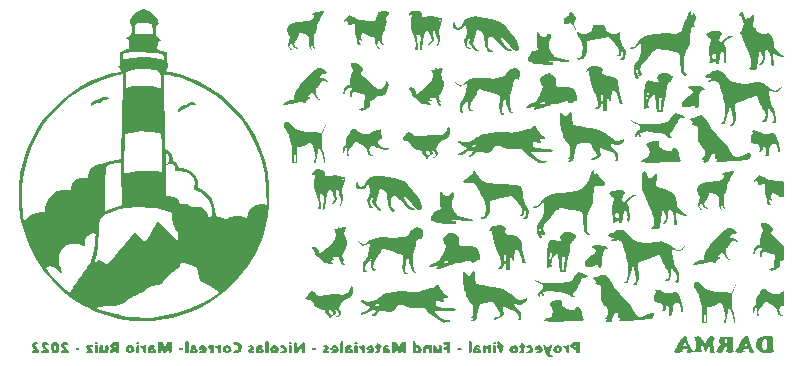
<source format=gbo>
G04 #@! TF.GenerationSoftware,KiCad,Pcbnew,(6.0.0)*
G04 #@! TF.CreationDate,2022-05-03T02:07:06-05:00*
G04 #@! TF.ProjectId,Materiales ESP32,4d617465-7269-4616-9c65-732045535033,rev?*
G04 #@! TF.SameCoordinates,Original*
G04 #@! TF.FileFunction,Legend,Bot*
G04 #@! TF.FilePolarity,Positive*
%FSLAX46Y46*%
G04 Gerber Fmt 4.6, Leading zero omitted, Abs format (unit mm)*
G04 Created by KiCad (PCBNEW (6.0.0)) date 2022-05-03 02:07:06*
%MOMM*%
%LPD*%
G01*
G04 APERTURE LIST*
%ADD10R,1.700000X1.700000*%
%ADD11O,1.700000X1.700000*%
%ADD12C,3.200000*%
%ADD13C,0.700000*%
%ADD14O,2.000000X1.200000*%
%ADD15O,1.500000X1.200000*%
G04 APERTURE END LIST*
G36*
X215124649Y-126422279D02*
G01*
X215179589Y-126462643D01*
X215201927Y-126569464D01*
X215206154Y-126774615D01*
X215203486Y-126953510D01*
X215185139Y-127074377D01*
X215136584Y-127123522D01*
X215043333Y-127132820D01*
X214962018Y-127126952D01*
X214907078Y-127086587D01*
X214884739Y-126979767D01*
X214880513Y-126774615D01*
X214883180Y-126595721D01*
X214901528Y-126474854D01*
X214950083Y-126425709D01*
X215043333Y-126416410D01*
X215124649Y-126422279D01*
G37*
G36*
X232164067Y-104487852D02*
G01*
X232417557Y-104526395D01*
X232639219Y-104584405D01*
X232796263Y-104656678D01*
X232855897Y-104738013D01*
X232855778Y-104739576D01*
X232796902Y-104789511D01*
X232662804Y-104848416D01*
X232658985Y-104849754D01*
X232554754Y-104897704D01*
X232483968Y-104971414D01*
X232436662Y-105096968D01*
X232402870Y-105300452D01*
X232372626Y-105607949D01*
X232368225Y-105658756D01*
X232341087Y-105957158D01*
X232319115Y-106153109D01*
X232298198Y-106270701D01*
X232274225Y-106334027D01*
X232243085Y-106367179D01*
X232172457Y-106390117D01*
X232061493Y-106352911D01*
X232009231Y-106256106D01*
X231992474Y-106177779D01*
X231911014Y-106128784D01*
X231796915Y-106187774D01*
X231790016Y-106194192D01*
X231638617Y-106260286D01*
X231383986Y-106296028D01*
X231048590Y-106298105D01*
X230983725Y-106289376D01*
X230918934Y-106229438D01*
X230904698Y-106080128D01*
X230916732Y-105982284D01*
X231028473Y-105741946D01*
X231241665Y-105514099D01*
X231537051Y-105321831D01*
X231706201Y-105223256D01*
X231792047Y-105124779D01*
X231813846Y-104996042D01*
X231811686Y-104946950D01*
X231758741Y-104812824D01*
X231609724Y-104711256D01*
X231405602Y-104612397D01*
X231556154Y-104531824D01*
X231692763Y-104489969D01*
X231911539Y-104473976D01*
X232164067Y-104487852D01*
G37*
G36*
X195500787Y-127022287D02*
G01*
X195485892Y-127046959D01*
X195370645Y-127100668D01*
X195142582Y-127117791D01*
X195034002Y-127116683D01*
X194893534Y-127101799D01*
X194833616Y-127057016D01*
X194821026Y-126966725D01*
X194822047Y-126929835D01*
X194832868Y-126872308D01*
X195146667Y-126872308D01*
X195148559Y-126887875D01*
X195211795Y-126937436D01*
X195227362Y-126935543D01*
X195276923Y-126872308D01*
X195275030Y-126856740D01*
X195211795Y-126807179D01*
X195196228Y-126809072D01*
X195146667Y-126872308D01*
X194832868Y-126872308D01*
X194861890Y-126718016D01*
X194944298Y-126538507D01*
X195048142Y-126440281D01*
X195128180Y-126423717D01*
X195283629Y-126438414D01*
X195416205Y-126493179D01*
X195472308Y-126571440D01*
X195436284Y-126627022D01*
X195293205Y-126635075D01*
X195262723Y-126631073D01*
X195173912Y-126623613D01*
X195193161Y-126645697D01*
X195325769Y-126709421D01*
X195331932Y-126712288D01*
X195483262Y-126798921D01*
X195523078Y-126872308D01*
X195532228Y-126889172D01*
X195500787Y-127022287D01*
G37*
G36*
X202149728Y-126092686D02*
G01*
X202201515Y-126118844D01*
X202230396Y-126196614D01*
X202242922Y-126352197D01*
X202245641Y-126611795D01*
X202245162Y-126749167D01*
X202238622Y-126956317D01*
X202219180Y-127071842D01*
X202180284Y-127121943D01*
X202115385Y-127132820D01*
X202081041Y-127130903D01*
X202029254Y-127104745D01*
X202000373Y-127026975D01*
X201987848Y-126871392D01*
X201985128Y-126611795D01*
X201985607Y-126474422D01*
X201992147Y-126267272D01*
X202011589Y-126151747D01*
X202050485Y-126101647D01*
X202115385Y-126090769D01*
X202149728Y-126092686D01*
G37*
G36*
X235202195Y-126351497D02*
G01*
X235211566Y-126572855D01*
X235235268Y-126754144D01*
X235272992Y-126853607D01*
X235301666Y-126895534D01*
X235301712Y-126996889D01*
X235237315Y-127033869D01*
X235084413Y-127060481D01*
X234900082Y-127065437D01*
X234737465Y-127047908D01*
X234649704Y-127007064D01*
X234640854Y-126983581D01*
X234678425Y-126905528D01*
X234689407Y-126896640D01*
X234731155Y-126799395D01*
X234742921Y-126660302D01*
X234724872Y-126535603D01*
X234677173Y-126481538D01*
X234646991Y-126498830D01*
X234569581Y-126604585D01*
X234484102Y-126774615D01*
X234432383Y-126890457D01*
X234356131Y-127010222D01*
X234259144Y-127058650D01*
X234099491Y-127067692D01*
X234021049Y-127065608D01*
X233851068Y-127033877D01*
X233797514Y-126967646D01*
X233866102Y-126871712D01*
X233915925Y-126813400D01*
X233963077Y-126672641D01*
X233997455Y-126571425D01*
X234105133Y-126454552D01*
X234181400Y-126396385D01*
X234207978Y-126329103D01*
X234137697Y-126234064D01*
X234071669Y-126143771D01*
X234056796Y-126069464D01*
X234561187Y-126069464D01*
X234593545Y-126197542D01*
X234657138Y-126269759D01*
X234717662Y-126237459D01*
X234744615Y-126096196D01*
X234721160Y-125945929D01*
X234642597Y-125895385D01*
X234570438Y-125933824D01*
X234561187Y-126069464D01*
X234056796Y-126069464D01*
X234036463Y-125967879D01*
X234130549Y-125802344D01*
X234161642Y-125777209D01*
X234280586Y-125731688D01*
X234478956Y-125707265D01*
X234781831Y-125700000D01*
X235086293Y-125709672D01*
X235274557Y-125740015D01*
X235334321Y-125791058D01*
X235265641Y-125862820D01*
X235263169Y-125864570D01*
X235227687Y-125955598D01*
X235211554Y-126096196D01*
X235207465Y-126131826D01*
X235202195Y-126351497D01*
G37*
G36*
X203426898Y-126175147D02*
G01*
X203483077Y-126258119D01*
X203459144Y-126321175D01*
X203341640Y-126339530D01*
X203258564Y-126317604D01*
X203178393Y-126252428D01*
X203195347Y-126186195D01*
X203314829Y-126155897D01*
X203426898Y-126175147D01*
G37*
G36*
X177113661Y-126179139D02*
G01*
X177245760Y-126234766D01*
X177301538Y-126321199D01*
X177301527Y-126323201D01*
X177264201Y-126387989D01*
X177138718Y-126378026D01*
X177040623Y-126365028D01*
X176980693Y-126409545D01*
X177024323Y-126528493D01*
X177171282Y-126719437D01*
X177224246Y-126783346D01*
X177326185Y-126933300D01*
X177366667Y-127037394D01*
X177337519Y-127092015D01*
X177225949Y-127123655D01*
X177008461Y-127132820D01*
X176882793Y-127131431D01*
X176733027Y-127117053D01*
X176665804Y-127077839D01*
X176650256Y-127002564D01*
X176653494Y-126960994D01*
X176707517Y-126890876D01*
X176854424Y-126872308D01*
X177058592Y-126872308D01*
X176883391Y-126734495D01*
X176823530Y-126677862D01*
X176734750Y-126507247D01*
X176743373Y-126334785D01*
X176851843Y-126201722D01*
X176958093Y-126168360D01*
X177113661Y-126179139D01*
G37*
G36*
X211298461Y-126644359D02*
G01*
X211298257Y-126732285D01*
X211292631Y-126948009D01*
X211273880Y-127068678D01*
X211234804Y-127121284D01*
X211168205Y-127132820D01*
X211068477Y-127097678D01*
X211037949Y-126970000D01*
X211037261Y-126939995D01*
X210999068Y-126834079D01*
X210875128Y-126807179D01*
X210750468Y-126779065D01*
X210712308Y-126676923D01*
X210747450Y-126577195D01*
X210875128Y-126546667D01*
X210982213Y-126530497D01*
X211037949Y-126481538D01*
X210997524Y-126438704D01*
X210875128Y-126416410D01*
X210750468Y-126388296D01*
X210712308Y-126286154D01*
X210712419Y-126276796D01*
X210735628Y-126199809D01*
X210822235Y-126164420D01*
X211005385Y-126155897D01*
X211298461Y-126155897D01*
X211298461Y-126644359D01*
G37*
G36*
X210642825Y-102952931D02*
G01*
X210663902Y-103072006D01*
X210598431Y-103269767D01*
X210591350Y-103284713D01*
X210543474Y-103406051D01*
X210534152Y-103518002D01*
X210566586Y-103664034D01*
X210643982Y-103887620D01*
X210730856Y-104176531D01*
X210754282Y-104468116D01*
X210685266Y-104744337D01*
X210518844Y-105051365D01*
X210429212Y-105203446D01*
X210363432Y-105392589D01*
X210389553Y-105553506D01*
X210506889Y-105724726D01*
X210550488Y-105776857D01*
X210570104Y-105820161D01*
X210496989Y-105799168D01*
X210422761Y-105788756D01*
X210386667Y-105863537D01*
X210398178Y-105918052D01*
X210484359Y-106007730D01*
X210530221Y-106032181D01*
X210582051Y-106103378D01*
X210563841Y-106134539D01*
X210465837Y-106161538D01*
X210364677Y-106118726D01*
X210249278Y-105984557D01*
X210161213Y-105799669D01*
X210126154Y-105606041D01*
X210117469Y-105496344D01*
X210062910Y-105452164D01*
X209922628Y-105469551D01*
X209754645Y-105498012D01*
X209629551Y-105510256D01*
X209592138Y-105516249D01*
X209540000Y-105575385D01*
X209551022Y-105605345D01*
X209637692Y-105640513D01*
X209682633Y-105647861D01*
X209735385Y-105705641D01*
X209694960Y-105748475D01*
X209572564Y-105770769D01*
X209538121Y-105771257D01*
X209429586Y-105792244D01*
X209435985Y-105853296D01*
X209556282Y-105966897D01*
X209590412Y-105994966D01*
X209640684Y-106046102D01*
X209618330Y-106068833D01*
X209504286Y-106069069D01*
X209279487Y-106052723D01*
X209096573Y-106034847D01*
X208916143Y-105996926D01*
X208786427Y-105927684D01*
X208660769Y-105808719D01*
X208622685Y-105768979D01*
X208450643Y-105610382D01*
X208295305Y-105493513D01*
X208177897Y-105384156D01*
X208085505Y-105190218D01*
X208011215Y-105011597D01*
X207880631Y-104848016D01*
X207838807Y-104810020D01*
X207766694Y-104713456D01*
X207797354Y-104652437D01*
X207801771Y-104649683D01*
X207986579Y-104601946D01*
X208170405Y-104653430D01*
X208311395Y-104781349D01*
X208367692Y-104962917D01*
X208381383Y-105061754D01*
X208433932Y-105152738D01*
X208504128Y-105129725D01*
X208650291Y-105034856D01*
X208850373Y-104883200D01*
X209082798Y-104690139D01*
X209333842Y-104464777D01*
X209604840Y-104184634D01*
X209775842Y-103942829D01*
X209854490Y-103723693D01*
X209848425Y-103511558D01*
X209765289Y-103290755D01*
X209750828Y-103262743D01*
X209698976Y-103148378D01*
X209721441Y-103116393D01*
X209830418Y-103138229D01*
X209887283Y-103150579D01*
X209975028Y-103138290D01*
X209995897Y-103041893D01*
X209997302Y-102994733D01*
X210026903Y-102939405D01*
X210122135Y-102982861D01*
X210146188Y-102997017D01*
X210268553Y-103026536D01*
X210419447Y-102970140D01*
X210542407Y-102924610D01*
X210642825Y-102952931D01*
G37*
G36*
X213026138Y-126092686D02*
G01*
X213077925Y-126118844D01*
X213106807Y-126196614D01*
X213119332Y-126352197D01*
X213122051Y-126611795D01*
X213121572Y-126749167D01*
X213115032Y-126956317D01*
X213095590Y-127071842D01*
X213056694Y-127121943D01*
X212991795Y-127132820D01*
X212957452Y-127130903D01*
X212905664Y-127104745D01*
X212876783Y-127026975D01*
X212864258Y-126871392D01*
X212861538Y-126611795D01*
X212862018Y-126474422D01*
X212868557Y-126267272D01*
X212888000Y-126151747D01*
X212926895Y-126101647D01*
X212991795Y-126090769D01*
X213026138Y-126092686D01*
G37*
G36*
X184902108Y-126420231D02*
G01*
X184956568Y-126459771D01*
X184981013Y-126567609D01*
X184986667Y-126774615D01*
X184985277Y-126900284D01*
X184970899Y-127050050D01*
X184931685Y-127117273D01*
X184856410Y-127132820D01*
X184810713Y-127129000D01*
X184756252Y-127089460D01*
X184731808Y-126981621D01*
X184726154Y-126774615D01*
X184727543Y-126648947D01*
X184741921Y-126499180D01*
X184781135Y-126431958D01*
X184856410Y-126416410D01*
X184902108Y-126420231D01*
G37*
G36*
X178891853Y-126195429D02*
G01*
X178941054Y-126220410D01*
X178999857Y-126303840D01*
X178961345Y-126372878D01*
X178839156Y-126379810D01*
X178708779Y-126368156D01*
X178636902Y-126422451D01*
X178663285Y-126535103D01*
X178790750Y-126688142D01*
X178836520Y-126734156D01*
X178949604Y-126884063D01*
X178994872Y-127005865D01*
X178993728Y-127031982D01*
X178962562Y-127096248D01*
X178864970Y-127125739D01*
X178669231Y-127132820D01*
X178593910Y-127132263D01*
X178433506Y-127119658D01*
X178360734Y-127080692D01*
X178343590Y-127002564D01*
X178343680Y-126995034D01*
X178383567Y-126899318D01*
X178515920Y-126872308D01*
X178688251Y-126872308D01*
X178515920Y-126712597D01*
X178454799Y-126648394D01*
X178360624Y-126467093D01*
X178373926Y-126308194D01*
X178478022Y-126194648D01*
X178656226Y-126149408D01*
X178891853Y-126195429D01*
G37*
G36*
X178091384Y-127025118D02*
G01*
X178019131Y-127084459D01*
X177851424Y-127130848D01*
X177680953Y-127104323D01*
X177564343Y-127006846D01*
X177542116Y-126953577D01*
X177506307Y-126766781D01*
X177502951Y-126644359D01*
X177757436Y-126644359D01*
X177770510Y-126822622D01*
X177807814Y-126924322D01*
X177858178Y-126918059D01*
X177910307Y-126792861D01*
X177923892Y-126709961D01*
X177917263Y-126544050D01*
X177877553Y-126407813D01*
X177815504Y-126351282D01*
X177798159Y-126364716D01*
X177768972Y-126469556D01*
X177757436Y-126644359D01*
X177502951Y-126644359D01*
X177500351Y-126549545D01*
X177523518Y-126354443D01*
X177575077Y-126234051D01*
X177602418Y-126211532D01*
X177764612Y-126160284D01*
X177950129Y-126178930D01*
X178091384Y-126263599D01*
X178108821Y-126289860D01*
X178160129Y-126445455D01*
X178180769Y-126644359D01*
X178179050Y-126699695D01*
X178177423Y-126709961D01*
X178148354Y-126893420D01*
X178091384Y-127025118D01*
G37*
G36*
X238587228Y-126407875D02*
G01*
X238596525Y-126647964D01*
X238619423Y-126811740D01*
X238652308Y-126872308D01*
X238682268Y-126883329D01*
X238717436Y-126970000D01*
X238694915Y-127017999D01*
X238610457Y-127048283D01*
X238441345Y-127063509D01*
X238164874Y-127067692D01*
X237970908Y-127066544D01*
X237761862Y-127056219D01*
X237621615Y-127027406D01*
X237513192Y-126970916D01*
X237399617Y-126877564D01*
X237346580Y-126828762D01*
X237242948Y-126705024D01*
X237198856Y-126565569D01*
X237195736Y-126472545D01*
X237694135Y-126472545D01*
X237705267Y-126547171D01*
X237753641Y-126719176D01*
X237814831Y-126814237D01*
X237868849Y-126845791D01*
X237995287Y-126881544D01*
X238076005Y-126821557D01*
X238118754Y-126654977D01*
X238131282Y-126370947D01*
X238130857Y-126299925D01*
X238118846Y-126087124D01*
X238085289Y-125968326D01*
X238023445Y-125915044D01*
X238004291Y-125908922D01*
X237873645Y-125932169D01*
X237767125Y-126052950D01*
X237701649Y-126242623D01*
X237694135Y-126472545D01*
X237195736Y-126472545D01*
X237191744Y-126353526D01*
X237234983Y-126070701D01*
X237363379Y-125862140D01*
X237583831Y-125730724D01*
X237903319Y-125672334D01*
X238328826Y-125682853D01*
X238473213Y-125698995D01*
X238657650Y-125739649D01*
X238716439Y-125793752D01*
X238652308Y-125862820D01*
X238647532Y-125867071D01*
X238616946Y-125962858D01*
X238595357Y-126148256D01*
X238587751Y-126370947D01*
X238587179Y-126387690D01*
X238587228Y-126407875D01*
G37*
G36*
X233937872Y-103168351D02*
G01*
X234116326Y-103193559D01*
X234280451Y-103270461D01*
X234459553Y-103417652D01*
X234682940Y-103653725D01*
X234723256Y-103698945D01*
X234908841Y-103900149D01*
X235055424Y-104030843D01*
X235202402Y-104114614D01*
X235389176Y-104175045D01*
X235655143Y-104235724D01*
X235802996Y-104266428D01*
X236020114Y-104300890D01*
X236212734Y-104307761D01*
X236431494Y-104287214D01*
X236727031Y-104239425D01*
X236834348Y-104221912D01*
X237115436Y-104187090D01*
X237354417Y-104172248D01*
X237508569Y-104180600D01*
X237795210Y-104275049D01*
X238150093Y-104462589D01*
X238473393Y-104704760D01*
X238664386Y-104853209D01*
X238834540Y-104911080D01*
X238991963Y-104858129D01*
X239166586Y-104693888D01*
X239223265Y-104631789D01*
X239330249Y-104536094D01*
X239365571Y-104537400D01*
X239324682Y-104624296D01*
X239203037Y-104785368D01*
X239122581Y-104874133D01*
X238943504Y-105003823D01*
X238761028Y-105019084D01*
X238544154Y-104926560D01*
X238485525Y-104892850D01*
X238354434Y-104825366D01*
X238294829Y-104807482D01*
X238289654Y-104832981D01*
X238294481Y-104961829D01*
X238315210Y-105164978D01*
X238346939Y-105406659D01*
X238384762Y-105651105D01*
X238423774Y-105862550D01*
X238459071Y-106005227D01*
X238554470Y-106214400D01*
X238683421Y-106408449D01*
X238745947Y-106494640D01*
X238803525Y-106630874D01*
X238837423Y-106822509D01*
X238856926Y-107106923D01*
X238880256Y-107626923D01*
X238701154Y-107647531D01*
X238686264Y-107649148D01*
X238553650Y-107643568D01*
X238535197Y-107582013D01*
X238627480Y-107455553D01*
X238690815Y-107338105D01*
X238689611Y-107120340D01*
X238586056Y-106853166D01*
X238383726Y-106549864D01*
X238251753Y-106393731D01*
X238139831Y-106284617D01*
X238079432Y-106252713D01*
X238083044Y-106303991D01*
X238163154Y-106444419D01*
X238217181Y-106543724D01*
X238238372Y-106652861D01*
X238226318Y-106809057D01*
X238182268Y-107052071D01*
X238173879Y-107093249D01*
X238105652Y-107347560D01*
X238022803Y-107489236D01*
X237910270Y-107533895D01*
X237752990Y-107497153D01*
X237704794Y-107472518D01*
X237708988Y-107428995D01*
X237821923Y-107359308D01*
X237871478Y-107328947D01*
X237989801Y-107176831D01*
X238003221Y-106960410D01*
X237911345Y-106675921D01*
X237713783Y-106319602D01*
X237693161Y-106286806D01*
X237546357Y-106030728D01*
X237424809Y-105782499D01*
X237353068Y-105591667D01*
X237330803Y-105514658D01*
X237276349Y-105371230D01*
X237233259Y-105313881D01*
X237226420Y-105314878D01*
X237127873Y-105344881D01*
X236936713Y-105410430D01*
X236677008Y-105503116D01*
X236372820Y-105614530D01*
X236311372Y-105637277D01*
X236008189Y-105748909D01*
X235750025Y-105843007D01*
X235562561Y-105910259D01*
X235471477Y-105941354D01*
X235432625Y-105975364D01*
X235412294Y-106071238D01*
X235413277Y-106250617D01*
X235434147Y-106536219D01*
X235458932Y-106852654D01*
X235469211Y-107129623D01*
X235457705Y-107349663D01*
X235422104Y-107551400D01*
X235360095Y-107773461D01*
X235293804Y-107828616D01*
X235172889Y-107853214D01*
X235056934Y-107842598D01*
X235005128Y-107793437D01*
X235039114Y-107729436D01*
X235143676Y-107634959D01*
X235174570Y-107612900D01*
X235224947Y-107564442D01*
X235248988Y-107496049D01*
X235247829Y-107380600D01*
X235222606Y-107190972D01*
X235174455Y-106900046D01*
X235142977Y-106723871D01*
X235091727Y-106474117D01*
X235045873Y-106291989D01*
X235012566Y-106208053D01*
X234975425Y-106235871D01*
X234928074Y-106364007D01*
X234881586Y-106564786D01*
X234843641Y-106742775D01*
X234759570Y-107065033D01*
X234669038Y-107350128D01*
X234592206Y-107549202D01*
X234524894Y-107665589D01*
X234446091Y-107713713D01*
X234329623Y-107722273D01*
X234125897Y-107719931D01*
X234309022Y-107570081D01*
X234310534Y-107568842D01*
X234394721Y-107490291D01*
X234452227Y-107399805D01*
X234491997Y-107267884D01*
X234522976Y-107065025D01*
X234554106Y-106761729D01*
X234564333Y-106649316D01*
X234584522Y-106356257D01*
X234583616Y-106144893D01*
X234560001Y-105979167D01*
X234512061Y-105823023D01*
X234491588Y-105765063D01*
X234412387Y-105497651D01*
X234352638Y-105235525D01*
X234318343Y-105079254D01*
X234242259Y-104803537D01*
X234153605Y-104534351D01*
X234141591Y-104501879D01*
X234029096Y-104258581D01*
X233900169Y-104123899D01*
X233725235Y-104079157D01*
X233474722Y-104105683D01*
X233331435Y-104131721D01*
X233209461Y-104146327D01*
X233154501Y-104132322D01*
X233130735Y-104087847D01*
X233145534Y-104039704D01*
X233243081Y-103980881D01*
X233322951Y-103942065D01*
X233376923Y-103870694D01*
X233362761Y-103841220D01*
X233278665Y-103840692D01*
X233197753Y-103853842D01*
X233043996Y-103824270D01*
X232911963Y-103751261D01*
X232855897Y-103658225D01*
X232858519Y-103642055D01*
X232940897Y-103560760D01*
X233116410Y-103491282D01*
X233178772Y-103472969D01*
X233320383Y-103416550D01*
X233376923Y-103368969D01*
X233417339Y-103310325D01*
X233549105Y-103240794D01*
X233730352Y-103187906D01*
X233917295Y-103167949D01*
X233937872Y-103168351D01*
G37*
G36*
X197592059Y-107547279D02*
G01*
X197763030Y-107608349D01*
X197882092Y-107757179D01*
X198012122Y-107941620D01*
X198198471Y-108096392D01*
X198450223Y-108214228D01*
X198783378Y-108300619D01*
X199213931Y-108361057D01*
X199757881Y-108401031D01*
X200428839Y-108435990D01*
X200550311Y-108152606D01*
X200589961Y-108065184D01*
X200673339Y-107909431D01*
X200734913Y-107830206D01*
X200747666Y-107828967D01*
X200736480Y-107894612D01*
X200675175Y-108032186D01*
X200649630Y-108084056D01*
X200580184Y-108248160D01*
X200552308Y-108353868D01*
X200542155Y-108396411D01*
X200460552Y-108486635D01*
X200431570Y-108536796D01*
X200408190Y-108696157D01*
X200403207Y-108931823D01*
X200414492Y-109213360D01*
X200439915Y-109510332D01*
X200477347Y-109792306D01*
X200524657Y-110028845D01*
X200579716Y-110189516D01*
X200595603Y-110224383D01*
X200643071Y-110390126D01*
X200673346Y-110588655D01*
X200683697Y-110779977D01*
X200671398Y-110924097D01*
X200633718Y-110981024D01*
X200619552Y-110969506D01*
X200590486Y-110868080D01*
X200573876Y-110696027D01*
X200563676Y-110596219D01*
X200517498Y-110383614D01*
X200446711Y-110156670D01*
X200364511Y-109950766D01*
X200284091Y-109801280D01*
X200218646Y-109743590D01*
X200210921Y-109743836D01*
X200161538Y-109770425D01*
X200161316Y-109779255D01*
X200143253Y-109913513D01*
X200102785Y-110124204D01*
X200049188Y-110370435D01*
X199991732Y-110611313D01*
X199939693Y-110805944D01*
X199902343Y-110913435D01*
X199845077Y-110995286D01*
X199768478Y-111046154D01*
X199749923Y-111045711D01*
X199712304Y-111027643D01*
X199728424Y-110959516D01*
X199802932Y-110809368D01*
X199870507Y-110642024D01*
X199900624Y-110487689D01*
X199884076Y-110383690D01*
X199830918Y-110178090D01*
X199750100Y-109908311D01*
X199650878Y-109605073D01*
X199542507Y-109299096D01*
X199541129Y-109295665D01*
X199487793Y-109267005D01*
X199367226Y-109304265D01*
X199160578Y-109413070D01*
X199089756Y-109451753D01*
X198807440Y-109570309D01*
X198571626Y-109613333D01*
X198332698Y-109613333D01*
X198348165Y-110250056D01*
X198350486Y-110417874D01*
X198346573Y-110676396D01*
X198334025Y-110870156D01*
X198314382Y-110966467D01*
X198306778Y-110978008D01*
X198231043Y-111040566D01*
X198175917Y-111030810D01*
X198188174Y-110953533D01*
X198203040Y-110912075D01*
X198220622Y-110775425D01*
X198223896Y-110595835D01*
X198215030Y-110407937D01*
X198196192Y-110246360D01*
X198169551Y-110145733D01*
X198137275Y-110140687D01*
X198127517Y-110159770D01*
X198092613Y-110302031D01*
X198077544Y-110492564D01*
X198076965Y-110527698D01*
X198062834Y-110737170D01*
X198036386Y-110899615D01*
X197996994Y-111017048D01*
X197961669Y-111039801D01*
X197939404Y-110938555D01*
X197930790Y-110716411D01*
X197936421Y-110376468D01*
X197937651Y-110337225D01*
X197941576Y-110002307D01*
X197926770Y-109749783D01*
X197888603Y-109536754D01*
X197822446Y-109320319D01*
X197762688Y-109135409D01*
X197707828Y-108926727D01*
X197686667Y-108789050D01*
X197673884Y-108694546D01*
X197622570Y-108604483D01*
X197619741Y-108602571D01*
X197559740Y-108511685D01*
X197504455Y-108356409D01*
X197500324Y-108341376D01*
X197436048Y-108204272D01*
X197359323Y-108147949D01*
X197351562Y-108147227D01*
X197273089Y-108080237D01*
X197207875Y-107937578D01*
X197187640Y-107846332D01*
X197205931Y-107663182D01*
X197325893Y-107561216D01*
X197545998Y-107542220D01*
X197592059Y-107547279D01*
G37*
G36*
X201612857Y-123735363D02*
G01*
X201477274Y-123837035D01*
X201471756Y-123839921D01*
X201327673Y-123938728D01*
X201246090Y-124036822D01*
X201228678Y-124072513D01*
X201139439Y-124137090D01*
X201049325Y-124102967D01*
X201008205Y-123981698D01*
X200987898Y-123880967D01*
X200883466Y-123793854D01*
X200801200Y-123740137D01*
X200736928Y-123607155D01*
X200707942Y-123536145D01*
X201008205Y-123536145D01*
X201034448Y-123637236D01*
X201129123Y-123770267D01*
X201186675Y-123819282D01*
X201261657Y-123843604D01*
X201337013Y-123774902D01*
X201350984Y-123756168D01*
X201379232Y-123620564D01*
X201304583Y-123499867D01*
X201148092Y-123432265D01*
X201044377Y-123441606D01*
X201008205Y-123536145D01*
X200707942Y-123536145D01*
X200690751Y-123494030D01*
X200552308Y-123434844D01*
X200515366Y-123430622D01*
X200268543Y-123390941D01*
X200099071Y-123323970D01*
X199959738Y-123202171D01*
X199803333Y-122998011D01*
X199749182Y-122923261D01*
X199581089Y-122720384D01*
X199451246Y-122621564D01*
X199346487Y-122615786D01*
X199247313Y-122612361D01*
X199116002Y-122538128D01*
X199067739Y-122493035D01*
X199027653Y-122427138D01*
X199063260Y-122352972D01*
X199183556Y-122229425D01*
X199230168Y-122182245D01*
X199337236Y-122057895D01*
X199380000Y-121981205D01*
X199423421Y-121932682D01*
X199547504Y-121883005D01*
X199647417Y-121872342D01*
X199774948Y-121919529D01*
X199935016Y-122054203D01*
X199940858Y-122059862D01*
X200032051Y-122143466D01*
X200119211Y-122200266D01*
X200224458Y-122231369D01*
X200369912Y-122237884D01*
X200577694Y-122220918D01*
X200869922Y-122181577D01*
X201268718Y-122120969D01*
X201287285Y-122118206D01*
X201611853Y-122098557D01*
X201895838Y-122130143D01*
X202013936Y-122153980D01*
X202198773Y-122153394D01*
X202384299Y-122083278D01*
X202572991Y-121976644D01*
X202766886Y-121816782D01*
X202832792Y-121668239D01*
X202840399Y-121609823D01*
X202897920Y-121466667D01*
X202906607Y-121453634D01*
X202964875Y-121401720D01*
X203026182Y-121466667D01*
X203029119Y-121471314D01*
X203075733Y-121626231D01*
X203086742Y-121837029D01*
X203063680Y-122042911D01*
X203008083Y-122183077D01*
X202902610Y-122289061D01*
X202716615Y-122427369D01*
X202525155Y-122532250D01*
X202376491Y-122573846D01*
X202292136Y-122594873D01*
X202206334Y-122687820D01*
X202198511Y-122712427D01*
X202156437Y-122816937D01*
X202086976Y-122935600D01*
X201964607Y-123113338D01*
X201894044Y-123228127D01*
X201885378Y-123332260D01*
X201948325Y-123477444D01*
X201954863Y-123490221D01*
X202022452Y-123641548D01*
X202050256Y-123740382D01*
X202022858Y-123814454D01*
X201913649Y-123931804D01*
X201766519Y-124028697D01*
X201630924Y-124066653D01*
X201575315Y-124062182D01*
X201566602Y-124041887D01*
X201675769Y-123996098D01*
X201763076Y-123950726D01*
X201848853Y-123822578D01*
X201821779Y-123659197D01*
X201681622Y-123480712D01*
X201588759Y-123400036D01*
X201545119Y-123384574D01*
X201560990Y-123461319D01*
X201623046Y-123620564D01*
X201632202Y-123644059D01*
X201612857Y-123735363D01*
G37*
G36*
X185488262Y-126420231D02*
G01*
X185542722Y-126459771D01*
X185567167Y-126567609D01*
X185572820Y-126774615D01*
X185571431Y-126900284D01*
X185557053Y-127050050D01*
X185517839Y-127117273D01*
X185442564Y-127132820D01*
X185403321Y-127129979D01*
X185331429Y-127077063D01*
X185312308Y-126931339D01*
X185312275Y-126923756D01*
X185281655Y-126765911D01*
X185182051Y-126695794D01*
X185106803Y-126653674D01*
X185051795Y-126539071D01*
X185061366Y-126464938D01*
X185123080Y-126421187D01*
X185234154Y-126494564D01*
X185293084Y-126539875D01*
X185312308Y-126494564D01*
X185336828Y-126449060D01*
X185442564Y-126416410D01*
X185488262Y-126420231D01*
G37*
G36*
X230674102Y-106835646D02*
G01*
X230852116Y-106916038D01*
X231019611Y-106976696D01*
X231111355Y-107017235D01*
X231140066Y-107089267D01*
X231055101Y-107165726D01*
X230864541Y-107233241D01*
X230660751Y-107300508D01*
X230545877Y-107394053D01*
X230543053Y-107514426D01*
X230532430Y-107599988D01*
X230451308Y-107719461D01*
X230356686Y-107855949D01*
X230284985Y-108042736D01*
X230201168Y-108221436D01*
X230050405Y-108379443D01*
X230008802Y-108410349D01*
X229884093Y-108544638D01*
X229883872Y-108665515D01*
X230006538Y-108787871D01*
X230153077Y-108890091D01*
X229978701Y-108893507D01*
X229852410Y-108870203D01*
X229685624Y-108747511D01*
X229603845Y-108679009D01*
X229400992Y-108581793D01*
X229136971Y-108499924D01*
X228852925Y-108445328D01*
X228590000Y-108429931D01*
X228397518Y-108415891D01*
X228184156Y-108369046D01*
X227983805Y-108334863D01*
X227728259Y-108380442D01*
X227688671Y-108393129D01*
X227510330Y-108449105D01*
X227390520Y-108484922D01*
X227335689Y-108516219D01*
X227374238Y-108586443D01*
X227421185Y-108642079D01*
X227441288Y-108732360D01*
X227352564Y-108766667D01*
X227307005Y-108755319D01*
X227254872Y-108668974D01*
X227246619Y-108623909D01*
X227182148Y-108571282D01*
X227144978Y-108597194D01*
X227143486Y-108701538D01*
X227144275Y-108800054D01*
X227053390Y-108831795D01*
X226983577Y-108821833D01*
X226929231Y-108774620D01*
X226959802Y-108638216D01*
X227044236Y-108452439D01*
X227152621Y-108281525D01*
X227254764Y-108180570D01*
X227332190Y-108110170D01*
X227385128Y-107960582D01*
X227374135Y-107885449D01*
X227298991Y-107801121D01*
X227125524Y-107732582D01*
X227094500Y-107722553D01*
X226872506Y-107619787D01*
X226685909Y-107489848D01*
X226670375Y-107475608D01*
X226582688Y-107392808D01*
X226572079Y-107369525D01*
X226650686Y-107407230D01*
X226830644Y-107507396D01*
X226922952Y-107557203D01*
X227085609Y-107627723D01*
X227261403Y-107671875D01*
X227489369Y-107697910D01*
X227808544Y-107714078D01*
X228188791Y-107717697D01*
X228586762Y-107702937D01*
X228967833Y-107672485D01*
X229303681Y-107629263D01*
X229565982Y-107576193D01*
X229726412Y-107516197D01*
X229767419Y-107483266D01*
X229884112Y-107340418D01*
X229991857Y-107153072D01*
X230058181Y-107030722D01*
X230233613Y-106840007D01*
X230439803Y-106774571D01*
X230674102Y-106835646D01*
G37*
G36*
X184499990Y-127000592D02*
G01*
X184472419Y-127027669D01*
X184291274Y-127116757D01*
X184086983Y-127118669D01*
X183916703Y-127030476D01*
X183882132Y-126990799D01*
X183817758Y-126821077D01*
X183826956Y-126774615D01*
X184107436Y-126774615D01*
X184139319Y-126878019D01*
X184218391Y-126926769D01*
X184297063Y-126881623D01*
X184304492Y-126867208D01*
X184308524Y-126757466D01*
X184258096Y-126658781D01*
X184180822Y-126630752D01*
X184141984Y-126661912D01*
X184107436Y-126774615D01*
X183826956Y-126774615D01*
X183851181Y-126652244D01*
X183960876Y-126514754D01*
X184125320Y-126439061D01*
X184322989Y-126455619D01*
X184424766Y-126508617D01*
X184546684Y-126655840D01*
X184563580Y-126757466D01*
X184576247Y-126833651D01*
X184499990Y-127000592D01*
G37*
G36*
X213865598Y-127083974D02*
G01*
X213844818Y-127094169D01*
X213722975Y-127114062D01*
X213539957Y-127121966D01*
X213252308Y-127121966D01*
X213252308Y-126872308D01*
X213512820Y-126872308D01*
X213514713Y-126887875D01*
X213577949Y-126937436D01*
X213593516Y-126935543D01*
X213643077Y-126872308D01*
X213641184Y-126856740D01*
X213577949Y-126807179D01*
X213562381Y-126809072D01*
X213512820Y-126872308D01*
X213252308Y-126872308D01*
X213252308Y-126871532D01*
X213252740Y-126847281D01*
X213285120Y-126653153D01*
X213354652Y-126518754D01*
X213388155Y-126489791D01*
X213550988Y-126423971D01*
X213716894Y-126439573D01*
X213832105Y-126534790D01*
X213860047Y-126602767D01*
X213825041Y-126636961D01*
X213687858Y-126629825D01*
X213480256Y-126606480D01*
X213691923Y-126703685D01*
X213707505Y-126711163D01*
X213852676Y-126825817D01*
X213872525Y-126872308D01*
X213910880Y-126962143D01*
X213865598Y-127083974D01*
G37*
G36*
X215161198Y-126172977D02*
G01*
X215206154Y-126253590D01*
X215179036Y-126323740D01*
X215059615Y-126339530D01*
X214968470Y-126312360D01*
X214913077Y-126253590D01*
X214945082Y-126208535D01*
X215059615Y-126167650D01*
X215161198Y-126172977D01*
G37*
G36*
X199907901Y-126697057D02*
G01*
X199966154Y-126774615D01*
X199925886Y-126843181D01*
X199770769Y-126872308D01*
X199633637Y-126852174D01*
X199575385Y-126774615D01*
X199615652Y-126706049D01*
X199770769Y-126676923D01*
X199907901Y-126697057D01*
G37*
G36*
X231662501Y-98181509D02*
G01*
X231683590Y-98304319D01*
X231687715Y-98372890D01*
X231727399Y-98486103D01*
X231789492Y-98500363D01*
X231849554Y-98401377D01*
X231852121Y-98393328D01*
X231885738Y-98314230D01*
X231921302Y-98334648D01*
X231981355Y-98465559D01*
X231990217Y-98485896D01*
X232066297Y-98617837D01*
X232131954Y-98671795D01*
X232173935Y-98692225D01*
X232234042Y-98792168D01*
X232298103Y-98888394D01*
X232433816Y-98986156D01*
X232535219Y-99057144D01*
X232594387Y-99207706D01*
X232583576Y-99335739D01*
X232520631Y-99455891D01*
X232380331Y-99508344D01*
X232138778Y-99508897D01*
X231795854Y-99485897D01*
X231699919Y-99746410D01*
X231650369Y-99942592D01*
X231611460Y-100212485D01*
X231592310Y-100495385D01*
X231585421Y-100674261D01*
X231559144Y-100902273D01*
X231504452Y-101076372D01*
X231409690Y-101244359D01*
X231323392Y-101398340D01*
X231200046Y-101748832D01*
X231120414Y-102197294D01*
X231081605Y-102757045D01*
X231077588Y-102905259D01*
X231078558Y-103120089D01*
X231096898Y-103252350D01*
X231139039Y-103333686D01*
X231211410Y-103395738D01*
X231235903Y-103413508D01*
X231342228Y-103522801D01*
X231329745Y-103595284D01*
X231198972Y-103621538D01*
X231138282Y-103613981D01*
X230986278Y-103511268D01*
X230871514Y-103297148D01*
X230798577Y-102982820D01*
X230772059Y-102579487D01*
X230767608Y-102374404D01*
X230753199Y-102117911D01*
X230732589Y-101927925D01*
X230694817Y-101699697D01*
X230006583Y-101549148D01*
X229652529Y-101473742D01*
X229273494Y-101400854D01*
X228999378Y-101360616D01*
X228818296Y-101351905D01*
X228718362Y-101373598D01*
X228687692Y-101424574D01*
X228667949Y-101483486D01*
X228564832Y-101493113D01*
X228485253Y-101496761D01*
X228396927Y-101578115D01*
X228291411Y-101762455D01*
X228231872Y-101865683D01*
X228056155Y-102098327D01*
X227859670Y-102294331D01*
X227754554Y-102387386D01*
X227588614Y-102562327D01*
X227481810Y-102711698D01*
X227414180Y-102895643D01*
X227386816Y-103115668D01*
X227412952Y-103303006D01*
X227491964Y-103414342D01*
X227501712Y-103420147D01*
X227559677Y-103505006D01*
X227515344Y-103585649D01*
X227388880Y-103621538D01*
X227294903Y-103579824D01*
X227218850Y-103428239D01*
X227190633Y-103181923D01*
X227175794Y-103090608D01*
X227124615Y-103035385D01*
X227092134Y-103054424D01*
X227062822Y-103159004D01*
X227065800Y-103313289D01*
X227098206Y-103469452D01*
X227157179Y-103579670D01*
X227211390Y-103651967D01*
X227254872Y-103784237D01*
X227228845Y-103853615D01*
X227111003Y-103870299D01*
X227079075Y-103863603D01*
X226983784Y-103800867D01*
X226921117Y-103664465D01*
X226885309Y-103435835D01*
X226870594Y-103096416D01*
X226872101Y-102862557D01*
X226894597Y-102708372D01*
X226951592Y-102597107D01*
X227056482Y-102484673D01*
X227120158Y-102420971D01*
X227281349Y-102214310D01*
X227382622Y-101980945D01*
X227435145Y-101687262D01*
X227450080Y-101299644D01*
X227449904Y-100723333D01*
X227205849Y-101003030D01*
X227086486Y-101129140D01*
X226905464Y-101261675D01*
X226707438Y-101322553D01*
X226616593Y-101334685D01*
X226506070Y-101331694D01*
X226499615Y-101287088D01*
X226554372Y-101242655D01*
X226688844Y-101210797D01*
X226711869Y-101210396D01*
X226826058Y-101193252D01*
X226924595Y-101134129D01*
X227035264Y-101009924D01*
X227185847Y-100797537D01*
X227312647Y-100632844D01*
X227526594Y-100437602D01*
X227792079Y-100289274D01*
X228128522Y-100180241D01*
X228555343Y-100102882D01*
X229091959Y-100049577D01*
X229190172Y-100042073D01*
X229690785Y-99989747D01*
X230086533Y-99916129D01*
X230398696Y-99812298D01*
X230648553Y-99669336D01*
X230857384Y-99478323D01*
X231046468Y-99230339D01*
X231183323Y-99006612D01*
X231324310Y-98738499D01*
X231420463Y-98512759D01*
X231444489Y-98446294D01*
X231530662Y-98262232D01*
X231607429Y-98170725D01*
X231662501Y-98181509D01*
G37*
G36*
X216896807Y-102990325D02*
G01*
X217052334Y-103067279D01*
X217103791Y-103135081D01*
X217177439Y-103310962D01*
X217208371Y-103498162D01*
X217182733Y-103636231D01*
X217159139Y-103695561D01*
X217151008Y-103842479D01*
X217154805Y-103901038D01*
X217110899Y-103942010D01*
X216975960Y-103926653D01*
X216916361Y-103916791D01*
X216780877Y-103934291D01*
X216677218Y-104045344D01*
X216662126Y-104071236D01*
X216599323Y-104256184D01*
X216573846Y-104470122D01*
X216567312Y-104566335D01*
X216517880Y-104814574D01*
X216435835Y-105057950D01*
X216416812Y-105102995D01*
X216356588Y-105273710D01*
X216327536Y-105441054D01*
X216325109Y-105649172D01*
X216344759Y-105942214D01*
X216351604Y-106021769D01*
X216380530Y-106280485D01*
X216417845Y-106450623D01*
X216473491Y-106565702D01*
X216557409Y-106659241D01*
X216723123Y-106812820D01*
X216549180Y-106812820D01*
X216423547Y-106788339D01*
X216311877Y-106666282D01*
X216262653Y-106560716D01*
X216187873Y-106422051D01*
X216151625Y-106332784D01*
X216099245Y-106146825D01*
X216048562Y-105917308D01*
X216004742Y-105721663D01*
X215957692Y-105568803D01*
X215921396Y-105510256D01*
X215901096Y-105524291D01*
X215849865Y-105636100D01*
X215793089Y-105836917D01*
X215737861Y-106099424D01*
X215691276Y-106396307D01*
X215675670Y-106527002D01*
X215673033Y-106664978D01*
X215708429Y-106732660D01*
X215791725Y-106766411D01*
X215875031Y-106806102D01*
X215890407Y-106877289D01*
X215822732Y-106937955D01*
X215704739Y-106933907D01*
X215590566Y-106842803D01*
X215514783Y-106682564D01*
X215506720Y-106648793D01*
X215475012Y-106508231D01*
X215458868Y-106394068D01*
X215457381Y-106267276D01*
X215469647Y-106088829D01*
X215494760Y-105819700D01*
X215510477Y-105634268D01*
X215516554Y-105438495D01*
X215498951Y-105332560D01*
X215455933Y-105292935D01*
X215452833Y-105292120D01*
X215351762Y-105261527D01*
X215155905Y-105199601D01*
X214892162Y-105114918D01*
X214587436Y-105016055D01*
X214557695Y-105006375D01*
X214259076Y-104910836D01*
X214006652Y-104832946D01*
X213826235Y-104780497D01*
X213743633Y-104761282D01*
X213724060Y-104771250D01*
X213663579Y-104867488D01*
X213602744Y-105032846D01*
X213542874Y-105182619D01*
X213413925Y-105416484D01*
X213257957Y-105641130D01*
X213099298Y-105862859D01*
X213015484Y-106045329D01*
X212991795Y-106224919D01*
X212997045Y-106341754D01*
X213038206Y-106458940D01*
X213138333Y-106515943D01*
X213214207Y-106540182D01*
X213243111Y-106569940D01*
X213154615Y-106612218D01*
X213035032Y-106644403D01*
X212935902Y-106610981D01*
X212864799Y-106483573D01*
X212804548Y-106244121D01*
X212792195Y-106180773D01*
X212763726Y-105976477D01*
X212775244Y-105841030D01*
X212828887Y-105729198D01*
X212894937Y-105620078D01*
X212920887Y-105540167D01*
X212863519Y-105558757D01*
X212725468Y-105677174D01*
X212682848Y-105719448D01*
X212512402Y-105928998D01*
X212386298Y-106148404D01*
X212314809Y-106350620D01*
X212308206Y-106508600D01*
X212376763Y-106595298D01*
X212378658Y-106596031D01*
X212465617Y-106661125D01*
X212437721Y-106721260D01*
X212307949Y-106747692D01*
X212232985Y-106744575D01*
X212171673Y-106717451D01*
X212141816Y-106639769D01*
X212135014Y-106485013D01*
X212142865Y-106226667D01*
X212154757Y-106066049D01*
X212205123Y-105859297D01*
X212305808Y-105705641D01*
X212365944Y-105637357D01*
X212502512Y-105439557D01*
X212584437Y-105217775D01*
X212633788Y-104919086D01*
X212649966Y-104784740D01*
X212679680Y-104566736D01*
X212704458Y-104417115D01*
X212734890Y-104268332D01*
X212475168Y-104400833D01*
X212403233Y-104436356D01*
X212244963Y-104505758D01*
X212152720Y-104533333D01*
X212110675Y-104521354D01*
X211989394Y-104444513D01*
X211850682Y-104328040D01*
X211736605Y-104209032D01*
X211689231Y-104124590D01*
X211694247Y-104112768D01*
X211758101Y-104134725D01*
X211871897Y-104228071D01*
X211930960Y-104281334D01*
X212110358Y-104384802D01*
X212287688Y-104373848D01*
X212497186Y-104249653D01*
X212732078Y-104083558D01*
X213007698Y-103933761D01*
X213292871Y-103840890D01*
X213616685Y-103799058D01*
X214008228Y-103802377D01*
X214496591Y-103844959D01*
X214610017Y-103854680D01*
X214942909Y-103855971D01*
X215272932Y-103823224D01*
X215574618Y-103762514D01*
X215822501Y-103679912D01*
X215991113Y-103581492D01*
X216054987Y-103473327D01*
X216058960Y-103446491D01*
X216132064Y-103309499D01*
X216267348Y-103160595D01*
X216425723Y-103044947D01*
X216468670Y-103024590D01*
X216683105Y-102975413D01*
X216896807Y-102990325D01*
G37*
G36*
X209819011Y-110253825D02*
G01*
X209683427Y-110355497D01*
X209677909Y-110358382D01*
X209533827Y-110457190D01*
X209452244Y-110555283D01*
X209434832Y-110590975D01*
X209345593Y-110655552D01*
X209255479Y-110621428D01*
X209214359Y-110500160D01*
X209194052Y-110399429D01*
X209089620Y-110312316D01*
X209007354Y-110258598D01*
X208943082Y-110125617D01*
X208914096Y-110054607D01*
X209214359Y-110054607D01*
X209240602Y-110155698D01*
X209335277Y-110288728D01*
X209392829Y-110337743D01*
X209467810Y-110362065D01*
X209543167Y-110293363D01*
X209557137Y-110274630D01*
X209585386Y-110139025D01*
X209510737Y-110018329D01*
X209354246Y-109950727D01*
X209250531Y-109960067D01*
X209214359Y-110054607D01*
X208914096Y-110054607D01*
X208896905Y-110012491D01*
X208758461Y-109953305D01*
X208721519Y-109949083D01*
X208474697Y-109909403D01*
X208305225Y-109842431D01*
X208165892Y-109720633D01*
X208009487Y-109516473D01*
X207955336Y-109441722D01*
X207787243Y-109238845D01*
X207657400Y-109140026D01*
X207552641Y-109134248D01*
X207453466Y-109130823D01*
X207322156Y-109056590D01*
X207273893Y-109011497D01*
X207233807Y-108945599D01*
X207269414Y-108871434D01*
X207389710Y-108747886D01*
X207436322Y-108700706D01*
X207543390Y-108576356D01*
X207586154Y-108499667D01*
X207629574Y-108451144D01*
X207753658Y-108401466D01*
X207853570Y-108390803D01*
X207981102Y-108437991D01*
X208141170Y-108572664D01*
X208147012Y-108578324D01*
X208238205Y-108661927D01*
X208325365Y-108718727D01*
X208430612Y-108749831D01*
X208576066Y-108756346D01*
X208783848Y-108739379D01*
X209076076Y-108700038D01*
X209474872Y-108639431D01*
X209493439Y-108636668D01*
X209818006Y-108617019D01*
X210101992Y-108648605D01*
X210220090Y-108672442D01*
X210404927Y-108671855D01*
X210590453Y-108601740D01*
X210779145Y-108495106D01*
X210973040Y-108335244D01*
X211038946Y-108186701D01*
X211046553Y-108128285D01*
X211104074Y-107985128D01*
X211112761Y-107972096D01*
X211171029Y-107920182D01*
X211232336Y-107985128D01*
X211235272Y-107989776D01*
X211281887Y-108144692D01*
X211292895Y-108355490D01*
X211269833Y-108561372D01*
X211214237Y-108701538D01*
X211108764Y-108807522D01*
X210922769Y-108945831D01*
X210731309Y-109050712D01*
X210582644Y-109092308D01*
X210498290Y-109113334D01*
X210412488Y-109206282D01*
X210404665Y-109230889D01*
X210362591Y-109335399D01*
X210293130Y-109454061D01*
X210170761Y-109631799D01*
X210100198Y-109746589D01*
X210091532Y-109850721D01*
X210154479Y-109995906D01*
X210161017Y-110008682D01*
X210228606Y-110160010D01*
X210256410Y-110258844D01*
X210229012Y-110332916D01*
X210119803Y-110450265D01*
X209972673Y-110547159D01*
X209837078Y-110585115D01*
X209781469Y-110580644D01*
X209772756Y-110560349D01*
X209881923Y-110514559D01*
X209969229Y-110469188D01*
X210055007Y-110341039D01*
X210027932Y-110177659D01*
X209887776Y-109999173D01*
X209794913Y-109918497D01*
X209751272Y-109903036D01*
X209767144Y-109979780D01*
X209829200Y-110139025D01*
X209838356Y-110162521D01*
X209819011Y-110253825D01*
G37*
G36*
X180923415Y-126422662D02*
G01*
X181044113Y-126452667D01*
X181078974Y-126514102D01*
X181053834Y-126572103D01*
X180944283Y-126611795D01*
X180809592Y-126611795D01*
X180944283Y-126800951D01*
X180957970Y-126820541D01*
X181043865Y-126964238D01*
X181078974Y-127061464D01*
X181064498Y-127084433D01*
X180952377Y-127119670D01*
X180753333Y-127132820D01*
X180601635Y-127127880D01*
X180467712Y-127099185D01*
X180427692Y-127039658D01*
X180454929Y-126979885D01*
X180564450Y-126925683D01*
X180701208Y-126904872D01*
X180564450Y-126731779D01*
X180459773Y-126579884D01*
X180444175Y-126479006D01*
X180539016Y-126429544D01*
X180753333Y-126416410D01*
X180923415Y-126422662D01*
G37*
G36*
X203984672Y-126420231D02*
G01*
X204039132Y-126459771D01*
X204063577Y-126567609D01*
X204069231Y-126774615D01*
X204067841Y-126900284D01*
X204053463Y-127050050D01*
X204014249Y-127117273D01*
X203938974Y-127132820D01*
X203899731Y-127129979D01*
X203827839Y-127077063D01*
X203808718Y-126931339D01*
X203808686Y-126923756D01*
X203778065Y-126765911D01*
X203678461Y-126695794D01*
X203603213Y-126653674D01*
X203548205Y-126539071D01*
X203557776Y-126464938D01*
X203619490Y-126421187D01*
X203730564Y-126494564D01*
X203789494Y-126539875D01*
X203808718Y-126494564D01*
X203833238Y-126449060D01*
X203938974Y-126416410D01*
X203984672Y-126420231D01*
G37*
G36*
X225731719Y-116649890D02*
G01*
X225910172Y-116675097D01*
X226074297Y-116751999D01*
X226253399Y-116899190D01*
X226476786Y-117135263D01*
X226517102Y-117180483D01*
X226702687Y-117381687D01*
X226849270Y-117512382D01*
X226996248Y-117596152D01*
X227183022Y-117656584D01*
X227448989Y-117717263D01*
X227596842Y-117747966D01*
X227813960Y-117782429D01*
X228006581Y-117789299D01*
X228225341Y-117768753D01*
X228520877Y-117720964D01*
X228628195Y-117703451D01*
X228909282Y-117668629D01*
X229148263Y-117653786D01*
X229302415Y-117662139D01*
X229589056Y-117756587D01*
X229943940Y-117944127D01*
X230267239Y-118186299D01*
X230458232Y-118334748D01*
X230628386Y-118392618D01*
X230785809Y-118339667D01*
X230960433Y-118175426D01*
X231017111Y-118113328D01*
X231124095Y-118017632D01*
X231159417Y-118018939D01*
X231118529Y-118105834D01*
X230996883Y-118266907D01*
X230916427Y-118355671D01*
X230737350Y-118485361D01*
X230554874Y-118500623D01*
X230338000Y-118408098D01*
X230279371Y-118374388D01*
X230148280Y-118306905D01*
X230088675Y-118289020D01*
X230083500Y-118314520D01*
X230088327Y-118443368D01*
X230109057Y-118646516D01*
X230140785Y-118888197D01*
X230178608Y-119132644D01*
X230217620Y-119344089D01*
X230252917Y-119486765D01*
X230348316Y-119695939D01*
X230477267Y-119889988D01*
X230539793Y-119976179D01*
X230597371Y-120112413D01*
X230631269Y-120304048D01*
X230650773Y-120588461D01*
X230674102Y-121108461D01*
X230495000Y-121129069D01*
X230480110Y-121130687D01*
X230347496Y-121125107D01*
X230329044Y-121063552D01*
X230421327Y-120937092D01*
X230484662Y-120819644D01*
X230483457Y-120601878D01*
X230379902Y-120334705D01*
X230177572Y-120031402D01*
X230045600Y-119875269D01*
X229933677Y-119766155D01*
X229873278Y-119734252D01*
X229876890Y-119785529D01*
X229957000Y-119925958D01*
X230011027Y-120025263D01*
X230032218Y-120134400D01*
X230020164Y-120290596D01*
X229976114Y-120533609D01*
X229967725Y-120574788D01*
X229899498Y-120829098D01*
X229816649Y-120970774D01*
X229704116Y-121015433D01*
X229546837Y-120978691D01*
X229498640Y-120954057D01*
X229502834Y-120910533D01*
X229615769Y-120840846D01*
X229665325Y-120810485D01*
X229783647Y-120658369D01*
X229797067Y-120441948D01*
X229705191Y-120157460D01*
X229507629Y-119801140D01*
X229487007Y-119768344D01*
X229340203Y-119512266D01*
X229218655Y-119264037D01*
X229146914Y-119073205D01*
X229124649Y-118996196D01*
X229070195Y-118852769D01*
X229027105Y-118795420D01*
X229020266Y-118796416D01*
X228921719Y-118826420D01*
X228730560Y-118891969D01*
X228470854Y-118984654D01*
X228166667Y-119096068D01*
X228105218Y-119118816D01*
X227802036Y-119230447D01*
X227543871Y-119324545D01*
X227356407Y-119391798D01*
X227265323Y-119422892D01*
X227226471Y-119456903D01*
X227206140Y-119552777D01*
X227207123Y-119732155D01*
X227227993Y-120017757D01*
X227252778Y-120334192D01*
X227263057Y-120611162D01*
X227251551Y-120831201D01*
X227215950Y-121032938D01*
X227153941Y-121255000D01*
X227087650Y-121310154D01*
X226966736Y-121334752D01*
X226850780Y-121324136D01*
X226798974Y-121274975D01*
X226832960Y-121210974D01*
X226937522Y-121116497D01*
X226968417Y-121094438D01*
X227018793Y-121045980D01*
X227042834Y-120977588D01*
X227041675Y-120862138D01*
X227016453Y-120672511D01*
X226968302Y-120381584D01*
X226936823Y-120205410D01*
X226885574Y-119955655D01*
X226839720Y-119773527D01*
X226806412Y-119689591D01*
X226769271Y-119717409D01*
X226721920Y-119845545D01*
X226675432Y-120046324D01*
X226637488Y-120224313D01*
X226553416Y-120546572D01*
X226462885Y-120831667D01*
X226386052Y-121030740D01*
X226318740Y-121147128D01*
X226239937Y-121195252D01*
X226123469Y-121203812D01*
X225919744Y-121201469D01*
X226102868Y-121051620D01*
X226104380Y-121050381D01*
X226188567Y-120971830D01*
X226246073Y-120881344D01*
X226285844Y-120749422D01*
X226316822Y-120546563D01*
X226347952Y-120243267D01*
X226358179Y-120130854D01*
X226378368Y-119837796D01*
X226377462Y-119626432D01*
X226353847Y-119460706D01*
X226305908Y-119304562D01*
X226285434Y-119246602D01*
X226206234Y-118979189D01*
X226146484Y-118717063D01*
X226112189Y-118560793D01*
X226036105Y-118285076D01*
X225947451Y-118015890D01*
X225935438Y-117983417D01*
X225822942Y-117740120D01*
X225694015Y-117605437D01*
X225519081Y-117560695D01*
X225268568Y-117587221D01*
X225125281Y-117613259D01*
X225003307Y-117627866D01*
X224948347Y-117613860D01*
X224924581Y-117569386D01*
X224939380Y-117521242D01*
X225036928Y-117462420D01*
X225116797Y-117423604D01*
X225170769Y-117352233D01*
X225156607Y-117322758D01*
X225072511Y-117322231D01*
X224991599Y-117335380D01*
X224837842Y-117305809D01*
X224705809Y-117232799D01*
X224649744Y-117139763D01*
X224652365Y-117123593D01*
X224734743Y-117042298D01*
X224910256Y-116972820D01*
X224972618Y-116954508D01*
X225114229Y-116898088D01*
X225170769Y-116850508D01*
X225211185Y-116791863D01*
X225342951Y-116722333D01*
X225524199Y-116669444D01*
X225711141Y-116649487D01*
X225731719Y-116649890D01*
G37*
G36*
X223457257Y-111624082D02*
G01*
X223477436Y-111750746D01*
X223485366Y-111858239D01*
X223526208Y-111970121D01*
X223585190Y-111983367D01*
X223643400Y-111882915D01*
X223645967Y-111874866D01*
X223679584Y-111795769D01*
X223715148Y-111816187D01*
X223775202Y-111947098D01*
X223784063Y-111967434D01*
X223860144Y-112099376D01*
X223925800Y-112153333D01*
X223967781Y-112173763D01*
X224027889Y-112273706D01*
X224091949Y-112369933D01*
X224227662Y-112467694D01*
X224329065Y-112538682D01*
X224388233Y-112689245D01*
X224377423Y-112817277D01*
X224314477Y-112937430D01*
X224174177Y-112989883D01*
X223932624Y-112990436D01*
X223589700Y-112967436D01*
X223493766Y-113227949D01*
X223444215Y-113424130D01*
X223405306Y-113694024D01*
X223386156Y-113976923D01*
X223379267Y-114155799D01*
X223352990Y-114383812D01*
X223298298Y-114557910D01*
X223203537Y-114725897D01*
X223117238Y-114879879D01*
X222993892Y-115230371D01*
X222914260Y-115678832D01*
X222875452Y-116238583D01*
X222871434Y-116386798D01*
X222872405Y-116601627D01*
X222890744Y-116733889D01*
X222932885Y-116815224D01*
X223005256Y-116877276D01*
X223029749Y-116895046D01*
X223136074Y-117004339D01*
X223123591Y-117076823D01*
X222992818Y-117103077D01*
X222932128Y-117095520D01*
X222780124Y-116992807D01*
X222665360Y-116778686D01*
X222592424Y-116464359D01*
X222565905Y-116061026D01*
X222561454Y-115855943D01*
X222547045Y-115599450D01*
X222526435Y-115409464D01*
X222488663Y-115181235D01*
X221800429Y-115030687D01*
X221446375Y-114955281D01*
X221067340Y-114882392D01*
X220793225Y-114842154D01*
X220612142Y-114833443D01*
X220512209Y-114855137D01*
X220481538Y-114906113D01*
X220461796Y-114965025D01*
X220358679Y-114974651D01*
X220279099Y-114978299D01*
X220190773Y-115059654D01*
X220085257Y-115243994D01*
X220025718Y-115347222D01*
X219850001Y-115579865D01*
X219653516Y-115775869D01*
X219548400Y-115868925D01*
X219382460Y-116043865D01*
X219275656Y-116193236D01*
X219208027Y-116377181D01*
X219180662Y-116597207D01*
X219206798Y-116784545D01*
X219285810Y-116895880D01*
X219295558Y-116901685D01*
X219353524Y-116986545D01*
X219309191Y-117067188D01*
X219182727Y-117103077D01*
X219088749Y-117061362D01*
X219012696Y-116909778D01*
X218984479Y-116663461D01*
X218969640Y-116572147D01*
X218918461Y-116516923D01*
X218885980Y-116535962D01*
X218856668Y-116640543D01*
X218859646Y-116794827D01*
X218892052Y-116950991D01*
X218951026Y-117061209D01*
X219005236Y-117133505D01*
X219048718Y-117265775D01*
X219022691Y-117335153D01*
X218904849Y-117351837D01*
X218872922Y-117345141D01*
X218777630Y-117282406D01*
X218714963Y-117146004D01*
X218679155Y-116917374D01*
X218664441Y-116577954D01*
X218665947Y-116344095D01*
X218688443Y-116189911D01*
X218745438Y-116078645D01*
X218850329Y-115966212D01*
X218914004Y-115902510D01*
X219075195Y-115695849D01*
X219176469Y-115462484D01*
X219228991Y-115168800D01*
X219243926Y-114781183D01*
X219243750Y-114204872D01*
X218999696Y-114484568D01*
X218880333Y-114610678D01*
X218699311Y-114743214D01*
X218501284Y-114804092D01*
X218410439Y-114816223D01*
X218299916Y-114813233D01*
X218293461Y-114768626D01*
X218348218Y-114724194D01*
X218482690Y-114692336D01*
X218505716Y-114691934D01*
X218619904Y-114674791D01*
X218718441Y-114615667D01*
X218829110Y-114491463D01*
X218979693Y-114279076D01*
X219106493Y-114114382D01*
X219320440Y-113919140D01*
X219585925Y-113770812D01*
X219922368Y-113661779D01*
X220349189Y-113584420D01*
X220885805Y-113531116D01*
X221262419Y-113500217D01*
X221559879Y-113465504D01*
X221790201Y-113422342D01*
X221985637Y-113364622D01*
X222178441Y-113286233D01*
X222385124Y-113184723D01*
X222551275Y-113069244D01*
X222695270Y-112913019D01*
X222858724Y-112678895D01*
X222867110Y-112666032D01*
X223016463Y-112415827D01*
X223143360Y-112167655D01*
X223221116Y-111973457D01*
X223255004Y-111869428D01*
X223333486Y-111694331D01*
X223405088Y-111608913D01*
X223457257Y-111624082D01*
G37*
G36*
X237607593Y-112084220D02*
G01*
X237824206Y-112222474D01*
X238089054Y-112369135D01*
X238330854Y-112424391D01*
X238433224Y-112431054D01*
X238667196Y-112464428D01*
X238913966Y-112515932D01*
X239063771Y-112547289D01*
X239275486Y-112572866D01*
X239418710Y-112566931D01*
X239459026Y-112557396D01*
X239509780Y-112560186D01*
X239540817Y-112606092D01*
X239556985Y-112716898D01*
X239563131Y-112914390D01*
X239564102Y-113220353D01*
X239564097Y-113250936D01*
X239559936Y-113577807D01*
X239537253Y-113788077D01*
X239480251Y-113894408D01*
X239373136Y-113909465D01*
X239200112Y-113845911D01*
X238945385Y-113716410D01*
X238763122Y-113621774D01*
X238617865Y-113548913D01*
X238555250Y-113521026D01*
X238551679Y-113524064D01*
X238525687Y-113603028D01*
X238492558Y-113755512D01*
X238486699Y-113789138D01*
X238484999Y-113976678D01*
X238560532Y-114113717D01*
X238616313Y-114199824D01*
X238592741Y-114239601D01*
X238504927Y-114217030D01*
X238380641Y-114129649D01*
X238320763Y-114077552D01*
X238270795Y-114058691D01*
X238261538Y-114131941D01*
X238291385Y-114252940D01*
X238370671Y-114408577D01*
X238439904Y-114523016D01*
X238427489Y-114561485D01*
X238321825Y-114552824D01*
X238270848Y-114542458D01*
X238196286Y-114493897D01*
X238149192Y-114381536D01*
X238111268Y-114172308D01*
X238090257Y-114042318D01*
X238039494Y-113782735D01*
X237988326Y-113574286D01*
X237974691Y-113519029D01*
X237946455Y-113278797D01*
X237951953Y-113032904D01*
X237965312Y-112855938D01*
X237948778Y-112770462D01*
X237895792Y-112765933D01*
X237852222Y-112773183D01*
X237805641Y-112724995D01*
X237780531Y-112707309D01*
X237710020Y-112775885D01*
X237693205Y-112797628D01*
X237630601Y-112855175D01*
X237611330Y-112804615D01*
X237602689Y-112760280D01*
X237560413Y-112772051D01*
X237474609Y-112840126D01*
X237387132Y-112848729D01*
X237354368Y-112789364D01*
X237354841Y-112785734D01*
X237357760Y-112625104D01*
X237293740Y-112562891D01*
X237138077Y-112574561D01*
X237022936Y-112593628D01*
X236978230Y-112584096D01*
X237030376Y-112530889D01*
X237038209Y-112524201D01*
X237141078Y-112401854D01*
X237243715Y-112234743D01*
X237256552Y-112210431D01*
X237350835Y-112077626D01*
X237458826Y-112035746D01*
X237607593Y-112084220D01*
G37*
G36*
X218729361Y-99926515D02*
G01*
X218821339Y-99993453D01*
X218924054Y-100132032D01*
X219009889Y-100256077D01*
X219143686Y-100349654D01*
X219291809Y-100320468D01*
X219472051Y-100169743D01*
X219514538Y-100127511D01*
X219648954Y-100018183D01*
X219744749Y-99974359D01*
X219771833Y-99984219D01*
X219816766Y-100078903D01*
X219829637Y-100238585D01*
X219809634Y-100419449D01*
X219755943Y-100577676D01*
X219692020Y-100750589D01*
X219659967Y-101013740D01*
X219685909Y-101268163D01*
X219769041Y-101459510D01*
X219769117Y-101459607D01*
X219858296Y-101592256D01*
X219895385Y-101685706D01*
X219898923Y-101701766D01*
X219963200Y-101800912D01*
X220082724Y-101930314D01*
X220197228Y-102016220D01*
X220471798Y-102140009D01*
X220809388Y-102223331D01*
X221168590Y-102253846D01*
X221218519Y-102254871D01*
X221353687Y-102283727D01*
X221393333Y-102360892D01*
X221383114Y-102404558D01*
X221334001Y-102434345D01*
X221223203Y-102446311D01*
X221028024Y-102442655D01*
X220725769Y-102425576D01*
X220544046Y-102413137D01*
X220248040Y-102389152D01*
X220002225Y-102364768D01*
X219846538Y-102343703D01*
X219691979Y-102332941D01*
X219634872Y-102376710D01*
X219634888Y-102377651D01*
X219693105Y-102428237D01*
X219830256Y-102449231D01*
X219969753Y-102477659D01*
X220030300Y-102560464D01*
X219976795Y-102673394D01*
X219899960Y-102692900D01*
X219728988Y-102697613D01*
X219504615Y-102684712D01*
X219315624Y-102669964D01*
X218977857Y-102652202D01*
X218674231Y-102645078D01*
X218603092Y-102644582D01*
X218400210Y-102633298D01*
X218296371Y-102602706D01*
X218267179Y-102546923D01*
X218236408Y-102483992D01*
X218108748Y-102449231D01*
X217998632Y-102428252D01*
X217912112Y-102323468D01*
X217918038Y-102137115D01*
X218017559Y-101876414D01*
X218023310Y-101864884D01*
X218135905Y-101673819D01*
X218256780Y-101565149D01*
X218430000Y-101498498D01*
X218690513Y-101426578D01*
X218671304Y-101009828D01*
X218658607Y-100730303D01*
X218645729Y-100415054D01*
X218640344Y-100197797D01*
X218643062Y-100059410D01*
X218654496Y-99980767D01*
X218675256Y-99942746D01*
X218705954Y-99926223D01*
X218729361Y-99926515D01*
G37*
G36*
X201752527Y-127030476D02*
G01*
X201699400Y-127069538D01*
X201552032Y-127120125D01*
X201389364Y-127132478D01*
X201257761Y-127105841D01*
X201203590Y-127039454D01*
X201251623Y-126968321D01*
X201382692Y-126918956D01*
X201491980Y-126900223D01*
X201483268Y-126890066D01*
X201350128Y-126882066D01*
X201277444Y-126874367D01*
X201156642Y-126814226D01*
X201153151Y-126702594D01*
X201172177Y-126676923D01*
X201398974Y-126676923D01*
X201409996Y-126706884D01*
X201496667Y-126742051D01*
X201541608Y-126734703D01*
X201594359Y-126676923D01*
X201583337Y-126646962D01*
X201496667Y-126611795D01*
X201451725Y-126619143D01*
X201398974Y-126676923D01*
X201172177Y-126676923D01*
X201268718Y-126546667D01*
X201391942Y-126448617D01*
X201535622Y-126428398D01*
X201710124Y-126517795D01*
X201711924Y-126519065D01*
X201829271Y-126671901D01*
X201829671Y-126676923D01*
X201844200Y-126859223D01*
X201752527Y-127030476D01*
G37*
G36*
X197169995Y-126431839D02*
G01*
X197346534Y-126517795D01*
X197385803Y-126551371D01*
X197474858Y-126712909D01*
X197486405Y-126900334D01*
X197413128Y-127054667D01*
X197382700Y-127078549D01*
X197248099Y-127125180D01*
X197090599Y-127132217D01*
X196959755Y-127101564D01*
X196905128Y-127035128D01*
X196929744Y-126977680D01*
X197037429Y-126937436D01*
X197119172Y-126919099D01*
X197209739Y-126833170D01*
X197202487Y-126727070D01*
X197113285Y-126647119D01*
X196986538Y-126642999D01*
X196937500Y-126637692D01*
X196905128Y-126544623D01*
X196920955Y-126480984D01*
X197016752Y-126420261D01*
X197169995Y-126431839D01*
G37*
G36*
X234112584Y-102236761D02*
G01*
X234111721Y-102245976D01*
X234086970Y-102464930D01*
X234055348Y-102584555D01*
X234002356Y-102634550D01*
X233913499Y-102644615D01*
X233878367Y-102643810D01*
X233786391Y-102612450D01*
X233786563Y-102514359D01*
X233787352Y-102415843D01*
X233696467Y-102384102D01*
X233626172Y-102401384D01*
X233572308Y-102481795D01*
X233532040Y-102550361D01*
X233376923Y-102579487D01*
X233238546Y-102564673D01*
X233185779Y-102506960D01*
X233253411Y-102403410D01*
X233280705Y-102358736D01*
X233290754Y-102224831D01*
X233253411Y-101996409D01*
X233230329Y-101854846D01*
X233468038Y-101854846D01*
X233497219Y-102027234D01*
X233520525Y-102099749D01*
X233599167Y-102219209D01*
X233686651Y-102217908D01*
X233767292Y-102092079D01*
X233792209Y-102024562D01*
X233825858Y-101886436D01*
X233788467Y-101817617D01*
X233668446Y-101781711D01*
X233642227Y-101777027D01*
X233511585Y-101778310D01*
X233468038Y-101854846D01*
X233230329Y-101854846D01*
X233197880Y-101655836D01*
X233196072Y-101241643D01*
X233286416Y-100912775D01*
X233308242Y-100861170D01*
X233351140Y-100678321D01*
X233347620Y-100514493D01*
X233302221Y-100405365D01*
X233219481Y-100386616D01*
X233185088Y-100384315D01*
X233098616Y-100312737D01*
X233020281Y-100191904D01*
X232986154Y-100070659D01*
X232990137Y-100057981D01*
X233073308Y-99995067D01*
X233234943Y-99923052D01*
X233436214Y-99857273D01*
X233638294Y-99813066D01*
X233835525Y-99798141D01*
X234070933Y-99828173D01*
X234230180Y-99910912D01*
X234288718Y-100037875D01*
X234277822Y-100115058D01*
X234231512Y-100169743D01*
X234216442Y-100176819D01*
X234162109Y-100267226D01*
X234108647Y-100428417D01*
X234104932Y-100443542D01*
X234083396Y-100637659D01*
X234116540Y-100760096D01*
X234191737Y-100791690D01*
X234296359Y-100713278D01*
X234460469Y-100552313D01*
X234683476Y-100393817D01*
X234909125Y-100279073D01*
X235092816Y-100234872D01*
X235191339Y-100239013D01*
X235209436Y-100260319D01*
X235131826Y-100311716D01*
X234947547Y-100406129D01*
X234706953Y-100547542D01*
X234550810Y-100707958D01*
X234507572Y-100885143D01*
X234568421Y-101095119D01*
X234614637Y-101233773D01*
X234661732Y-101521689D01*
X234684828Y-101896200D01*
X234687026Y-101998899D01*
X234687128Y-102246861D01*
X234673961Y-102397114D01*
X234643810Y-102474180D01*
X234592958Y-102502579D01*
X234566920Y-102505668D01*
X234519140Y-102479036D01*
X234502945Y-102378679D01*
X234511408Y-102176938D01*
X234515041Y-102113622D01*
X234502657Y-101835174D01*
X234438746Y-101662085D01*
X234325959Y-101602564D01*
X234251196Y-101631134D01*
X234192987Y-101733883D01*
X234158594Y-101886436D01*
X234148877Y-101929535D01*
X234112584Y-102236761D01*
G37*
G36*
X237709573Y-116061593D02*
G01*
X237861468Y-116091909D01*
X238059147Y-116126500D01*
X238064107Y-116127332D01*
X238292139Y-116205627D01*
X238474483Y-116339457D01*
X238592307Y-116502891D01*
X238626779Y-116670000D01*
X238559068Y-116814852D01*
X238497531Y-116883880D01*
X238456923Y-116953865D01*
X238497427Y-117005568D01*
X238615712Y-117128210D01*
X238793031Y-117302217D01*
X239010513Y-117508677D01*
X239564102Y-118026620D01*
X239564102Y-119193955D01*
X239361631Y-119264537D01*
X239237140Y-119318433D01*
X239183274Y-119399963D01*
X239194638Y-119553747D01*
X239198542Y-119580951D01*
X239181192Y-119780338D01*
X239062780Y-119934945D01*
X238828740Y-120065128D01*
X238692720Y-120103652D01*
X238519552Y-120114526D01*
X238382437Y-120088234D01*
X238326667Y-120028116D01*
X238327512Y-120022914D01*
X238395280Y-119969214D01*
X238538333Y-119917042D01*
X238750000Y-119861642D01*
X238750000Y-119377872D01*
X238750084Y-119348800D01*
X238757419Y-119107282D01*
X238774270Y-118918557D01*
X238797346Y-118821339D01*
X238803763Y-118802449D01*
X238739878Y-118749141D01*
X238547745Y-118707875D01*
X238480585Y-118696752D01*
X238249240Y-118635860D01*
X238065055Y-118557452D01*
X237989694Y-118520155D01*
X237823817Y-118504743D01*
X237714677Y-118602256D01*
X237675385Y-118804385D01*
X237660988Y-118940885D01*
X237619429Y-118985947D01*
X237567215Y-118919440D01*
X237521170Y-118747564D01*
X237507607Y-118642114D01*
X237524474Y-118499684D01*
X237610341Y-118395201D01*
X237633345Y-118375775D01*
X237726707Y-118275206D01*
X237702680Y-118224340D01*
X237557576Y-118210256D01*
X237401663Y-118231048D01*
X237225225Y-118339898D01*
X237142684Y-118530796D01*
X237109407Y-118637158D01*
X237033347Y-118717672D01*
X236986279Y-118715092D01*
X236970386Y-118639367D01*
X236992013Y-118462260D01*
X236996167Y-118437211D01*
X237034137Y-118239208D01*
X237083014Y-118124703D01*
X237171621Y-118052564D01*
X237328778Y-117981659D01*
X237468234Y-117913128D01*
X237528833Y-117835913D01*
X237517814Y-117719527D01*
X237519920Y-117524673D01*
X237597347Y-117279573D01*
X237623565Y-117219575D01*
X237731075Y-116943913D01*
X237775231Y-116748571D01*
X237759019Y-116606874D01*
X237685421Y-116492147D01*
X237663461Y-116465827D01*
X237592877Y-116325861D01*
X237571317Y-116183385D01*
X237599470Y-116079175D01*
X237678023Y-116054007D01*
X237709573Y-116061593D01*
G37*
G36*
X220708371Y-127026940D02*
G01*
X220681012Y-127050764D01*
X220499813Y-127122622D01*
X220292838Y-127114681D01*
X220124449Y-127026940D01*
X220084596Y-126977836D01*
X220036143Y-126803129D01*
X220062659Y-126714976D01*
X220305276Y-126714976D01*
X220308026Y-126835366D01*
X220335991Y-126885164D01*
X220416410Y-126937436D01*
X220421489Y-126937284D01*
X220502883Y-126880779D01*
X220531507Y-126766626D01*
X220490186Y-126659520D01*
X220463367Y-126638694D01*
X220370047Y-126636879D01*
X220305276Y-126714976D01*
X220062659Y-126714976D01*
X220090058Y-126623885D01*
X220237308Y-126483593D01*
X220337552Y-126433585D01*
X220453470Y-126420515D01*
X220595513Y-126483593D01*
X220653704Y-126522775D01*
X220771244Y-126680682D01*
X220781241Y-126766626D01*
X220792478Y-126863234D01*
X220708371Y-127026940D01*
G37*
G36*
X202996240Y-102514927D02*
G01*
X203148134Y-102545242D01*
X203345814Y-102579833D01*
X203348974Y-102580359D01*
X203578748Y-102658539D01*
X203761606Y-102792553D01*
X203878963Y-102956549D01*
X203912232Y-103124680D01*
X203842827Y-103271093D01*
X203782069Y-103345681D01*
X203756964Y-103421300D01*
X203769872Y-103438131D01*
X203858916Y-103532395D01*
X204017515Y-103691683D01*
X204228648Y-103899027D01*
X204475297Y-104137458D01*
X204698215Y-104349730D01*
X204914789Y-104548410D01*
X205070377Y-104676879D01*
X205182242Y-104747630D01*
X205267647Y-104773154D01*
X205343855Y-104765941D01*
X205433813Y-104733989D01*
X205627399Y-104603261D01*
X205771310Y-104426039D01*
X205827692Y-104243217D01*
X205827768Y-104233890D01*
X205858471Y-104103844D01*
X205930012Y-104092200D01*
X206020785Y-104203411D01*
X206028670Y-104218771D01*
X206085102Y-104443430D01*
X206060965Y-104685984D01*
X205972357Y-104921908D01*
X205835380Y-105126673D01*
X205666132Y-105275753D01*
X205480714Y-105344620D01*
X205295226Y-105308749D01*
X205285095Y-105303457D01*
X205191761Y-105278962D01*
X205100935Y-105326473D01*
X204975208Y-105464158D01*
X204927702Y-105517357D01*
X204764763Y-105657191D01*
X204616185Y-105734051D01*
X204511262Y-105771678D01*
X204467159Y-105846952D01*
X204480397Y-106001486D01*
X204485349Y-106037101D01*
X204466808Y-106236046D01*
X204348586Y-106389287D01*
X204115407Y-106518461D01*
X203979386Y-106556985D01*
X203806219Y-106567859D01*
X203669103Y-106541568D01*
X203613333Y-106481449D01*
X203614179Y-106476247D01*
X203681947Y-106422547D01*
X203825000Y-106370375D01*
X204036667Y-106314975D01*
X204036667Y-105831205D01*
X204036751Y-105802134D01*
X204044085Y-105560616D01*
X204060937Y-105371890D01*
X204084012Y-105274672D01*
X204090430Y-105255782D01*
X204026544Y-105202475D01*
X203834411Y-105161208D01*
X203767252Y-105150085D01*
X203535906Y-105089193D01*
X203351721Y-105010785D01*
X203276361Y-104973488D01*
X203110484Y-104958077D01*
X203001344Y-105055589D01*
X202962051Y-105257718D01*
X202947654Y-105394219D01*
X202906096Y-105439280D01*
X202853882Y-105372774D01*
X202807837Y-105200897D01*
X202794274Y-105095447D01*
X202811140Y-104953017D01*
X202897008Y-104848535D01*
X202920012Y-104829108D01*
X203013374Y-104728540D01*
X202989346Y-104677674D01*
X202844243Y-104663590D01*
X202688330Y-104684381D01*
X202511892Y-104793231D01*
X202429351Y-104984129D01*
X202396074Y-105090491D01*
X202320013Y-105171005D01*
X202272946Y-105168426D01*
X202257053Y-105092701D01*
X202278680Y-104915594D01*
X202282833Y-104890544D01*
X202320804Y-104692541D01*
X202369681Y-104578036D01*
X202458287Y-104505898D01*
X202615445Y-104434992D01*
X202754901Y-104366461D01*
X202815500Y-104289246D01*
X202804481Y-104172860D01*
X202806586Y-103978006D01*
X202884014Y-103732907D01*
X202910232Y-103672908D01*
X203017741Y-103397246D01*
X203061898Y-103201905D01*
X203045685Y-103060208D01*
X202972087Y-102945480D01*
X202950128Y-102919161D01*
X202879544Y-102779195D01*
X202857984Y-102636719D01*
X202886136Y-102532508D01*
X202964690Y-102507341D01*
X202996240Y-102514927D01*
G37*
G36*
X235034070Y-116504384D02*
G01*
X235212938Y-116580442D01*
X235392636Y-116684677D01*
X235531760Y-116793781D01*
X235588904Y-116884442D01*
X235564119Y-116945712D01*
X235438973Y-117012739D01*
X235234718Y-117037949D01*
X235181716Y-117043764D01*
X235053313Y-117131739D01*
X235005128Y-117303788D01*
X235015639Y-117330865D01*
X235101502Y-117363590D01*
X235228214Y-117383645D01*
X235391789Y-117439045D01*
X235545724Y-117511646D01*
X235651667Y-117583159D01*
X235671268Y-117635296D01*
X235587185Y-117658632D01*
X235427836Y-117623865D01*
X235326844Y-117591084D01*
X235180518Y-117588153D01*
X235064415Y-117676600D01*
X234945717Y-117873410D01*
X234910792Y-117936764D01*
X234802382Y-118089623D01*
X234707532Y-118170414D01*
X234678111Y-118188477D01*
X234622198Y-118307648D01*
X234617196Y-118490934D01*
X234656822Y-118698931D01*
X234734791Y-118892235D01*
X234844822Y-119031442D01*
X234921360Y-119096858D01*
X234966065Y-119165978D01*
X234916327Y-119207320D01*
X234902822Y-119210704D01*
X234792692Y-119173047D01*
X234659267Y-119058621D01*
X234534827Y-118900469D01*
X234451650Y-118731633D01*
X234439060Y-118695850D01*
X234377272Y-118613976D01*
X234281323Y-118633172D01*
X234129253Y-118755032D01*
X234112516Y-118770665D01*
X233991651Y-118900952D01*
X233975478Y-118970943D01*
X234060769Y-118991795D01*
X234119469Y-118997422D01*
X234156476Y-119038037D01*
X234090672Y-119103621D01*
X233933728Y-119177149D01*
X233874427Y-119200320D01*
X233758381Y-119275448D01*
X233749078Y-119362867D01*
X233758855Y-119396055D01*
X233739163Y-119436553D01*
X233643922Y-119443458D01*
X233446831Y-119421909D01*
X233343843Y-119410277D01*
X233129748Y-119410634D01*
X233003092Y-119460941D01*
X232994991Y-119466813D01*
X232869252Y-119512649D01*
X232659522Y-119554320D01*
X232406611Y-119583444D01*
X232365067Y-119586658D01*
X232124609Y-119606092D01*
X231939758Y-119622385D01*
X231847663Y-119632290D01*
X231837704Y-119626404D01*
X231876760Y-119560655D01*
X231982761Y-119444103D01*
X232050808Y-119380616D01*
X232234550Y-119270385D01*
X232468292Y-119232436D01*
X232584518Y-119225912D01*
X232707159Y-119197642D01*
X232765353Y-119117420D01*
X232800809Y-118949790D01*
X232814988Y-118878563D01*
X232946476Y-118498216D01*
X233166142Y-118095696D01*
X233454401Y-117708205D01*
X233602677Y-117547736D01*
X233824114Y-117330548D01*
X234074112Y-117101601D01*
X234328536Y-116881668D01*
X234563253Y-116691520D01*
X234754131Y-116551930D01*
X234877035Y-116483672D01*
X234897436Y-116479815D01*
X235034070Y-116504384D01*
G37*
G36*
X179850050Y-126696044D02*
G01*
X179906667Y-126774615D01*
X179874799Y-126838338D01*
X179743846Y-126872308D01*
X179637642Y-126853187D01*
X179581026Y-126774615D01*
X179612893Y-126710893D01*
X179743846Y-126676923D01*
X179850050Y-126696044D01*
G37*
G36*
X229132773Y-115999209D02*
G01*
X229086472Y-116261805D01*
X229038770Y-116464097D01*
X228995125Y-116571282D01*
X228970678Y-116594159D01*
X228845548Y-116630057D01*
X228626296Y-116614036D01*
X228535961Y-116599721D01*
X228379040Y-116569660D01*
X228306683Y-116547728D01*
X228302363Y-116494206D01*
X228367341Y-116421743D01*
X228463587Y-116386667D01*
X228504897Y-116372085D01*
X228545340Y-116276226D01*
X228557436Y-116072846D01*
X228519594Y-115695674D01*
X228405688Y-115296011D01*
X228774406Y-115296011D01*
X228791441Y-115588846D01*
X228796489Y-115645162D01*
X228820403Y-115877792D01*
X228842758Y-116047464D01*
X228859285Y-116120726D01*
X228863191Y-116117966D01*
X228873344Y-116033274D01*
X228880420Y-115856458D01*
X228883077Y-115615983D01*
X228883012Y-115588328D01*
X228873751Y-115320107D01*
X228850399Y-115146080D01*
X228815233Y-115084102D01*
X228785178Y-115127906D01*
X228774406Y-115296011D01*
X228405688Y-115296011D01*
X228375814Y-115191191D01*
X228129002Y-114646681D01*
X228125206Y-114639503D01*
X228014711Y-114407626D01*
X227936093Y-114200020D01*
X227906154Y-114060852D01*
X227889167Y-113963332D01*
X227819111Y-113770318D01*
X227713280Y-113557978D01*
X227652110Y-113444226D01*
X227562751Y-113221308D01*
X227517074Y-112981002D01*
X227509916Y-112686716D01*
X227536116Y-112301856D01*
X227568846Y-112052917D01*
X227630139Y-111811251D01*
X227705365Y-111675524D01*
X227787450Y-111651617D01*
X227869324Y-111745412D01*
X227943912Y-111962789D01*
X227944275Y-111964274D01*
X228031263Y-112182782D01*
X228155380Y-112276800D01*
X228317967Y-112246629D01*
X228520366Y-112092572D01*
X228583306Y-112035422D01*
X228704885Y-111948923D01*
X228773385Y-111935094D01*
X228783038Y-111948357D01*
X228811456Y-112071857D01*
X228815299Y-112261430D01*
X228795914Y-112466624D01*
X228754647Y-112636989D01*
X228723881Y-112751442D01*
X228747650Y-112921009D01*
X228877213Y-113056519D01*
X229120470Y-113164618D01*
X229485318Y-113251955D01*
X229648433Y-113288454D01*
X230006292Y-113434398D01*
X230260628Y-113656703D01*
X230416984Y-113961508D01*
X230480902Y-114354955D01*
X230490577Y-114508239D01*
X230523880Y-114672938D01*
X230601490Y-114796207D01*
X230748439Y-114932046D01*
X230965016Y-115116873D01*
X231193113Y-115320652D01*
X231320473Y-115449449D01*
X231349116Y-115505189D01*
X231264319Y-115517911D01*
X231100189Y-115490469D01*
X230900405Y-115433608D01*
X230707354Y-115359467D01*
X230563426Y-115280186D01*
X230367647Y-115135440D01*
X230404274Y-115321438D01*
X230421156Y-115418758D01*
X230453100Y-115638155D01*
X230483595Y-115881923D01*
X230503972Y-116087389D01*
X230499754Y-116201838D01*
X230461558Y-116247904D01*
X230380934Y-116256410D01*
X230275125Y-116231043D01*
X230266477Y-116138247D01*
X230278246Y-116063332D01*
X230270811Y-115829834D01*
X230223853Y-115550865D01*
X230147483Y-115277222D01*
X230051811Y-115059705D01*
X230000341Y-114974115D01*
X229925975Y-114872938D01*
X229872555Y-114863165D01*
X229811806Y-114929448D01*
X229797493Y-114950863D01*
X229749805Y-115117687D01*
X229759256Y-115377179D01*
X229759338Y-115377873D01*
X229758040Y-115665973D01*
X229692778Y-115915355D01*
X229576058Y-116096410D01*
X229420385Y-116179530D01*
X229327799Y-116176912D01*
X229273846Y-116130683D01*
X229276116Y-116111372D01*
X229331553Y-116061026D01*
X229343791Y-116057279D01*
X229414024Y-115980230D01*
X229496522Y-115834989D01*
X229548800Y-115714910D01*
X229568215Y-115603344D01*
X229538251Y-115476207D01*
X229455097Y-115282724D01*
X229390707Y-115150560D01*
X229309209Y-115010192D01*
X229257564Y-114955170D01*
X229247195Y-114960729D01*
X229219733Y-115048590D01*
X229208718Y-115209646D01*
X229199335Y-115432305D01*
X229181467Y-115615983D01*
X229172214Y-115711108D01*
X229132773Y-115999209D01*
G37*
G36*
X193213300Y-126161571D02*
G01*
X193408769Y-126230775D01*
X193420164Y-126236839D01*
X193562236Y-126338664D01*
X193629887Y-126473809D01*
X193647721Y-126689512D01*
X193647688Y-126704074D01*
X193613760Y-126903074D01*
X193503970Y-127031435D01*
X193344436Y-127101492D01*
X193145765Y-127132820D01*
X193065505Y-127129926D01*
X192959887Y-127094674D01*
X192932308Y-127002564D01*
X192933799Y-126973293D01*
X192982263Y-126893836D01*
X193123303Y-126872308D01*
X193260315Y-126850091D01*
X193352729Y-126751226D01*
X193369989Y-126593000D01*
X193293211Y-126463359D01*
X193120724Y-126416410D01*
X193082269Y-126415571D01*
X192964401Y-126382849D01*
X192932308Y-126286154D01*
X192947943Y-126226312D01*
X193048443Y-126161391D01*
X193213300Y-126161571D01*
G37*
G36*
X186858777Y-126157593D02*
G01*
X186957855Y-126183538D01*
X187008070Y-126268765D01*
X187041510Y-126448309D01*
X187044079Y-126465009D01*
X187087019Y-126645849D01*
X187135592Y-126697526D01*
X187185800Y-126620709D01*
X187233647Y-126416069D01*
X187242816Y-126363733D01*
X187282567Y-126223582D01*
X187355609Y-126166647D01*
X187499827Y-126155897D01*
X187722051Y-126155897D01*
X187722051Y-126644359D01*
X187721847Y-126732285D01*
X187716221Y-126948009D01*
X187697469Y-127068678D01*
X187658393Y-127121284D01*
X187591795Y-127132820D01*
X187574305Y-127132380D01*
X187502000Y-127105374D01*
X187467050Y-127013201D01*
X187455144Y-126823461D01*
X187448750Y-126514102D01*
X187370890Y-126807179D01*
X187340337Y-126909221D01*
X187261986Y-127062366D01*
X187159608Y-127119722D01*
X187133022Y-127122161D01*
X187055778Y-127096290D01*
X186993105Y-126995843D01*
X186925803Y-126794081D01*
X186825418Y-126448974D01*
X186817837Y-126790897D01*
X186814926Y-126884494D01*
X186797973Y-127043303D01*
X186757200Y-127115654D01*
X186680000Y-127132820D01*
X186656553Y-127132054D01*
X186599027Y-127110958D01*
X186566848Y-127040638D01*
X186552820Y-126894103D01*
X186549744Y-126644359D01*
X186549744Y-126155897D01*
X186773702Y-126155897D01*
X186858777Y-126157593D01*
G37*
G36*
X187372801Y-102654465D02*
G01*
X187409316Y-102757858D01*
X187431811Y-102795633D01*
X187417335Y-102889496D01*
X187307457Y-103026263D01*
X187133518Y-103207816D01*
X187560785Y-103286543D01*
X187699957Y-103315775D01*
X187998810Y-103390568D01*
X188340446Y-103486606D01*
X188674959Y-103590284D01*
X188842076Y-103646552D01*
X189913608Y-104083379D01*
X190919069Y-104625931D01*
X191852325Y-105266336D01*
X192707239Y-105996720D01*
X193477674Y-106809209D01*
X194157496Y-107695930D01*
X194740568Y-108649009D01*
X195220754Y-109660573D01*
X195591919Y-110722747D01*
X195847926Y-111827660D01*
X195982640Y-112967436D01*
X195990855Y-113112843D01*
X195990783Y-114326573D01*
X195966268Y-114558978D01*
X195866800Y-115501965D01*
X195620226Y-116635667D01*
X195414579Y-117244294D01*
X195252382Y-117724330D01*
X194764589Y-118764600D01*
X194158169Y-119753127D01*
X193434443Y-120686559D01*
X192594732Y-121561545D01*
X192163935Y-121926159D01*
X191825278Y-122212788D01*
X190902361Y-122840313D01*
X189908945Y-123373671D01*
X188862460Y-123804712D01*
X187780335Y-124125286D01*
X186680000Y-124327243D01*
X186531393Y-124342653D01*
X186225613Y-124364218D01*
X185872214Y-124380621D01*
X185521407Y-124389177D01*
X184425440Y-124346177D01*
X183289864Y-124181927D01*
X182194069Y-123901030D01*
X181145098Y-123509140D01*
X180708550Y-123291008D01*
X181382087Y-123291008D01*
X181483573Y-123349832D01*
X181691392Y-123433896D01*
X181976810Y-123532063D01*
X182314322Y-123636470D01*
X182678428Y-123739252D01*
X183043625Y-123832545D01*
X183384412Y-123908484D01*
X183524824Y-123935276D01*
X184097120Y-124019352D01*
X184716635Y-124077328D01*
X185340221Y-124106892D01*
X185924732Y-124105731D01*
X186427022Y-124071533D01*
X186932673Y-124001027D01*
X188081549Y-123748798D01*
X189196364Y-123375479D01*
X190259346Y-122886566D01*
X190338986Y-122843835D01*
X190631731Y-122677729D01*
X190932158Y-122495682D01*
X191215994Y-122313598D01*
X191458964Y-122147380D01*
X191636796Y-122012933D01*
X191725214Y-121926159D01*
X191721533Y-121914480D01*
X191640385Y-121846590D01*
X191471180Y-121734568D01*
X191233356Y-121590850D01*
X190946352Y-121427874D01*
X190136037Y-120980480D01*
X189847865Y-119889630D01*
X189387394Y-119679798D01*
X189068426Y-119537512D01*
X188843777Y-119450544D01*
X188691313Y-119418104D01*
X188588437Y-119439196D01*
X188512553Y-119512821D01*
X188441062Y-119637980D01*
X188405358Y-119699791D01*
X188193843Y-119943603D01*
X187860203Y-120208657D01*
X187810049Y-120244244D01*
X187583813Y-120419047D01*
X187393311Y-120587568D01*
X187275435Y-120717692D01*
X187185400Y-120844867D01*
X186994124Y-121080936D01*
X186817040Y-121231688D01*
X186623417Y-121319456D01*
X186382522Y-121366575D01*
X186231356Y-121386851D01*
X186057489Y-121420976D01*
X185905634Y-121474666D01*
X185744565Y-121563000D01*
X185543059Y-121701059D01*
X185269892Y-121903921D01*
X185071779Y-122044765D01*
X184779306Y-122215087D01*
X184553482Y-122293061D01*
X184532719Y-122296690D01*
X184268196Y-122401475D01*
X183964821Y-122617335D01*
X183900648Y-122670820D01*
X183669757Y-122844050D01*
X183451008Y-122963497D01*
X183208820Y-123041543D01*
X182907610Y-123090570D01*
X182511795Y-123122961D01*
X182493501Y-123124099D01*
X182040773Y-123155841D01*
X181710651Y-123187304D01*
X181495752Y-123219588D01*
X181388691Y-123253790D01*
X181382087Y-123291008D01*
X180708550Y-123291008D01*
X180149992Y-123011911D01*
X179215794Y-122414998D01*
X178349545Y-121724053D01*
X177558290Y-120944731D01*
X176849068Y-120082687D01*
X176749670Y-119932164D01*
X177098494Y-119932164D01*
X177140047Y-120017792D01*
X177245335Y-120159381D01*
X177424258Y-120378921D01*
X177662791Y-120655942D01*
X178041640Y-121059333D01*
X178430525Y-121437294D01*
X178788202Y-121748416D01*
X178902926Y-121837907D01*
X179018591Y-121907389D01*
X179092454Y-121902733D01*
X179158025Y-121831463D01*
X179209137Y-121758397D01*
X179323337Y-121594187D01*
X179486364Y-121359329D01*
X179685160Y-121072635D01*
X179906667Y-120752918D01*
X180103950Y-120468127D01*
X180323957Y-120150713D01*
X180516780Y-119872706D01*
X180666769Y-119656672D01*
X180758271Y-119525173D01*
X180858817Y-119367969D01*
X180874023Y-119336233D01*
X181229765Y-119336233D01*
X181289159Y-119357740D01*
X181425159Y-119286759D01*
X181521107Y-119232338D01*
X181608670Y-119223406D01*
X181724915Y-119269811D01*
X181910193Y-119379247D01*
X182053039Y-119465060D01*
X182193994Y-119544233D01*
X182258485Y-119572732D01*
X182263319Y-119569021D01*
X182330787Y-119496752D01*
X182466077Y-119343599D01*
X182656313Y-119124374D01*
X182888620Y-118853892D01*
X183150121Y-118546963D01*
X183171231Y-118522097D01*
X183454643Y-118188800D01*
X183727884Y-117868388D01*
X183972455Y-117582493D01*
X184169853Y-117352743D01*
X184301578Y-117200769D01*
X184586760Y-116875128D01*
X185012881Y-117294815D01*
X185114776Y-117393720D01*
X185285909Y-117552394D01*
X185408459Y-117655932D01*
X185460931Y-117685584D01*
X185477538Y-117660563D01*
X185553787Y-117542041D01*
X185679956Y-117344395D01*
X185843678Y-117087018D01*
X186032583Y-116789303D01*
X186582308Y-115921940D01*
X187410709Y-116789303D01*
X188239111Y-117656667D01*
X188241094Y-117244294D01*
X188237768Y-117043612D01*
X188211536Y-116868396D01*
X188144228Y-116724532D01*
X188018105Y-116557374D01*
X187963618Y-116489592D01*
X187869706Y-116352476D01*
X187815669Y-116214872D01*
X187788170Y-116033523D01*
X187773875Y-115765173D01*
X187754615Y-115247521D01*
X187331282Y-115095582D01*
X187017045Y-114992965D01*
X186434555Y-114856736D01*
X185802222Y-114779025D01*
X185084359Y-114754414D01*
X184711062Y-114761939D01*
X183972439Y-114823714D01*
X183295436Y-114944453D01*
X182695401Y-115120126D01*
X182187680Y-115346703D01*
X181787620Y-115620153D01*
X181777608Y-115628903D01*
X181703308Y-115705397D01*
X181653223Y-115797229D01*
X181620006Y-115933104D01*
X181596311Y-116141724D01*
X181574793Y-116451795D01*
X181538714Y-117021667D01*
X181537405Y-117042344D01*
X181501397Y-117570198D01*
X181468709Y-117994423D01*
X181437905Y-118328797D01*
X181407551Y-118587097D01*
X181376210Y-118783103D01*
X181342447Y-118930592D01*
X181304827Y-119043343D01*
X181243597Y-119215401D01*
X181229765Y-119336233D01*
X180874023Y-119336233D01*
X180990870Y-119092373D01*
X181088027Y-118771363D01*
X181157979Y-118376836D01*
X181208420Y-117880692D01*
X181210369Y-117855605D01*
X181234272Y-117545523D01*
X181253991Y-117285422D01*
X181267527Y-117101928D01*
X181272881Y-117021667D01*
X181271197Y-117015398D01*
X181197290Y-116985134D01*
X181047438Y-116972820D01*
X180846946Y-117008506D01*
X180614088Y-117157264D01*
X180572819Y-117195351D01*
X180465118Y-117325193D01*
X180407158Y-117480898D01*
X180376736Y-117714608D01*
X180366413Y-117826167D01*
X180340687Y-117984504D01*
X180302024Y-118048409D01*
X180240214Y-118042393D01*
X179837716Y-117894456D01*
X179494119Y-117828421D01*
X179188000Y-117845686D01*
X178889619Y-117944085D01*
X178592770Y-118143071D01*
X178355251Y-118440680D01*
X178202332Y-118807549D01*
X178148205Y-119219266D01*
X178162743Y-119404058D01*
X178212377Y-119635852D01*
X178303861Y-119935056D01*
X178443936Y-120326923D01*
X178446113Y-120333330D01*
X178424548Y-120354090D01*
X178327384Y-120287956D01*
X178166523Y-120142827D01*
X178001631Y-120000633D01*
X177706573Y-119828985D01*
X177428007Y-119772172D01*
X177179063Y-119834297D01*
X177166987Y-119840825D01*
X177110774Y-119880505D01*
X177098494Y-119932164D01*
X176749670Y-119932164D01*
X176228924Y-119143574D01*
X175704898Y-118133047D01*
X175284033Y-117056759D01*
X174973372Y-115920365D01*
X174969083Y-115900609D01*
X174910726Y-115620324D01*
X174867367Y-115375481D01*
X174836821Y-115138466D01*
X174816907Y-114881666D01*
X174805439Y-114577467D01*
X174800236Y-114198253D01*
X174800164Y-114167262D01*
X175045394Y-114167262D01*
X175049288Y-114249620D01*
X175072608Y-114630875D01*
X175102603Y-114995674D01*
X175135825Y-115306099D01*
X175168824Y-115524236D01*
X175250000Y-115931806D01*
X175500781Y-115664658D01*
X175804383Y-115404143D01*
X176195257Y-115215469D01*
X176622479Y-115150661D01*
X176952906Y-115149231D01*
X177026617Y-114752872D01*
X177146841Y-114340280D01*
X177277903Y-114104562D01*
X182061353Y-114104562D01*
X182064390Y-114466491D01*
X182071446Y-114751403D01*
X182082235Y-114941565D01*
X182096471Y-115019242D01*
X182179084Y-115033793D01*
X182316410Y-114986206D01*
X182332815Y-114977752D01*
X182490262Y-114912755D01*
X182721955Y-114831869D01*
X182983974Y-114750597D01*
X183488718Y-114603911D01*
X183488718Y-114170662D01*
X183488660Y-114146378D01*
X183485943Y-113928844D01*
X183482996Y-113781538D01*
X187201026Y-113781538D01*
X187502697Y-113781538D01*
X187535845Y-113782028D01*
X187868435Y-113845971D01*
X188141005Y-114007199D01*
X188328118Y-114251235D01*
X188355481Y-114305758D01*
X188429380Y-114407141D01*
X188534348Y-114444506D01*
X188719472Y-114441747D01*
X188896117Y-114441788D01*
X189060548Y-114491407D01*
X189211798Y-114603911D01*
X189232386Y-114619225D01*
X189300680Y-114676241D01*
X189447664Y-114763705D01*
X189549099Y-114754946D01*
X189682968Y-114708130D01*
X189914557Y-114697636D01*
X190164180Y-114737570D01*
X190376867Y-114823387D01*
X190480919Y-114901243D01*
X190664461Y-115139609D01*
X190808842Y-115491154D01*
X190847172Y-115571362D01*
X190932364Y-115596037D01*
X191074750Y-115516516D01*
X191095925Y-115500360D01*
X191147171Y-115441633D01*
X191166268Y-115353426D01*
X191155766Y-115202921D01*
X191118216Y-114957301D01*
X191090277Y-114804686D01*
X190976528Y-114399028D01*
X190810679Y-114075749D01*
X190577117Y-113801505D01*
X190543835Y-113771020D01*
X190330190Y-113612574D01*
X190080572Y-113470437D01*
X189839790Y-113367605D01*
X189652647Y-113327071D01*
X189571613Y-113304041D01*
X189578432Y-113211667D01*
X189628424Y-113064956D01*
X189666225Y-112712633D01*
X189591054Y-112389101D01*
X189415104Y-112110088D01*
X189150568Y-111891322D01*
X188809638Y-111748528D01*
X188404507Y-111697436D01*
X188000271Y-111697436D01*
X188007699Y-111456658D01*
X188001929Y-111356227D01*
X187920627Y-111177903D01*
X187756487Y-111092813D01*
X187524745Y-111111833D01*
X187342032Y-111164235D01*
X187447529Y-110879588D01*
X187476398Y-110799736D01*
X187517998Y-110642672D01*
X187507111Y-110518640D01*
X187443208Y-110364650D01*
X187420768Y-110320206D01*
X187334871Y-110187688D01*
X187267207Y-110134359D01*
X187258002Y-110144570D01*
X187237757Y-110260077D01*
X187221837Y-110501924D01*
X187210342Y-110867356D01*
X187203371Y-111353616D01*
X187201738Y-111774354D01*
X187201026Y-111957949D01*
X187201026Y-113781538D01*
X183482996Y-113781538D01*
X183479630Y-113613332D01*
X183470380Y-113227534D01*
X183458848Y-112799139D01*
X183445692Y-112355840D01*
X183419405Y-111511777D01*
X183687819Y-111511777D01*
X183694021Y-111697964D01*
X183707123Y-111812979D01*
X183727509Y-111870713D01*
X183755560Y-111885057D01*
X183851729Y-111870463D01*
X184038922Y-111835791D01*
X184270256Y-111789348D01*
X184379488Y-111769502D01*
X184742170Y-111727045D01*
X185176236Y-111700535D01*
X185639473Y-111691134D01*
X186089670Y-111700007D01*
X186484615Y-111728317D01*
X186907949Y-111774354D01*
X186887022Y-110189100D01*
X186881908Y-109869884D01*
X186872416Y-109457133D01*
X186860874Y-109101175D01*
X186848023Y-108820376D01*
X186834601Y-108633099D01*
X186821348Y-108557711D01*
X186819157Y-108555576D01*
X186706844Y-108505496D01*
X186495879Y-108455481D01*
X186216490Y-108409243D01*
X185898904Y-108370495D01*
X185573347Y-108342952D01*
X185270047Y-108330326D01*
X185019231Y-108336331D01*
X184888482Y-108348630D01*
X184608144Y-108385811D01*
X184323638Y-108434726D01*
X184068350Y-108488681D01*
X183875671Y-108540984D01*
X183778989Y-108584942D01*
X183772791Y-108633049D01*
X183762872Y-108795873D01*
X183750973Y-109056624D01*
X183737819Y-109397641D01*
X183724135Y-109801263D01*
X183710645Y-110249829D01*
X183706810Y-110387264D01*
X183694596Y-110870318D01*
X183688138Y-111240526D01*
X183687819Y-111511777D01*
X183419405Y-111511777D01*
X183402665Y-110974267D01*
X183038640Y-111018075D01*
X183007943Y-111021890D01*
X182611975Y-111100641D01*
X182336765Y-111220424D01*
X182179198Y-111382563D01*
X182162763Y-111427014D01*
X182136139Y-111579242D01*
X182113829Y-111829502D01*
X182095354Y-112185846D01*
X182080235Y-112656323D01*
X182067991Y-113248984D01*
X182062619Y-113683349D01*
X182061353Y-114104562D01*
X177277903Y-114104562D01*
X177370113Y-113938719D01*
X177671609Y-113621179D01*
X178037128Y-113398774D01*
X178452469Y-113282621D01*
X178903431Y-113283835D01*
X179003375Y-113296707D01*
X179130516Y-113299865D01*
X179181151Y-113259031D01*
X179190256Y-113158980D01*
X179192522Y-113101669D01*
X179274481Y-112811216D01*
X179455393Y-112559390D01*
X179709563Y-112366782D01*
X180011297Y-112253987D01*
X180334898Y-112241599D01*
X180460030Y-112257593D01*
X180574087Y-112256003D01*
X180616698Y-112204664D01*
X180623077Y-112084365D01*
X180626179Y-112036241D01*
X180672653Y-111834731D01*
X180757154Y-111624818D01*
X180807686Y-111540427D01*
X181031251Y-111317872D01*
X181329031Y-111168456D01*
X181665128Y-111112440D01*
X181756528Y-111103177D01*
X181979668Y-111045109D01*
X182206469Y-110951735D01*
X182279091Y-110917940D01*
X182605751Y-110811606D01*
X182971725Y-110748208D01*
X183423590Y-110703682D01*
X183424326Y-110402738D01*
X183424405Y-110390777D01*
X183427076Y-110246779D01*
X183433235Y-109988710D01*
X183442506Y-109630386D01*
X183454511Y-109185624D01*
X183468871Y-108668241D01*
X183485210Y-108092055D01*
X183503149Y-107470883D01*
X183522311Y-106818541D01*
X183526988Y-106659447D01*
X183544855Y-106026889D01*
X183560366Y-105437582D01*
X183573268Y-104903945D01*
X183578726Y-104650842D01*
X183879487Y-104650842D01*
X184188846Y-104549522D01*
X184351866Y-104508642D01*
X184724031Y-104463665D01*
X185214615Y-104448924D01*
X185310779Y-104449432D01*
X185726525Y-104465431D01*
X186065413Y-104507461D01*
X186370641Y-104580436D01*
X186810256Y-104711227D01*
X186803764Y-104150100D01*
X186796782Y-103816381D01*
X186777001Y-103566698D01*
X186752163Y-103471198D01*
X187049282Y-103471198D01*
X187071987Y-104711227D01*
X187092590Y-105836506D01*
X187100235Y-106266502D01*
X187109893Y-106847834D01*
X187118461Y-107407314D01*
X187125644Y-107923267D01*
X187131142Y-108374017D01*
X187134659Y-108737888D01*
X187135897Y-108993203D01*
X187135897Y-109784593D01*
X187353609Y-109888412D01*
X187397819Y-109912251D01*
X187595620Y-110095183D01*
X187734814Y-110350613D01*
X187788589Y-110632663D01*
X187792102Y-110690382D01*
X187848525Y-110818151D01*
X188000256Y-110915897D01*
X188150276Y-111016753D01*
X188272827Y-111225256D01*
X188279821Y-111248558D01*
X188334631Y-111373693D01*
X188425162Y-111426695D01*
X188598468Y-111438353D01*
X188940501Y-111493051D01*
X189301072Y-111665680D01*
X189623371Y-111943883D01*
X189794462Y-112175123D01*
X189913955Y-112497925D01*
X189925143Y-112874119D01*
X189919359Y-112968074D01*
X189941769Y-113070259D01*
X190027828Y-113147909D01*
X190206012Y-113237902D01*
X190411953Y-113347476D01*
X190805749Y-113659193D01*
X191108015Y-114058427D01*
X191313027Y-114536436D01*
X191415062Y-115084478D01*
X191417647Y-115114980D01*
X191441615Y-115342608D01*
X191444143Y-115353426D01*
X191471575Y-115470796D01*
X191518373Y-115527330D01*
X191592855Y-115540000D01*
X191629957Y-115543215D01*
X191796490Y-115588510D01*
X191987949Y-115670256D01*
X192061057Y-115707089D01*
X192192662Y-115770434D01*
X192245950Y-115791270D01*
X192271919Y-115774674D01*
X192385038Y-115712511D01*
X192556997Y-115621937D01*
X192736534Y-115546874D01*
X193113674Y-115468994D01*
X193503902Y-115471786D01*
X193851820Y-115557985D01*
X194081914Y-115654125D01*
X194157162Y-115372782D01*
X194204930Y-115233984D01*
X194375082Y-114942052D01*
X194606386Y-114704429D01*
X194865811Y-114559043D01*
X194912320Y-114545801D01*
X195157953Y-114513005D01*
X195424750Y-114520453D01*
X195750030Y-114558978D01*
X195713680Y-113372438D01*
X195692953Y-112859889D01*
X195658094Y-112359899D01*
X195609794Y-111947471D01*
X195545888Y-111599743D01*
X195278870Y-110619736D01*
X194866164Y-109538248D01*
X194348409Y-108520926D01*
X193731807Y-107574485D01*
X193022560Y-106705637D01*
X192226869Y-105921095D01*
X191350936Y-105227572D01*
X190400962Y-104631781D01*
X189383149Y-104140435D01*
X188303698Y-103760247D01*
X188099677Y-103702454D01*
X187790276Y-103620142D01*
X187522092Y-103554798D01*
X187336820Y-103516914D01*
X187049282Y-103471198D01*
X186752163Y-103471198D01*
X186733648Y-103400009D01*
X186655686Y-103292011D01*
X186532077Y-103218400D01*
X186351785Y-103154874D01*
X186233930Y-103122265D01*
X185793128Y-103053148D01*
X185299471Y-103039216D01*
X184802477Y-103079973D01*
X184351667Y-103174922D01*
X183879487Y-103314872D01*
X183879487Y-104650842D01*
X183578726Y-104650842D01*
X183583308Y-104438397D01*
X183590232Y-104053360D01*
X183593789Y-103761254D01*
X183593725Y-103574498D01*
X183589787Y-103505513D01*
X183585431Y-103503366D01*
X183494541Y-103508212D01*
X183316527Y-103539193D01*
X183084750Y-103590681D01*
X182098407Y-103877998D01*
X181032270Y-104307415D01*
X180035245Y-104838158D01*
X179112695Y-105463177D01*
X178269977Y-106175419D01*
X177512452Y-106967834D01*
X176845480Y-107833370D01*
X176274420Y-108764976D01*
X175804632Y-109755600D01*
X175441476Y-110798193D01*
X175190311Y-111885701D01*
X175056497Y-113011075D01*
X175045394Y-114167262D01*
X174800164Y-114167262D01*
X174799114Y-113716410D01*
X174799657Y-113438572D01*
X174803801Y-113002145D01*
X174813613Y-112655271D01*
X174830981Y-112371399D01*
X174857793Y-112123981D01*
X174895936Y-111886467D01*
X174947299Y-111632308D01*
X174947925Y-111629408D01*
X175205698Y-110649590D01*
X175546131Y-109692474D01*
X175955698Y-108791582D01*
X176420871Y-107980440D01*
X176772064Y-107472907D01*
X177473393Y-106619997D01*
X178262885Y-105836133D01*
X179124955Y-105133478D01*
X180044016Y-104524192D01*
X181004483Y-104020438D01*
X181990769Y-103634376D01*
X182026261Y-103622852D01*
X182382583Y-103509870D01*
X182678507Y-103423393D01*
X182971362Y-103347533D01*
X183318480Y-103266399D01*
X183506447Y-103223838D01*
X183332230Y-103041995D01*
X183316999Y-103026034D01*
X183218525Y-102910058D01*
X183204453Y-102838581D01*
X183264793Y-102771532D01*
X183315512Y-102708079D01*
X183345932Y-102597298D01*
X183355764Y-102413942D01*
X183348735Y-102129502D01*
X183343167Y-101994574D01*
X183618974Y-101994574D01*
X183618979Y-102000281D01*
X183629852Y-102161501D01*
X183680261Y-102237342D01*
X183797828Y-102241414D01*
X184010173Y-102187328D01*
X184176819Y-102146619D01*
X184564742Y-102087430D01*
X185014823Y-102052779D01*
X185483714Y-102045364D01*
X185928063Y-102067887D01*
X186059483Y-102081332D01*
X186364506Y-102121889D01*
X186631862Y-102169261D01*
X186815398Y-102215756D01*
X187077870Y-102306185D01*
X187058037Y-102068349D01*
X187045395Y-101960698D01*
X187004114Y-101862625D01*
X186904595Y-101799869D01*
X186712564Y-101739838D01*
X186651161Y-101726356D01*
X186431190Y-101698407D01*
X186123456Y-101675111D01*
X185755174Y-101656981D01*
X185353561Y-101644525D01*
X184945833Y-101638253D01*
X184559204Y-101638676D01*
X184220891Y-101646304D01*
X183958110Y-101661647D01*
X183798077Y-101685215D01*
X183683957Y-101732833D01*
X183630877Y-101821521D01*
X183618974Y-101994574D01*
X183343167Y-101994574D01*
X183325897Y-101576092D01*
X183553846Y-101496144D01*
X183561738Y-101493391D01*
X183772042Y-101427094D01*
X183960897Y-101377883D01*
X184019537Y-101363446D01*
X184099650Y-101317089D01*
X184133210Y-101218042D01*
X184140000Y-101027617D01*
X184129646Y-100857584D01*
X184074097Y-100645502D01*
X183979568Y-100525224D01*
X183856341Y-100515323D01*
X183775096Y-100541355D01*
X183764676Y-100523706D01*
X183851830Y-100447732D01*
X184042308Y-100306994D01*
X184091277Y-100271731D01*
X184232042Y-100160389D01*
X184304552Y-100059335D01*
X184331451Y-99921720D01*
X184335385Y-99700697D01*
X184334120Y-99662956D01*
X184595965Y-99662956D01*
X184596032Y-100072051D01*
X186093913Y-100072051D01*
X186093880Y-99666241D01*
X186093858Y-99636644D01*
X186089037Y-99425274D01*
X186066492Y-99306451D01*
X186012850Y-99246149D01*
X185914744Y-99210343D01*
X185825948Y-99192711D01*
X185607596Y-99171978D01*
X185342772Y-99163070D01*
X185075517Y-99166068D01*
X184849870Y-99181053D01*
X184709872Y-99208107D01*
X184684699Y-99220727D01*
X184630291Y-99289147D01*
X184603252Y-99426417D01*
X184595965Y-99662956D01*
X184334120Y-99662956D01*
X184328561Y-99497078D01*
X184295600Y-99321407D01*
X184229987Y-99227804D01*
X184178900Y-99168747D01*
X184156859Y-99013302D01*
X184214861Y-98818473D01*
X184336975Y-98609041D01*
X184507272Y-98409787D01*
X184709821Y-98245490D01*
X184928691Y-98140931D01*
X184985701Y-98122442D01*
X185125927Y-98061329D01*
X185182051Y-98010204D01*
X185206413Y-97978378D01*
X185312308Y-97955385D01*
X185387903Y-97965032D01*
X185442564Y-98007005D01*
X185454785Y-98025269D01*
X185555533Y-98078454D01*
X185724846Y-98134124D01*
X185768765Y-98147060D01*
X186079496Y-98311134D01*
X186340842Y-98577084D01*
X186528981Y-98921580D01*
X186581298Y-99062842D01*
X186607909Y-99177884D01*
X186581131Y-99245767D01*
X186497507Y-99309046D01*
X186465134Y-99332456D01*
X186395582Y-99417937D01*
X186362662Y-99553986D01*
X186354359Y-99780140D01*
X186354455Y-99834013D01*
X186363081Y-100024511D01*
X186377345Y-100072051D01*
X186402158Y-100154747D01*
X186494699Y-100272834D01*
X186663718Y-100426882D01*
X186822308Y-100574808D01*
X186877404Y-100651339D01*
X186829925Y-100658295D01*
X186778572Y-100648423D01*
X186677331Y-100680552D01*
X186585694Y-100814477D01*
X186515796Y-101003544D01*
X186484615Y-101202907D01*
X186484673Y-101216398D01*
X186496779Y-101318718D01*
X186549725Y-101388351D01*
X186671893Y-101447215D01*
X186891667Y-101517227D01*
X187298718Y-101638582D01*
X187317977Y-102154795D01*
X187320431Y-102210155D01*
X187328457Y-102306185D01*
X187341239Y-102459128D01*
X187372801Y-102654465D01*
G37*
G36*
X183292771Y-126807688D02*
G01*
X183285544Y-126991061D01*
X183262744Y-127088095D01*
X183215475Y-127126209D01*
X183134839Y-127132820D01*
X183106180Y-127132004D01*
X182997781Y-127088695D01*
X182952877Y-126953718D01*
X182929409Y-126774615D01*
X182840404Y-126953718D01*
X182755614Y-127071336D01*
X182599033Y-127132820D01*
X182502247Y-127126060D01*
X182446667Y-127103321D01*
X182459413Y-127041963D01*
X182520232Y-126911969D01*
X182601275Y-126792937D01*
X182668787Y-126740071D01*
X182688082Y-126724488D01*
X182625769Y-126671706D01*
X182581887Y-126636905D01*
X182518087Y-126496926D01*
X182529762Y-126400849D01*
X182816157Y-126400849D01*
X182816327Y-126520470D01*
X182868271Y-126597697D01*
X182936052Y-126592809D01*
X182967692Y-126481538D01*
X182957543Y-126405922D01*
X182913419Y-126351282D01*
X182910695Y-126351304D01*
X182816157Y-126400849D01*
X182529762Y-126400849D01*
X182537245Y-126339263D01*
X182637770Y-126223317D01*
X182661127Y-126212613D01*
X182825642Y-126172240D01*
X183028539Y-126155897D01*
X183293333Y-126155897D01*
X183293333Y-126644359D01*
X183292771Y-126807688D01*
G37*
G36*
X237338927Y-102517670D02*
G01*
X237292626Y-102780267D01*
X237244924Y-102982559D01*
X237201279Y-103089744D01*
X237176832Y-103112621D01*
X237051702Y-103148519D01*
X236832450Y-103132497D01*
X236742114Y-103118183D01*
X236585194Y-103088121D01*
X236512837Y-103066189D01*
X236508517Y-103012668D01*
X236573495Y-102940205D01*
X236669741Y-102905128D01*
X236711051Y-102890547D01*
X236751494Y-102794688D01*
X236763590Y-102591308D01*
X236725748Y-102214136D01*
X236611842Y-101814473D01*
X236980560Y-101814473D01*
X236997595Y-102107308D01*
X237002643Y-102163624D01*
X237026557Y-102396253D01*
X237048912Y-102565926D01*
X237065439Y-102639188D01*
X237069345Y-102636427D01*
X237079498Y-102551736D01*
X237086574Y-102374919D01*
X237089231Y-102134444D01*
X237089166Y-102106790D01*
X237079905Y-101838569D01*
X237056552Y-101664541D01*
X237021387Y-101602564D01*
X236991332Y-101646368D01*
X236980560Y-101814473D01*
X236611842Y-101814473D01*
X236581968Y-101709653D01*
X236335156Y-101165143D01*
X236331360Y-101157964D01*
X236220865Y-100926087D01*
X236142247Y-100718482D01*
X236112308Y-100579313D01*
X236095320Y-100481793D01*
X236025264Y-100288780D01*
X235919434Y-100076440D01*
X235858264Y-99962688D01*
X235768905Y-99739769D01*
X235723228Y-99499464D01*
X235716069Y-99205178D01*
X235742270Y-98820317D01*
X235775000Y-98571379D01*
X235836293Y-98329712D01*
X235911518Y-98193985D01*
X235993604Y-98170079D01*
X236075478Y-98263874D01*
X236150066Y-98481251D01*
X236150429Y-98482736D01*
X236237417Y-98701244D01*
X236361534Y-98795262D01*
X236524121Y-98765091D01*
X236726520Y-98611033D01*
X236789460Y-98553884D01*
X236911039Y-98467385D01*
X236979538Y-98453556D01*
X236989192Y-98466818D01*
X237017610Y-98590318D01*
X237021453Y-98779891D01*
X237002067Y-98985086D01*
X236960801Y-99155451D01*
X236930035Y-99269904D01*
X236953804Y-99439471D01*
X237083367Y-99574980D01*
X237326624Y-99683080D01*
X237691472Y-99770416D01*
X237854587Y-99806915D01*
X238212446Y-99952860D01*
X238466782Y-100175164D01*
X238623138Y-100479970D01*
X238687056Y-100873417D01*
X238696731Y-101026701D01*
X238730034Y-101191399D01*
X238807644Y-101314669D01*
X238954593Y-101450507D01*
X239171170Y-101635335D01*
X239399267Y-101839114D01*
X239526627Y-101967911D01*
X239555270Y-102023651D01*
X239470473Y-102036373D01*
X239306343Y-102008931D01*
X239106559Y-101952070D01*
X238913508Y-101877929D01*
X238769580Y-101798647D01*
X238573801Y-101653901D01*
X238610427Y-101839899D01*
X238627310Y-101937220D01*
X238659254Y-102156617D01*
X238689749Y-102400385D01*
X238710125Y-102605851D01*
X238705908Y-102720300D01*
X238667712Y-102766366D01*
X238587088Y-102774872D01*
X238481279Y-102749505D01*
X238472631Y-102656709D01*
X238484400Y-102581793D01*
X238476965Y-102348296D01*
X238430007Y-102069327D01*
X238353637Y-101795684D01*
X238257965Y-101578166D01*
X238206495Y-101492576D01*
X238132129Y-101391400D01*
X238078709Y-101381626D01*
X238017960Y-101447910D01*
X238003646Y-101469324D01*
X237955959Y-101636149D01*
X237965410Y-101895641D01*
X237965492Y-101896334D01*
X237964193Y-102184434D01*
X237898932Y-102433816D01*
X237782212Y-102614871D01*
X237626538Y-102697991D01*
X237533953Y-102695373D01*
X237480000Y-102649145D01*
X237482270Y-102629834D01*
X237537707Y-102579487D01*
X237549945Y-102575741D01*
X237620178Y-102498692D01*
X237702676Y-102353451D01*
X237754953Y-102233371D01*
X237774369Y-102121805D01*
X237744405Y-101994669D01*
X237661251Y-101801185D01*
X237596861Y-101669021D01*
X237515363Y-101528653D01*
X237463718Y-101473632D01*
X237453349Y-101479191D01*
X237425887Y-101567052D01*
X237414872Y-101728108D01*
X237405489Y-101950767D01*
X237387622Y-102134444D01*
X237378368Y-102229570D01*
X237338927Y-102517670D01*
G37*
G36*
X228771875Y-109110110D02*
G01*
X228910325Y-109134082D01*
X228962015Y-109188921D01*
X228960292Y-109300418D01*
X228981782Y-109536334D01*
X229118526Y-109733981D01*
X229373111Y-109877423D01*
X229746026Y-109967072D01*
X229760648Y-109969179D01*
X229944223Y-109987565D01*
X230032552Y-109970479D01*
X230055385Y-109912692D01*
X230087951Y-109832174D01*
X230197743Y-109737113D01*
X230284395Y-109701823D01*
X230376677Y-109723015D01*
X230490820Y-109836145D01*
X230499250Y-109846181D01*
X230600024Y-110010297D01*
X230641538Y-110162366D01*
X230643357Y-110197106D01*
X230675550Y-110374938D01*
X230735240Y-110578946D01*
X230766250Y-110668714D01*
X230796920Y-110793258D01*
X230772386Y-110854866D01*
X230686394Y-110893851D01*
X230602487Y-110908822D01*
X230403458Y-110922732D01*
X230133876Y-110929163D01*
X229827436Y-110926819D01*
X229583951Y-110924331D01*
X229321177Y-110929493D01*
X229128428Y-110942504D01*
X229035768Y-110962026D01*
X229006543Y-110973170D01*
X228863216Y-110996279D01*
X228639097Y-111014777D01*
X228368204Y-111025433D01*
X228290690Y-111026821D01*
X228031512Y-111026673D01*
X227874412Y-111014168D01*
X227796753Y-110985996D01*
X227775897Y-110938848D01*
X227773576Y-110913094D01*
X227722005Y-110867836D01*
X227580513Y-110883333D01*
X227470936Y-110901021D01*
X227390936Y-110888222D01*
X227412808Y-110837571D01*
X227527755Y-110761688D01*
X227726984Y-110673190D01*
X227841075Y-110627859D01*
X227996563Y-110544939D01*
X228083669Y-110444105D01*
X228140570Y-110289981D01*
X228172178Y-110113000D01*
X228135490Y-109800842D01*
X227980931Y-109527947D01*
X227947935Y-109488141D01*
X227913873Y-109408685D01*
X227973872Y-109346461D01*
X228198436Y-109212696D01*
X228453535Y-109119785D01*
X228707636Y-109105024D01*
X228771875Y-109110110D01*
G37*
G36*
X203401572Y-126422279D02*
G01*
X203456512Y-126462643D01*
X203478850Y-126569464D01*
X203483077Y-126774615D01*
X203480409Y-126953510D01*
X203462062Y-127074377D01*
X203413507Y-127123522D01*
X203320256Y-127132820D01*
X203238941Y-127126952D01*
X203184001Y-127086587D01*
X203161662Y-126979767D01*
X203157436Y-126774615D01*
X203160103Y-126595721D01*
X203178451Y-126474854D01*
X203227006Y-126425709D01*
X203320256Y-126416410D01*
X203401572Y-126422279D01*
G37*
G36*
X213372975Y-120279595D02*
G01*
X213380335Y-120506026D01*
X213380488Y-120620804D01*
X213402361Y-120865472D01*
X213445886Y-121056096D01*
X213468160Y-121113314D01*
X213505368Y-121179547D01*
X213564796Y-121232522D01*
X213664163Y-121277973D01*
X213821187Y-121321631D01*
X214053587Y-121369230D01*
X214379080Y-121426501D01*
X214815385Y-121499177D01*
X215042518Y-121538347D01*
X215423295Y-121617747D01*
X215729679Y-121709927D01*
X215998809Y-121829986D01*
X216267819Y-121993024D01*
X216573846Y-122214139D01*
X216751764Y-122344619D01*
X216973076Y-122494470D01*
X217146371Y-122597330D01*
X217244644Y-122636208D01*
X217249272Y-122636238D01*
X217390085Y-122606553D01*
X217561487Y-122535740D01*
X217612729Y-122510920D01*
X217765736Y-122467933D01*
X217827204Y-122505266D01*
X217790904Y-122607349D01*
X217650610Y-122758607D01*
X217509022Y-122872723D01*
X217285854Y-122992094D01*
X217088111Y-123001759D01*
X216894249Y-122905912D01*
X216704102Y-122765331D01*
X216704102Y-122933062D01*
X216741043Y-123077754D01*
X216887307Y-123268373D01*
X217151620Y-123485641D01*
X217227057Y-123562707D01*
X217280755Y-123706528D01*
X217305343Y-123941538D01*
X217305523Y-123945232D01*
X217311962Y-124148758D01*
X217295130Y-124256703D01*
X217239206Y-124303062D01*
X217128368Y-124321833D01*
X217000005Y-124331912D01*
X216977555Y-124303986D01*
X217051693Y-124213780D01*
X217118855Y-124127736D01*
X217131647Y-124034103D01*
X217071337Y-123893871D01*
X217036692Y-123829776D01*
X216924329Y-123676000D01*
X216774403Y-123573183D01*
X216541282Y-123486230D01*
X216514355Y-123477495D01*
X216277966Y-123383234D01*
X216064335Y-123274099D01*
X215904809Y-123199076D01*
X215779399Y-123202653D01*
X215735676Y-123306679D01*
X215779239Y-123506589D01*
X215785591Y-123524413D01*
X215836539Y-123690179D01*
X215857436Y-123801058D01*
X215848644Y-123828998D01*
X215757989Y-123925877D01*
X215599259Y-124040959D01*
X215410021Y-124151420D01*
X215227840Y-124234435D01*
X215090283Y-124267179D01*
X215002943Y-124253065D01*
X214960581Y-124196850D01*
X215011709Y-124128611D01*
X215146127Y-124082139D01*
X215162725Y-124079436D01*
X215337442Y-124011472D01*
X215475626Y-123897405D01*
X215531795Y-123773621D01*
X215529457Y-123756932D01*
X215474063Y-123642179D01*
X215368084Y-123496460D01*
X215361137Y-123488100D01*
X215219788Y-123283561D01*
X215105513Y-123065296D01*
X215087297Y-123024539D01*
X214995979Y-122872046D01*
X214909587Y-122791443D01*
X214897588Y-122788174D01*
X214769666Y-122784677D01*
X214560037Y-122801649D01*
X214307546Y-122836202D01*
X213802572Y-122918208D01*
X213687288Y-123498460D01*
X213664767Y-123608273D01*
X213603231Y-123879798D01*
X213544725Y-124103044D01*
X213499394Y-124238073D01*
X213409823Y-124354885D01*
X213241854Y-124397436D01*
X213113268Y-124379006D01*
X213056923Y-124332308D01*
X213067945Y-124302347D01*
X213154615Y-124267179D01*
X213199557Y-124259832D01*
X213252308Y-124202051D01*
X213220181Y-124161157D01*
X213105769Y-124135475D01*
X212959231Y-124134027D01*
X213115915Y-124013567D01*
X213148357Y-123987868D01*
X213215289Y-123916532D01*
X213247030Y-123822403D01*
X213250653Y-123669911D01*
X213233228Y-123423485D01*
X213228748Y-123371315D01*
X213200538Y-123133649D01*
X213154283Y-122969397D01*
X213070575Y-122830179D01*
X212930005Y-122667617D01*
X212817291Y-122533433D01*
X212708293Y-122370365D01*
X212666154Y-122257939D01*
X212658738Y-122200838D01*
X212610319Y-122031741D01*
X212531696Y-121830542D01*
X212492669Y-121721639D01*
X212435514Y-121475323D01*
X212391918Y-121181361D01*
X212364599Y-120874762D01*
X212356272Y-120590535D01*
X212369652Y-120363689D01*
X212407458Y-120229231D01*
X212411787Y-120222912D01*
X212466185Y-120184465D01*
X212542757Y-120225552D01*
X212668153Y-120359487D01*
X212863898Y-120587436D01*
X213046564Y-120375769D01*
X213087197Y-120329761D01*
X213233524Y-120194241D01*
X213326411Y-120176592D01*
X213372975Y-120279595D01*
G37*
G36*
X221579129Y-106798056D02*
G01*
X221586489Y-107024487D01*
X221586641Y-107139266D01*
X221608515Y-107383934D01*
X221652040Y-107574557D01*
X221674314Y-107631775D01*
X221711522Y-107698008D01*
X221770950Y-107750984D01*
X221870317Y-107796434D01*
X222027341Y-107840093D01*
X222259741Y-107887691D01*
X222585234Y-107944962D01*
X223021538Y-108017639D01*
X223248671Y-108056809D01*
X223629449Y-108136209D01*
X223935833Y-108228389D01*
X224204962Y-108348448D01*
X224473972Y-108511486D01*
X224780000Y-108732601D01*
X224957918Y-108863081D01*
X225179230Y-109012932D01*
X225352525Y-109115792D01*
X225450798Y-109154669D01*
X225455426Y-109154700D01*
X225596239Y-109125014D01*
X225767641Y-109054201D01*
X225818883Y-109029381D01*
X225971890Y-108986394D01*
X226033358Y-109023728D01*
X225997058Y-109125810D01*
X225856764Y-109277069D01*
X225715176Y-109391185D01*
X225492008Y-109510556D01*
X225294265Y-109520220D01*
X225100403Y-109424374D01*
X224910256Y-109283793D01*
X224910256Y-109451523D01*
X224947197Y-109596215D01*
X225093461Y-109786835D01*
X225357774Y-110004102D01*
X225433211Y-110081168D01*
X225486909Y-110224989D01*
X225511497Y-110460000D01*
X225511677Y-110463693D01*
X225518116Y-110667220D01*
X225501284Y-110775164D01*
X225445360Y-110821523D01*
X225334522Y-110840294D01*
X225206159Y-110850373D01*
X225183709Y-110822447D01*
X225257847Y-110732242D01*
X225325009Y-110646198D01*
X225337801Y-110552564D01*
X225277491Y-110412332D01*
X225242845Y-110348238D01*
X225130482Y-110194462D01*
X224980557Y-110091645D01*
X224747436Y-110004691D01*
X224720509Y-109995956D01*
X224484120Y-109901695D01*
X224270489Y-109792561D01*
X224110963Y-109717538D01*
X223985553Y-109721114D01*
X223941830Y-109825141D01*
X223985393Y-110025051D01*
X223991745Y-110042874D01*
X224042693Y-110208640D01*
X224063590Y-110319520D01*
X224054798Y-110347460D01*
X223964142Y-110444338D01*
X223805413Y-110559421D01*
X223616175Y-110669882D01*
X223433994Y-110752897D01*
X223296437Y-110785641D01*
X223209097Y-110771526D01*
X223166735Y-110715312D01*
X223217862Y-110647073D01*
X223352281Y-110600600D01*
X223368878Y-110597898D01*
X223543596Y-110529933D01*
X223681780Y-110415867D01*
X223737949Y-110292082D01*
X223735610Y-110275393D01*
X223680217Y-110160641D01*
X223574237Y-110014921D01*
X223567290Y-110006561D01*
X223425942Y-109802022D01*
X223311666Y-109583757D01*
X223293451Y-109543000D01*
X223202133Y-109390508D01*
X223115741Y-109309905D01*
X223103742Y-109306636D01*
X222975820Y-109303138D01*
X222766190Y-109320110D01*
X222513700Y-109354663D01*
X222008726Y-109436670D01*
X221893442Y-110016921D01*
X221870921Y-110126735D01*
X221809385Y-110398260D01*
X221750879Y-110621505D01*
X221705548Y-110756535D01*
X221615977Y-110873347D01*
X221448007Y-110915897D01*
X221319422Y-110897467D01*
X221263077Y-110850769D01*
X221274099Y-110820808D01*
X221360769Y-110785641D01*
X221405710Y-110778293D01*
X221458461Y-110720513D01*
X221426335Y-110679619D01*
X221311923Y-110653936D01*
X221165385Y-110652488D01*
X221322069Y-110532029D01*
X221354511Y-110506330D01*
X221421443Y-110434994D01*
X221453184Y-110340865D01*
X221456807Y-110188373D01*
X221439382Y-109941946D01*
X221434902Y-109889776D01*
X221406692Y-109652111D01*
X221360437Y-109487859D01*
X221276729Y-109348641D01*
X221136159Y-109186078D01*
X221023444Y-109051895D01*
X220914447Y-108888827D01*
X220872308Y-108776401D01*
X220864891Y-108719299D01*
X220816473Y-108550203D01*
X220737850Y-108349003D01*
X220698823Y-108240100D01*
X220641668Y-107993784D01*
X220598072Y-107699823D01*
X220570753Y-107393224D01*
X220562425Y-107108997D01*
X220575806Y-106882150D01*
X220613612Y-106747692D01*
X220617941Y-106741373D01*
X220672339Y-106702927D01*
X220748911Y-106744014D01*
X220874306Y-106877949D01*
X221070051Y-107105897D01*
X221252717Y-106894231D01*
X221293350Y-106848222D01*
X221439678Y-106712702D01*
X221532565Y-106695054D01*
X221579129Y-106798056D01*
G37*
G36*
X176368168Y-126210475D02*
G01*
X176441825Y-126297330D01*
X176431816Y-126372060D01*
X176335758Y-126373067D01*
X176226017Y-126364399D01*
X176164862Y-126422868D01*
X176194926Y-126541824D01*
X176317294Y-126701933D01*
X176369251Y-126759255D01*
X176477074Y-126909628D01*
X176520000Y-127021947D01*
X176519949Y-127026313D01*
X176492161Y-127092129D01*
X176393389Y-127124309D01*
X176194359Y-127132820D01*
X176119039Y-127132263D01*
X175958634Y-127119658D01*
X175885863Y-127080692D01*
X175868718Y-127002564D01*
X175868786Y-126995993D01*
X175908319Y-126899569D01*
X176040322Y-126872308D01*
X176211925Y-126872308D01*
X176040322Y-126737324D01*
X176009550Y-126711079D01*
X175894595Y-126544144D01*
X175876894Y-126368648D01*
X175962472Y-126224294D01*
X176063074Y-126176458D01*
X176223733Y-126167414D01*
X176368168Y-126210475D01*
G37*
G36*
X200605981Y-98115671D02*
G01*
X200597114Y-98203848D01*
X200515863Y-98379042D01*
X200359805Y-98650189D01*
X200239049Y-98873024D01*
X200120672Y-99150874D01*
X200058170Y-99379314D01*
X200047445Y-99441839D01*
X199980369Y-99698634D01*
X199892467Y-99922918D01*
X199857130Y-100012231D01*
X199803513Y-100255560D01*
X199773586Y-100549106D01*
X199768977Y-100848639D01*
X199791313Y-101109928D01*
X199842222Y-101288740D01*
X199854614Y-101312468D01*
X199880306Y-101392600D01*
X199825940Y-101393286D01*
X199775072Y-101338334D01*
X199702852Y-101187089D01*
X199634773Y-100978699D01*
X199531340Y-100593077D01*
X199484273Y-100842693D01*
X199471236Y-101070380D01*
X199540360Y-101249745D01*
X199587810Y-101326280D01*
X199605789Y-101392406D01*
X199546613Y-101407179D01*
X199508086Y-101401347D01*
X199401592Y-101307881D01*
X199333949Y-101120547D01*
X199316263Y-100865468D01*
X199319854Y-100772682D01*
X199324634Y-100521195D01*
X199306833Y-100360294D01*
X199252710Y-100259200D01*
X199148528Y-100187129D01*
X198980546Y-100113299D01*
X198758437Y-100027138D01*
X198586079Y-99981241D01*
X198507280Y-99997702D01*
X198511161Y-100075648D01*
X198506667Y-100151922D01*
X198437186Y-100317009D01*
X198308268Y-100527965D01*
X198166240Y-100759332D01*
X198100040Y-100950987D01*
X198130653Y-101085782D01*
X198256919Y-101178392D01*
X198372871Y-101251199D01*
X198397636Y-101314966D01*
X198318161Y-101342051D01*
X198285750Y-101333322D01*
X198168173Y-101257059D01*
X198025616Y-101127833D01*
X197951180Y-101049566D01*
X197870429Y-100943413D01*
X197864727Y-100862987D01*
X197921791Y-100765417D01*
X197983193Y-100654030D01*
X197989896Y-100581520D01*
X197946133Y-100596876D01*
X197868356Y-100692408D01*
X197783451Y-100832886D01*
X197715082Y-100978610D01*
X197686910Y-101089877D01*
X197723840Y-101186067D01*
X197833205Y-101298127D01*
X197921813Y-101362755D01*
X197934673Y-101396101D01*
X197845268Y-101403763D01*
X197729173Y-101361514D01*
X197608594Y-101192869D01*
X197600486Y-101175764D01*
X197544866Y-101029709D01*
X197552557Y-100912021D01*
X197626366Y-100753253D01*
X197654809Y-100697662D01*
X197736943Y-100456625D01*
X197715654Y-100253502D01*
X197588974Y-100051364D01*
X197528424Y-99976884D01*
X197444262Y-99833301D01*
X197445374Y-99698760D01*
X197524949Y-99516330D01*
X197547695Y-99475243D01*
X197650365Y-99346191D01*
X197798665Y-99245914D01*
X198013726Y-99165925D01*
X198316679Y-99097737D01*
X198728655Y-99032863D01*
X198876817Y-99011309D01*
X199240302Y-98945618D01*
X199495149Y-98872234D01*
X199657549Y-98783295D01*
X199743693Y-98670937D01*
X199769772Y-98527300D01*
X199755018Y-98463480D01*
X199673077Y-98452858D01*
X199635448Y-98463488D01*
X199579250Y-98442670D01*
X199598844Y-98377815D01*
X199689359Y-98311284D01*
X199726600Y-98297787D01*
X199891023Y-98255130D01*
X200096410Y-98215897D01*
X200172313Y-98202881D01*
X200370184Y-98160639D01*
X200503461Y-98120510D01*
X200544889Y-98105574D01*
X200605981Y-98115671D01*
G37*
G36*
X221596961Y-98191704D02*
G01*
X221677203Y-98292834D01*
X221758544Y-98450567D01*
X221826206Y-98565274D01*
X221980844Y-98748991D01*
X222170099Y-98922397D01*
X222309101Y-99026084D01*
X222492684Y-99130258D01*
X222700899Y-99197612D01*
X222986501Y-99249268D01*
X223268619Y-99283417D01*
X223645384Y-99313934D01*
X223984840Y-99327313D01*
X224289560Y-99338875D01*
X224664849Y-99368333D01*
X225003393Y-99408723D01*
X225519863Y-99485897D01*
X225603070Y-99844102D01*
X225631516Y-99980590D01*
X225671956Y-100239318D01*
X225689035Y-100448630D01*
X225719600Y-100700640D01*
X225832204Y-101005751D01*
X226008447Y-101238171D01*
X226088693Y-101357898D01*
X226142120Y-101559365D01*
X226154410Y-101790750D01*
X226127307Y-102013147D01*
X226062557Y-102187654D01*
X225961906Y-102275367D01*
X225906037Y-102289945D01*
X225822051Y-102310422D01*
X225792849Y-102305542D01*
X225694002Y-102256588D01*
X225661808Y-102232361D01*
X225661986Y-102184404D01*
X225775412Y-102128941D01*
X225905411Y-102047118D01*
X225952308Y-101902580D01*
X225939676Y-101740056D01*
X225896030Y-101599508D01*
X225837507Y-101545671D01*
X225781342Y-101591287D01*
X225744767Y-101749102D01*
X225731109Y-101842510D01*
X225674135Y-101943662D01*
X225545256Y-101981377D01*
X225492697Y-101984693D01*
X225383415Y-101957245D01*
X225384282Y-101894535D01*
X225503837Y-101828156D01*
X225575586Y-101795338D01*
X225617209Y-101714878D01*
X225604168Y-101554280D01*
X225579250Y-101449402D01*
X225471148Y-101209576D01*
X225278310Y-100925285D01*
X224990527Y-100580324D01*
X224747436Y-100307059D01*
X223822276Y-100513073D01*
X222897117Y-100719087D01*
X222855011Y-101056090D01*
X222843201Y-101177115D01*
X222837746Y-101383549D01*
X222853351Y-101520525D01*
X222860218Y-101641612D01*
X222779645Y-101857887D01*
X222599633Y-102107308D01*
X222508613Y-102181107D01*
X222342764Y-102244389D01*
X222181924Y-102249580D01*
X222077179Y-102188718D01*
X222070498Y-102155816D01*
X222135927Y-102123590D01*
X222240591Y-102084311D01*
X222367719Y-101981053D01*
X222432083Y-101894122D01*
X222474586Y-101772216D01*
X222495153Y-101588468D01*
X222500513Y-101308808D01*
X222499949Y-101179109D01*
X222490730Y-100949813D01*
X222462150Y-100791656D01*
X222403959Y-100663266D01*
X222305908Y-100523268D01*
X222254983Y-100451568D01*
X222127528Y-100231812D01*
X222045414Y-100032594D01*
X222002654Y-99920163D01*
X221887929Y-99703631D01*
X221744331Y-99489730D01*
X221509138Y-99181708D01*
X221141877Y-99223657D01*
X220977426Y-99237708D01*
X220778611Y-99227771D01*
X220648649Y-99172472D01*
X220595599Y-99129370D01*
X220575579Y-99076778D01*
X220637075Y-99011868D01*
X220795188Y-98907314D01*
X220888569Y-98845088D01*
X221017223Y-98744421D01*
X221067692Y-98681432D01*
X221110992Y-98625225D01*
X221230513Y-98553389D01*
X221334497Y-98479014D01*
X221393333Y-98343706D01*
X221407372Y-98268591D01*
X221458461Y-98248461D01*
X221483917Y-98258368D01*
X221523590Y-98215897D01*
X221539232Y-98168567D01*
X221596961Y-98191704D01*
G37*
G36*
X198880769Y-126156207D02*
G01*
X198938147Y-126176180D01*
X198970938Y-126246446D01*
X198985761Y-126393630D01*
X198989231Y-126644359D01*
X198989026Y-126732285D01*
X198983401Y-126948009D01*
X198964649Y-127068678D01*
X198925573Y-127121284D01*
X198858974Y-127132820D01*
X198778907Y-127114828D01*
X198738582Y-127034992D01*
X198728718Y-126859477D01*
X198728718Y-126586134D01*
X198527699Y-126859477D01*
X198455950Y-126948527D01*
X198314045Y-127081704D01*
X198202058Y-127132820D01*
X198185196Y-127132347D01*
X198127802Y-127111886D01*
X198095265Y-127041589D01*
X198080754Y-126894674D01*
X198077436Y-126644359D01*
X198077584Y-126570589D01*
X198082946Y-126348869D01*
X198101155Y-126223755D01*
X198139170Y-126168385D01*
X198203948Y-126155897D01*
X198273291Y-126170654D01*
X198325322Y-126250414D01*
X198350486Y-126428134D01*
X198370513Y-126700371D01*
X198558473Y-126428134D01*
X198623042Y-126342788D01*
X198758940Y-126207828D01*
X198867832Y-126155897D01*
X198880769Y-126156207D01*
G37*
G36*
X213409397Y-111672136D02*
G01*
X213506429Y-111848960D01*
X213533958Y-111901498D01*
X213726437Y-112171672D01*
X213971808Y-112410151D01*
X214100635Y-112506317D01*
X214284164Y-112610804D01*
X214493311Y-112678723D01*
X214780347Y-112730806D01*
X215062466Y-112764956D01*
X215439230Y-112795472D01*
X215778686Y-112808851D01*
X216083406Y-112820414D01*
X216458695Y-112849872D01*
X216797239Y-112890262D01*
X217313710Y-112967436D01*
X217396916Y-113325641D01*
X217425362Y-113462129D01*
X217465802Y-113720857D01*
X217482881Y-113930169D01*
X217513446Y-114182178D01*
X217626050Y-114487289D01*
X217802293Y-114719709D01*
X217882539Y-114839437D01*
X217935967Y-115040904D01*
X217948256Y-115272288D01*
X217921153Y-115494686D01*
X217856403Y-115669193D01*
X217755752Y-115756905D01*
X217699883Y-115771483D01*
X217615897Y-115791960D01*
X217586695Y-115787081D01*
X217487848Y-115738127D01*
X217455654Y-115713899D01*
X217455832Y-115665943D01*
X217569258Y-115610479D01*
X217699258Y-115528656D01*
X217746154Y-115384118D01*
X217733523Y-115221595D01*
X217689876Y-115081047D01*
X217631354Y-115027209D01*
X217575188Y-115072826D01*
X217538614Y-115230641D01*
X217524955Y-115324048D01*
X217467981Y-115425201D01*
X217339102Y-115462916D01*
X217286543Y-115466231D01*
X217177261Y-115438783D01*
X217178128Y-115376074D01*
X217297683Y-115309694D01*
X217369432Y-115276877D01*
X217411055Y-115196417D01*
X217398014Y-115035818D01*
X217373096Y-114930940D01*
X217264995Y-114691115D01*
X217072156Y-114406823D01*
X216784373Y-114061863D01*
X216541282Y-113788597D01*
X215616122Y-113994611D01*
X214690963Y-114200625D01*
X214648857Y-114537628D01*
X214637047Y-114658654D01*
X214631592Y-114865088D01*
X214647197Y-115002063D01*
X214654065Y-115123150D01*
X214573491Y-115339425D01*
X214393479Y-115588846D01*
X214302459Y-115662646D01*
X214136611Y-115725928D01*
X213975770Y-115731118D01*
X213871026Y-115670256D01*
X213864344Y-115637355D01*
X213929773Y-115605128D01*
X214034437Y-115565850D01*
X214161565Y-115462591D01*
X214225929Y-115375660D01*
X214268432Y-115253754D01*
X214288999Y-115070006D01*
X214294359Y-114790347D01*
X214293795Y-114660647D01*
X214284576Y-114431351D01*
X214255996Y-114273195D01*
X214197805Y-114144805D01*
X214099755Y-114004807D01*
X214048829Y-113933107D01*
X213921374Y-113713350D01*
X213839260Y-113514132D01*
X213796500Y-113401701D01*
X213681775Y-113185169D01*
X213538177Y-112971269D01*
X213302984Y-112663247D01*
X212935723Y-112705195D01*
X212771272Y-112719246D01*
X212572457Y-112709310D01*
X212442495Y-112654010D01*
X212389445Y-112610908D01*
X212369426Y-112558316D01*
X212430921Y-112493407D01*
X212589034Y-112388852D01*
X212682415Y-112326626D01*
X212811069Y-112225959D01*
X212861538Y-112162970D01*
X212904839Y-112106763D01*
X213024359Y-112034927D01*
X213128344Y-111960552D01*
X213187179Y-111825245D01*
X213200067Y-111749672D01*
X213247379Y-111726954D01*
X213284874Y-111728060D01*
X213330456Y-111649387D01*
X213349914Y-111618067D01*
X213409397Y-111672136D01*
G37*
G36*
X222467949Y-120317185D02*
G01*
X222645962Y-120397576D01*
X222813457Y-120458234D01*
X222905201Y-120498773D01*
X222933912Y-120570805D01*
X222848947Y-120647264D01*
X222658387Y-120714780D01*
X222454597Y-120782047D01*
X222339723Y-120875591D01*
X222336899Y-120995964D01*
X222326276Y-121081527D01*
X222245154Y-121201000D01*
X222150532Y-121337488D01*
X222078831Y-121524274D01*
X221995014Y-121702975D01*
X221844251Y-121860981D01*
X221802648Y-121891887D01*
X221677940Y-122026176D01*
X221677718Y-122147054D01*
X221800385Y-122269409D01*
X221946923Y-122371629D01*
X221772547Y-122375045D01*
X221646256Y-122351741D01*
X221479471Y-122229049D01*
X221397691Y-122160548D01*
X221194838Y-122063332D01*
X220930817Y-121981462D01*
X220646771Y-121926866D01*
X220383846Y-121911470D01*
X220191364Y-121897430D01*
X219978002Y-121850584D01*
X219777651Y-121816402D01*
X219522105Y-121861980D01*
X219482517Y-121874667D01*
X219304176Y-121930643D01*
X219184366Y-121966460D01*
X219129535Y-121997757D01*
X219168084Y-122067981D01*
X219215031Y-122123617D01*
X219235134Y-122213899D01*
X219146410Y-122248205D01*
X219100851Y-122236858D01*
X219048718Y-122150513D01*
X219040465Y-122105448D01*
X218975994Y-122052820D01*
X218938824Y-122078732D01*
X218937332Y-122183077D01*
X218938121Y-122281593D01*
X218847236Y-122313333D01*
X218777423Y-122303372D01*
X218723077Y-122256159D01*
X218753648Y-122119755D01*
X218838082Y-121933978D01*
X218946467Y-121763063D01*
X219048610Y-121662109D01*
X219126036Y-121591709D01*
X219178974Y-121442120D01*
X219167981Y-121366987D01*
X219092837Y-121282660D01*
X218919371Y-121214121D01*
X218888347Y-121204092D01*
X218666352Y-121101325D01*
X218479755Y-120971386D01*
X218464221Y-120957146D01*
X218376534Y-120874346D01*
X218365926Y-120851063D01*
X218444532Y-120888769D01*
X218624490Y-120988935D01*
X218716798Y-121038741D01*
X218879456Y-121109261D01*
X219055249Y-121153413D01*
X219283215Y-121179448D01*
X219602391Y-121195616D01*
X219982638Y-121199235D01*
X220380608Y-121184476D01*
X220761679Y-121154024D01*
X221097527Y-121110801D01*
X221359828Y-121057731D01*
X221520258Y-120997735D01*
X221561265Y-120964804D01*
X221677958Y-120821957D01*
X221785703Y-120634611D01*
X221852027Y-120512261D01*
X222027460Y-120321545D01*
X222233649Y-120256109D01*
X222467949Y-120317185D01*
G37*
G36*
X186397994Y-127029762D02*
G01*
X186388924Y-127045486D01*
X186271062Y-127099511D01*
X186033646Y-127117791D01*
X185911125Y-127116419D01*
X185773658Y-127100978D01*
X185715251Y-127056080D01*
X185703077Y-126966725D01*
X185704098Y-126929835D01*
X185714919Y-126872308D01*
X185996154Y-126872308D01*
X186009484Y-126890094D01*
X186097690Y-126937436D01*
X186112230Y-126935572D01*
X186158974Y-126872308D01*
X186146548Y-126841183D01*
X186057438Y-126807179D01*
X186010918Y-126816551D01*
X185996154Y-126872308D01*
X185714919Y-126872308D01*
X185743941Y-126718016D01*
X185826349Y-126538507D01*
X185930194Y-126440281D01*
X186010880Y-126423793D01*
X186165859Y-126438507D01*
X186298273Y-126492420D01*
X186354359Y-126569192D01*
X186305923Y-126626512D01*
X186142692Y-126632988D01*
X185931026Y-126611613D01*
X186155043Y-126697601D01*
X186310208Y-126773031D01*
X186396908Y-126872308D01*
X186409279Y-126886474D01*
X186397994Y-127029762D01*
G37*
G36*
X182240107Y-105396519D02*
G01*
X182372999Y-105467403D01*
X182415000Y-105563115D01*
X182342092Y-105621554D01*
X182147387Y-105640513D01*
X182118225Y-105641441D01*
X181931977Y-105687966D01*
X181788009Y-105784755D01*
X181730256Y-105904049D01*
X181678185Y-105934786D01*
X181548720Y-105926590D01*
X181398838Y-105924265D01*
X181206797Y-106023744D01*
X181194484Y-106033869D01*
X181027937Y-106139591D01*
X180921219Y-106142261D01*
X180883590Y-106041376D01*
X180943269Y-105881649D01*
X181105821Y-105747859D01*
X181343761Y-105663750D01*
X181545695Y-105598493D01*
X181722757Y-105500156D01*
X181842449Y-105433741D01*
X182045771Y-105386179D01*
X182240107Y-105396519D01*
G37*
G36*
X189718580Y-105892383D02*
G01*
X189794566Y-105984829D01*
X189794769Y-106048242D01*
X189733919Y-106085444D01*
X189575704Y-106084970D01*
X189528100Y-106082715D01*
X189346702Y-106109174D01*
X189218105Y-106212834D01*
X189102002Y-106307079D01*
X188936397Y-106356923D01*
X188920131Y-106357628D01*
X188755296Y-106409275D01*
X188588632Y-106517685D01*
X188446042Y-106626925D01*
X188303152Y-106676893D01*
X188210067Y-106616715D01*
X188212719Y-106552661D01*
X188292071Y-106434373D01*
X188427499Y-106303285D01*
X188587227Y-106189119D01*
X188739475Y-106121594D01*
X188909042Y-106058077D01*
X189095616Y-105950886D01*
X189177551Y-105903325D01*
X189367958Y-105849586D01*
X189562339Y-105846620D01*
X189718580Y-105892383D01*
G37*
G36*
X224478903Y-120495789D02*
G01*
X224654275Y-120656484D01*
X224828181Y-120940229D01*
X224974549Y-121206374D01*
X225161714Y-121491230D01*
X225390738Y-121782637D01*
X225681489Y-122105640D01*
X226053834Y-122485283D01*
X226365628Y-122814563D01*
X226618929Y-123137634D01*
X226802261Y-123449883D01*
X226928617Y-123687216D01*
X227084323Y-123899409D01*
X227251519Y-124008225D01*
X227453105Y-124019605D01*
X227711981Y-123939487D01*
X228051049Y-123773814D01*
X228071566Y-123763059D01*
X228313474Y-123671185D01*
X228485675Y-123669144D01*
X228575404Y-123746681D01*
X228569899Y-123893541D01*
X228456393Y-124099468D01*
X228419638Y-124138727D01*
X228332779Y-124186308D01*
X228188387Y-124222215D01*
X227962244Y-124251744D01*
X227630131Y-124280193D01*
X227427863Y-124295686D01*
X227036039Y-124326651D01*
X226654507Y-124357826D01*
X226343077Y-124384370D01*
X226177164Y-124397927D01*
X225868803Y-124413415D01*
X225678356Y-124404508D01*
X225598614Y-124370470D01*
X225622363Y-124310560D01*
X225668207Y-124253706D01*
X225684856Y-124172324D01*
X225613426Y-124153205D01*
X225575181Y-124149188D01*
X225525654Y-124071795D01*
X225521716Y-124030982D01*
X225506330Y-123872576D01*
X225485228Y-123793627D01*
X225410174Y-123653115D01*
X225363769Y-123602132D01*
X225314865Y-123606186D01*
X225252685Y-123694564D01*
X225158051Y-123884898D01*
X225085785Y-124040136D01*
X225001639Y-124229133D01*
X224953254Y-124348590D01*
X224953203Y-124348739D01*
X224868819Y-124435493D01*
X224684352Y-124462564D01*
X224652674Y-124461944D01*
X224511648Y-124440330D01*
X224454359Y-124397436D01*
X224456251Y-124381869D01*
X224519487Y-124332308D01*
X224535054Y-124330415D01*
X224584615Y-124267179D01*
X224573594Y-124237219D01*
X224486923Y-124202051D01*
X224399393Y-124169785D01*
X224411847Y-124093889D01*
X224519487Y-124006667D01*
X224588042Y-123952517D01*
X224636534Y-123833912D01*
X224649744Y-123625791D01*
X224636629Y-123421267D01*
X224578044Y-123269687D01*
X224448544Y-123123339D01*
X224416264Y-123091571D01*
X224264163Y-122917012D01*
X224154722Y-122754742D01*
X224127466Y-122698049D01*
X224096254Y-122604022D01*
X224076467Y-122480124D01*
X224066007Y-122301269D01*
X224062774Y-122042368D01*
X224064671Y-121678333D01*
X224064140Y-121534620D01*
X224049030Y-121402910D01*
X224004125Y-121347637D01*
X223915271Y-121336410D01*
X223802847Y-121318930D01*
X223636422Y-121243369D01*
X223576992Y-121197459D01*
X223548930Y-121146629D01*
X223623924Y-121106164D01*
X223683992Y-121074904D01*
X223678746Y-121025178D01*
X223575078Y-120933965D01*
X223492478Y-120864209D01*
X223423975Y-120766814D01*
X223476348Y-120702341D01*
X223654288Y-120654229D01*
X223666657Y-120651837D01*
X223882602Y-120593789D01*
X224068310Y-120519866D01*
X224074872Y-120516506D01*
X224289843Y-120451383D01*
X224478903Y-120495789D01*
G37*
G36*
X206180470Y-127083974D02*
G01*
X206159690Y-127094169D01*
X206037846Y-127114062D01*
X205854829Y-127121966D01*
X205567179Y-127121966D01*
X205567179Y-126872308D01*
X205827692Y-126872308D01*
X205829585Y-126887875D01*
X205892820Y-126937436D01*
X205908388Y-126935543D01*
X205957949Y-126872308D01*
X205956056Y-126856740D01*
X205892820Y-126807179D01*
X205877253Y-126809072D01*
X205827692Y-126872308D01*
X205567179Y-126872308D01*
X205567179Y-126871532D01*
X205568262Y-126827831D01*
X205623133Y-126597948D01*
X205752546Y-126460501D01*
X205944832Y-126429156D01*
X206058408Y-126457610D01*
X206134760Y-126521501D01*
X206110529Y-126584480D01*
X205979658Y-126614344D01*
X205795128Y-126616893D01*
X206006795Y-126708892D01*
X206022878Y-126716225D01*
X206168128Y-126827511D01*
X206187463Y-126872308D01*
X206226248Y-126962165D01*
X206180470Y-127083974D01*
G37*
G36*
X194511288Y-126443897D02*
G01*
X194629977Y-126526779D01*
X194688792Y-126643303D01*
X194670926Y-126759161D01*
X194559567Y-126840044D01*
X194486886Y-126877554D01*
X194463960Y-126939280D01*
X194491919Y-126961990D01*
X194595163Y-126960187D01*
X194652187Y-126954682D01*
X194690769Y-127032287D01*
X194679856Y-127071710D01*
X194591858Y-127120706D01*
X194453423Y-127118939D01*
X194310459Y-127071181D01*
X194208876Y-126982202D01*
X194186628Y-126939351D01*
X194188894Y-126844941D01*
X194290933Y-126737971D01*
X194444687Y-126611795D01*
X194301788Y-126611795D01*
X194228786Y-126600430D01*
X194184794Y-126544769D01*
X194231409Y-126474971D01*
X194357532Y-126427693D01*
X194511288Y-126443897D01*
G37*
G36*
X221308774Y-126420231D02*
G01*
X221363235Y-126459771D01*
X221387680Y-126567609D01*
X221393333Y-126774615D01*
X221391944Y-126900284D01*
X221377566Y-127050050D01*
X221338352Y-127117273D01*
X221263077Y-127132820D01*
X221223833Y-127129979D01*
X221151941Y-127077063D01*
X221132820Y-126931339D01*
X221132788Y-126923756D01*
X221102168Y-126765911D01*
X221002564Y-126695794D01*
X220927316Y-126653674D01*
X220872308Y-126539071D01*
X220881879Y-126464938D01*
X220943593Y-126421187D01*
X221054667Y-126494564D01*
X221113597Y-126539875D01*
X221132820Y-126494564D01*
X221157341Y-126449060D01*
X221263077Y-126416410D01*
X221308774Y-126420231D01*
G37*
G36*
X232305393Y-121093946D02*
G01*
X232476363Y-121155015D01*
X232595426Y-121303846D01*
X232725456Y-121488287D01*
X232911804Y-121643059D01*
X233163557Y-121760895D01*
X233496711Y-121847286D01*
X233927265Y-121907723D01*
X234471214Y-121947698D01*
X235142172Y-121982657D01*
X235263645Y-121699272D01*
X235303294Y-121611851D01*
X235386672Y-121456098D01*
X235448246Y-121376872D01*
X235460999Y-121375634D01*
X235449813Y-121441279D01*
X235388508Y-121578853D01*
X235362963Y-121630723D01*
X235293517Y-121794826D01*
X235265641Y-121900534D01*
X235255488Y-121943078D01*
X235173885Y-122033302D01*
X235144903Y-122083463D01*
X235121523Y-122242824D01*
X235116540Y-122478490D01*
X235127825Y-122760026D01*
X235153249Y-123056999D01*
X235190680Y-123338973D01*
X235237990Y-123575512D01*
X235293049Y-123736183D01*
X235308936Y-123771050D01*
X235356405Y-123936793D01*
X235386679Y-124135322D01*
X235397031Y-124326643D01*
X235384731Y-124470764D01*
X235347051Y-124527691D01*
X235332885Y-124516173D01*
X235303819Y-124414747D01*
X235287209Y-124242693D01*
X235277009Y-124142885D01*
X235230832Y-123930280D01*
X235160045Y-123703337D01*
X235077844Y-123497433D01*
X234997424Y-123347947D01*
X234931980Y-123290256D01*
X234924254Y-123290503D01*
X234874872Y-123317091D01*
X234874650Y-123325922D01*
X234856586Y-123460179D01*
X234816119Y-123670870D01*
X234762521Y-123917102D01*
X234705066Y-124157980D01*
X234653027Y-124352611D01*
X234615677Y-124460102D01*
X234558410Y-124541952D01*
X234481811Y-124592820D01*
X234463257Y-124592378D01*
X234425638Y-124574309D01*
X234441757Y-124506183D01*
X234516265Y-124356034D01*
X234583841Y-124188691D01*
X234613958Y-124034356D01*
X234597409Y-123930357D01*
X234544251Y-123724757D01*
X234463433Y-123454978D01*
X234364211Y-123151740D01*
X234255840Y-122845763D01*
X234254463Y-122842332D01*
X234201126Y-122813672D01*
X234080560Y-122850932D01*
X233873911Y-122959737D01*
X233803089Y-122998420D01*
X233520773Y-123116976D01*
X233284960Y-123160000D01*
X233046032Y-123160000D01*
X233061498Y-123796723D01*
X233063819Y-123964540D01*
X233059906Y-124223062D01*
X233047358Y-124416823D01*
X233027716Y-124513133D01*
X233020111Y-124524674D01*
X232944377Y-124587233D01*
X232889250Y-124577477D01*
X232901507Y-124500199D01*
X232916373Y-124458742D01*
X232933956Y-124322091D01*
X232937229Y-124142502D01*
X232928363Y-123954604D01*
X232909525Y-123793026D01*
X232882884Y-123692400D01*
X232850608Y-123687354D01*
X232840850Y-123706437D01*
X232805946Y-123848697D01*
X232790877Y-124039231D01*
X232790298Y-124074365D01*
X232776167Y-124283837D01*
X232749720Y-124446282D01*
X232710327Y-124563715D01*
X232675002Y-124586468D01*
X232652737Y-124485222D01*
X232644123Y-124263078D01*
X232649754Y-123923135D01*
X232650984Y-123883892D01*
X232654909Y-123548973D01*
X232640103Y-123296450D01*
X232601937Y-123083421D01*
X232535780Y-122866986D01*
X232476021Y-122682076D01*
X232421161Y-122473394D01*
X232400000Y-122335716D01*
X232387217Y-122241213D01*
X232335903Y-122151150D01*
X232333074Y-122149238D01*
X232273073Y-122058352D01*
X232217789Y-121903076D01*
X232213657Y-121888043D01*
X232149381Y-121750939D01*
X232072656Y-121694615D01*
X232064895Y-121693894D01*
X231986422Y-121626903D01*
X231921208Y-121484244D01*
X231900973Y-121392998D01*
X231919264Y-121209849D01*
X232039226Y-121107883D01*
X232259331Y-121088886D01*
X232305393Y-121093946D01*
G37*
G36*
X200320736Y-102957718D02*
G01*
X200499605Y-103033775D01*
X200679303Y-103138010D01*
X200818426Y-103247114D01*
X200875571Y-103337775D01*
X200850786Y-103399046D01*
X200725640Y-103466072D01*
X200521385Y-103491282D01*
X200468383Y-103497097D01*
X200339980Y-103585072D01*
X200291795Y-103757121D01*
X200302306Y-103784198D01*
X200388169Y-103816923D01*
X200514881Y-103836979D01*
X200678456Y-103892379D01*
X200832390Y-103964979D01*
X200938333Y-104036492D01*
X200957935Y-104088629D01*
X200873851Y-104111965D01*
X200714502Y-104077198D01*
X200613510Y-104044417D01*
X200467185Y-104041487D01*
X200351082Y-104129933D01*
X200232383Y-104326743D01*
X200197459Y-104390097D01*
X200089049Y-104542956D01*
X199994199Y-104623748D01*
X199964777Y-104641810D01*
X199908865Y-104760982D01*
X199903863Y-104944268D01*
X199943488Y-105152265D01*
X200021458Y-105345568D01*
X200131489Y-105484775D01*
X200208027Y-105550192D01*
X200252731Y-105619311D01*
X200202993Y-105660653D01*
X200189489Y-105664037D01*
X200079358Y-105626380D01*
X199945934Y-105511954D01*
X199821493Y-105353802D01*
X199738317Y-105184967D01*
X199725726Y-105149184D01*
X199663939Y-105067309D01*
X199567990Y-105086505D01*
X199415920Y-105208366D01*
X199399183Y-105223999D01*
X199278318Y-105354286D01*
X199262145Y-105424277D01*
X199347436Y-105445128D01*
X199406136Y-105450755D01*
X199443142Y-105491370D01*
X199377339Y-105556955D01*
X199220395Y-105630482D01*
X199161094Y-105653654D01*
X199045048Y-105728781D01*
X199035744Y-105816201D01*
X199045522Y-105849388D01*
X199025829Y-105889886D01*
X198930589Y-105896792D01*
X198733498Y-105875243D01*
X198630509Y-105863610D01*
X198416414Y-105863967D01*
X198289759Y-105914275D01*
X198281658Y-105920146D01*
X198155919Y-105965982D01*
X197946189Y-106007653D01*
X197693277Y-106036777D01*
X197651734Y-106039991D01*
X197411275Y-106059425D01*
X197226425Y-106075718D01*
X197134329Y-106085623D01*
X197124371Y-106079738D01*
X197163426Y-106013988D01*
X197269428Y-105897436D01*
X197337475Y-105833949D01*
X197521216Y-105723718D01*
X197754959Y-105685770D01*
X197871185Y-105679245D01*
X197993826Y-105650975D01*
X198052019Y-105570753D01*
X198087476Y-105403124D01*
X198101655Y-105331896D01*
X198233143Y-104951549D01*
X198452808Y-104549029D01*
X198741068Y-104161538D01*
X198889343Y-104001069D01*
X199110781Y-103783882D01*
X199360778Y-103554935D01*
X199615202Y-103335001D01*
X199849920Y-103144853D01*
X200040797Y-103005264D01*
X200163702Y-102937006D01*
X200184103Y-102933148D01*
X200320736Y-102957718D01*
G37*
G36*
X237025854Y-108255188D02*
G01*
X237227276Y-108312527D01*
X237485041Y-108415966D01*
X237695821Y-108504902D01*
X237863532Y-108549440D01*
X238033685Y-108550331D01*
X238267379Y-108515338D01*
X238460429Y-108485354D01*
X238631398Y-108467746D01*
X238713708Y-108471286D01*
X238750617Y-108507586D01*
X238840362Y-108653161D01*
X238942450Y-108867873D01*
X239041477Y-109114908D01*
X239122038Y-109357451D01*
X239168728Y-109558687D01*
X239189113Y-109692615D01*
X239221631Y-109886625D01*
X239245307Y-110004102D01*
X239241634Y-110062800D01*
X239150484Y-110101795D01*
X239083720Y-110085023D01*
X239033974Y-109999885D01*
X239008563Y-109815145D01*
X238959778Y-109575359D01*
X238858173Y-109399484D01*
X238820670Y-109362444D01*
X238742934Y-109307475D01*
X238662565Y-109323840D01*
X238527914Y-109413774D01*
X238457652Y-109466768D01*
X238371705Y-109563594D01*
X238334632Y-109693745D01*
X238326667Y-109905518D01*
X238323938Y-110037512D01*
X238309150Y-110236743D01*
X238285813Y-110360424D01*
X238239328Y-110419052D01*
X238106711Y-110447130D01*
X238076456Y-110442267D01*
X238014214Y-110416790D01*
X237990934Y-110352033D01*
X238002718Y-110218632D01*
X238045670Y-109987224D01*
X238041744Y-109812546D01*
X237961712Y-109669774D01*
X237825842Y-109613333D01*
X237773414Y-109631712D01*
X237768993Y-109730724D01*
X237778652Y-109799191D01*
X237736836Y-109938721D01*
X237639340Y-110036551D01*
X237520507Y-110048727D01*
X237502971Y-110041569D01*
X237446933Y-109985964D01*
X237489523Y-109882800D01*
X237508126Y-109849782D01*
X237532221Y-109723394D01*
X237481191Y-109551081D01*
X237434136Y-109451700D01*
X237355821Y-109376544D01*
X237239344Y-109382754D01*
X237096770Y-109384650D01*
X236890660Y-109308014D01*
X236775520Y-109228171D01*
X236724080Y-109128134D01*
X236738050Y-108964123D01*
X236738815Y-108959812D01*
X236795074Y-108755004D01*
X236872949Y-108583205D01*
X236882283Y-108568057D01*
X236932226Y-108439372D01*
X236890229Y-108338975D01*
X236860849Y-108287719D01*
X236897977Y-108246177D01*
X237025854Y-108255188D01*
G37*
G36*
X218014805Y-126433890D02*
G01*
X218187560Y-126517795D01*
X218226829Y-126551371D01*
X218315883Y-126712909D01*
X218327430Y-126900334D01*
X218254154Y-127054667D01*
X218222877Y-127078850D01*
X218088918Y-127124255D01*
X217931653Y-127131878D01*
X217800818Y-127103189D01*
X217746154Y-127039658D01*
X217778121Y-126977201D01*
X217892692Y-126925683D01*
X217986020Y-126891084D01*
X218039231Y-126774615D01*
X218010710Y-126680828D01*
X217892692Y-126649530D01*
X217792388Y-126631614D01*
X217746154Y-126535556D01*
X217763363Y-126474275D01*
X217861365Y-126419868D01*
X218014805Y-126433890D01*
G37*
G36*
X204846365Y-126904528D02*
G01*
X204772615Y-127054667D01*
X204741376Y-127078838D01*
X204607389Y-127124297D01*
X204450113Y-127131894D01*
X204319278Y-127103116D01*
X204264615Y-127039454D01*
X204312648Y-126968321D01*
X204443718Y-126918956D01*
X204553006Y-126900223D01*
X204544294Y-126890066D01*
X204411154Y-126882066D01*
X204308767Y-126872254D01*
X204220389Y-126824877D01*
X204199487Y-126711779D01*
X204208631Y-126676923D01*
X204460000Y-126676923D01*
X204461892Y-126692490D01*
X204525128Y-126742051D01*
X204540695Y-126740159D01*
X204590256Y-126676923D01*
X204588364Y-126661356D01*
X204525128Y-126611795D01*
X204509561Y-126613687D01*
X204460000Y-126676923D01*
X204208631Y-126676923D01*
X204231228Y-126590784D01*
X204358823Y-126465409D01*
X204548759Y-126416410D01*
X204643106Y-126439097D01*
X204766123Y-126552586D01*
X204819496Y-126676923D01*
X204839038Y-126722449D01*
X204846365Y-126904528D01*
G37*
G36*
X181385185Y-126420231D02*
G01*
X181439645Y-126459771D01*
X181464090Y-126567609D01*
X181469744Y-126774615D01*
X181468354Y-126900284D01*
X181453976Y-127050050D01*
X181414762Y-127117273D01*
X181339487Y-127132820D01*
X181293790Y-127129000D01*
X181239329Y-127089460D01*
X181214884Y-126981621D01*
X181209231Y-126774615D01*
X181210620Y-126648947D01*
X181224998Y-126499180D01*
X181264212Y-126431958D01*
X181339487Y-126416410D01*
X181385185Y-126420231D01*
G37*
G36*
X195834003Y-126093931D02*
G01*
X195887674Y-126121032D01*
X195915728Y-126198658D01*
X195926470Y-126353387D01*
X195928205Y-126611795D01*
X195927217Y-126831375D01*
X195918748Y-127003122D01*
X195894490Y-127092894D01*
X195846137Y-127127268D01*
X195765385Y-127132820D01*
X195696766Y-127129659D01*
X195643095Y-127102558D01*
X195615041Y-127024931D01*
X195604299Y-126870202D01*
X195602564Y-126611795D01*
X195603552Y-126392214D01*
X195612021Y-126220468D01*
X195636279Y-126130696D01*
X195684632Y-126096321D01*
X195765385Y-126090769D01*
X195834003Y-126093931D01*
G37*
G36*
X207586154Y-126640427D02*
G01*
X207585921Y-126734431D01*
X207580180Y-126949068D01*
X207561339Y-127069082D01*
X207522283Y-127121368D01*
X207455897Y-127132820D01*
X207405625Y-127127708D01*
X207353384Y-127084372D01*
X207328246Y-126971321D01*
X207319177Y-126758333D01*
X207312713Y-126383846D01*
X207213611Y-126761831D01*
X207177997Y-126890981D01*
X207120842Y-127045505D01*
X207060234Y-127112971D01*
X206978689Y-127120036D01*
X206925590Y-127103650D01*
X206836946Y-127007695D01*
X206765008Y-126807179D01*
X206687147Y-126514102D01*
X206680753Y-126823461D01*
X206677674Y-126924451D01*
X206659526Y-127062913D01*
X206610356Y-127121019D01*
X206511538Y-127132820D01*
X206454350Y-127131025D01*
X206394418Y-127108707D01*
X206362932Y-127038448D01*
X206350747Y-126892811D01*
X206348718Y-126644359D01*
X206348718Y-126155897D01*
X206573605Y-126155897D01*
X206584675Y-126155921D01*
X206730608Y-126171194D01*
X206809586Y-126240161D01*
X206866319Y-126400128D01*
X206876098Y-126436044D01*
X206920144Y-126617466D01*
X206942245Y-126742051D01*
X206952229Y-126753455D01*
X206983588Y-126676918D01*
X207027153Y-126514102D01*
X207066019Y-126361055D01*
X207118767Y-126241167D01*
X207201149Y-126188463D01*
X207345057Y-126168248D01*
X207586154Y-126148034D01*
X207586154Y-126640427D01*
G37*
G36*
X222304530Y-126815923D02*
G01*
X222297090Y-126995722D01*
X222273671Y-127090179D01*
X222225125Y-127126733D01*
X222142308Y-127132820D01*
X222112302Y-127132133D01*
X222006387Y-127093940D01*
X221979487Y-126970000D01*
X221951373Y-126845340D01*
X221849231Y-126807179D01*
X221778806Y-126792979D01*
X221634280Y-126711507D01*
X221510777Y-126593759D01*
X221468567Y-126503217D01*
X221795609Y-126503217D01*
X221798768Y-126562965D01*
X221877019Y-126611795D01*
X221938114Y-126588071D01*
X221979487Y-126476111D01*
X221975892Y-126437152D01*
X221925249Y-126370399D01*
X221849996Y-126394655D01*
X221795609Y-126503217D01*
X221468567Y-126503217D01*
X221458461Y-126481538D01*
X221475012Y-126408722D01*
X221587955Y-126281853D01*
X221778518Y-126190784D01*
X222012051Y-126155897D01*
X222305128Y-126155897D01*
X222305128Y-126644359D01*
X222304530Y-126815923D01*
G37*
G36*
X189060670Y-126093931D02*
G01*
X189114341Y-126121032D01*
X189142395Y-126198658D01*
X189153137Y-126353387D01*
X189154872Y-126611795D01*
X189153884Y-126831375D01*
X189145415Y-127003122D01*
X189121156Y-127092894D01*
X189072804Y-127127268D01*
X188992051Y-127132820D01*
X188923432Y-127129659D01*
X188869762Y-127102558D01*
X188841708Y-127024931D01*
X188830966Y-126870202D01*
X188829231Y-126611795D01*
X188830219Y-126392214D01*
X188838688Y-126220468D01*
X188862946Y-126130696D01*
X188911299Y-126096321D01*
X188992051Y-126090769D01*
X189060670Y-126093931D01*
G37*
G36*
X210523207Y-113408053D02*
G01*
X210615185Y-113474991D01*
X210717900Y-113613571D01*
X210803735Y-113737615D01*
X210937532Y-113831192D01*
X211085655Y-113802007D01*
X211265897Y-113651282D01*
X211308384Y-113609049D01*
X211442800Y-113499721D01*
X211538595Y-113455897D01*
X211565680Y-113465757D01*
X211610612Y-113560441D01*
X211623484Y-113720124D01*
X211603480Y-113900988D01*
X211549789Y-114059214D01*
X211485866Y-114232127D01*
X211453813Y-114495279D01*
X211479756Y-114749701D01*
X211562887Y-114941049D01*
X211562963Y-114941145D01*
X211652142Y-115073794D01*
X211689231Y-115167245D01*
X211692769Y-115183304D01*
X211757046Y-115282451D01*
X211876570Y-115411852D01*
X211991074Y-115497758D01*
X212265644Y-115621548D01*
X212603234Y-115704869D01*
X212962436Y-115735385D01*
X213012366Y-115736410D01*
X213147533Y-115765265D01*
X213187179Y-115842430D01*
X213176960Y-115886097D01*
X213127847Y-115915884D01*
X213017049Y-115927850D01*
X212821870Y-115924194D01*
X212519615Y-115907115D01*
X212337892Y-115894675D01*
X212041886Y-115870690D01*
X211796071Y-115846306D01*
X211640385Y-115825241D01*
X211485825Y-115814479D01*
X211428718Y-115858249D01*
X211428734Y-115859190D01*
X211486951Y-115909776D01*
X211624102Y-115930769D01*
X211763599Y-115959198D01*
X211824146Y-116042002D01*
X211770641Y-116154932D01*
X211693806Y-116174438D01*
X211522834Y-116179151D01*
X211298461Y-116166250D01*
X211109470Y-116151502D01*
X210771704Y-116133741D01*
X210468077Y-116126617D01*
X210396938Y-116126121D01*
X210194057Y-116114836D01*
X210090217Y-116084244D01*
X210061026Y-116028461D01*
X210030254Y-115965530D01*
X209902594Y-115930769D01*
X209792478Y-115909791D01*
X209705959Y-115805007D01*
X209711884Y-115618654D01*
X209811405Y-115357952D01*
X209817156Y-115346422D01*
X209929751Y-115155358D01*
X210050626Y-115046688D01*
X210223846Y-114980036D01*
X210484359Y-114908117D01*
X210465151Y-114491366D01*
X210452453Y-114211841D01*
X210439576Y-113896592D01*
X210434190Y-113679336D01*
X210436909Y-113540948D01*
X210448342Y-113462306D01*
X210469102Y-113424285D01*
X210499801Y-113407762D01*
X210523207Y-113408053D01*
G37*
G36*
X232685057Y-107014250D02*
G01*
X232860429Y-107174945D01*
X233034335Y-107458690D01*
X233180703Y-107724836D01*
X233367868Y-108009691D01*
X233596892Y-108301099D01*
X233887643Y-108624101D01*
X234259988Y-109003745D01*
X234571782Y-109333025D01*
X234825082Y-109656095D01*
X235008415Y-109968344D01*
X235134771Y-110205677D01*
X235290477Y-110417871D01*
X235457673Y-110526687D01*
X235659258Y-110538066D01*
X235918135Y-110457949D01*
X236257203Y-110292275D01*
X236277720Y-110281521D01*
X236519628Y-110189647D01*
X236691828Y-110187606D01*
X236781558Y-110265143D01*
X236776053Y-110412002D01*
X236662547Y-110617930D01*
X236625792Y-110657189D01*
X236538933Y-110704770D01*
X236394541Y-110740676D01*
X236168398Y-110770205D01*
X235836285Y-110798655D01*
X235634017Y-110814148D01*
X235242193Y-110845113D01*
X234860661Y-110876288D01*
X234549231Y-110902831D01*
X234383318Y-110916389D01*
X234074956Y-110931876D01*
X233884510Y-110922970D01*
X233804767Y-110888931D01*
X233828516Y-110829022D01*
X233874361Y-110772167D01*
X233891009Y-110690785D01*
X233819580Y-110671667D01*
X233781335Y-110667650D01*
X233731808Y-110590256D01*
X233727870Y-110549444D01*
X233712484Y-110391038D01*
X233691382Y-110312089D01*
X233616328Y-110171576D01*
X233569923Y-110120594D01*
X233521018Y-110124647D01*
X233458838Y-110213025D01*
X233364205Y-110403359D01*
X233291939Y-110558598D01*
X233207793Y-110747595D01*
X233159408Y-110867051D01*
X233159357Y-110867201D01*
X233074973Y-110953955D01*
X232890506Y-110981026D01*
X232858828Y-110980406D01*
X232717802Y-110958792D01*
X232660513Y-110915897D01*
X232662405Y-110900330D01*
X232725641Y-110850769D01*
X232741208Y-110848877D01*
X232790769Y-110785641D01*
X232779747Y-110755680D01*
X232693077Y-110720513D01*
X232605547Y-110688246D01*
X232618001Y-110612350D01*
X232725641Y-110525128D01*
X232794195Y-110470979D01*
X232842688Y-110352373D01*
X232855897Y-110144252D01*
X232842783Y-109939728D01*
X232784198Y-109788148D01*
X232654698Y-109641800D01*
X232622417Y-109610033D01*
X232470316Y-109435474D01*
X232360876Y-109273203D01*
X232333619Y-109216511D01*
X232302407Y-109122483D01*
X232282621Y-108998586D01*
X232272161Y-108819730D01*
X232268928Y-108560829D01*
X232270824Y-108196795D01*
X232270293Y-108053081D01*
X232255184Y-107921372D01*
X232210279Y-107866098D01*
X232121425Y-107854872D01*
X232009001Y-107837391D01*
X231842576Y-107761831D01*
X231783146Y-107715921D01*
X231755084Y-107665090D01*
X231830078Y-107624626D01*
X231890146Y-107593366D01*
X231884900Y-107543639D01*
X231781231Y-107452427D01*
X231698631Y-107382670D01*
X231630128Y-107285275D01*
X231682502Y-107220803D01*
X231860442Y-107172690D01*
X231872811Y-107170299D01*
X232088756Y-107112251D01*
X232274464Y-107038328D01*
X232281026Y-107034968D01*
X232495996Y-106969845D01*
X232685057Y-107014250D01*
G37*
G36*
X196738615Y-126988073D02*
G01*
X196604200Y-127099521D01*
X196425253Y-127135285D01*
X196248063Y-127095346D01*
X196112508Y-126989189D01*
X196058461Y-126826298D01*
X196063051Y-126790897D01*
X196330727Y-126790897D01*
X196336054Y-126892480D01*
X196416667Y-126937436D01*
X196486817Y-126910318D01*
X196502607Y-126790897D01*
X196475437Y-126699752D01*
X196416667Y-126644359D01*
X196371612Y-126676364D01*
X196330727Y-126790897D01*
X196063051Y-126790897D01*
X196074379Y-126703519D01*
X196173896Y-126529281D01*
X196335611Y-126435335D01*
X196525552Y-126436268D01*
X196709744Y-126546667D01*
X196807793Y-126669890D01*
X196824821Y-126790897D01*
X196828012Y-126813571D01*
X196738615Y-126988073D01*
G37*
G36*
X208775967Y-127058316D02*
G01*
X208652375Y-127104640D01*
X208434551Y-127117791D01*
X208107179Y-127117791D01*
X208107179Y-126767139D01*
X208394329Y-126767139D01*
X208400575Y-126872823D01*
X208413535Y-126890312D01*
X208497949Y-126937436D01*
X208564029Y-126914794D01*
X208603067Y-126820570D01*
X208557294Y-126702519D01*
X208537763Y-126679592D01*
X208473803Y-126637567D01*
X208417906Y-126705888D01*
X208394329Y-126767139D01*
X208107179Y-126767139D01*
X208107179Y-126604280D01*
X208107587Y-126478145D01*
X208113924Y-126269100D01*
X208133217Y-126152442D01*
X208172157Y-126101791D01*
X208237436Y-126090769D01*
X208275153Y-126093368D01*
X208348207Y-126145573D01*
X208367692Y-126290543D01*
X208372161Y-126391266D01*
X208408290Y-126459374D01*
X208502616Y-126447493D01*
X208591820Y-126434393D01*
X208741722Y-126489479D01*
X208843380Y-126623843D01*
X208877634Y-126804717D01*
X208873373Y-126820570D01*
X208825320Y-126999331D01*
X208775967Y-127058316D01*
G37*
G36*
X214665698Y-126420231D02*
G01*
X214720158Y-126459771D01*
X214744603Y-126567609D01*
X214750256Y-126774615D01*
X214749061Y-126890673D01*
X214735214Y-127045596D01*
X214697101Y-127116113D01*
X214623931Y-127132820D01*
X214569878Y-127124985D01*
X214506734Y-127055710D01*
X214477393Y-126888590D01*
X214472711Y-126844789D01*
X214438714Y-126701968D01*
X214392051Y-126644359D01*
X214380043Y-126648321D01*
X214335075Y-126731482D01*
X214306709Y-126888590D01*
X214294111Y-126991840D01*
X214249094Y-127102835D01*
X214160171Y-127132820D01*
X214080972Y-127112424D01*
X214043196Y-127028367D01*
X214033846Y-126847718D01*
X214045181Y-126689255D01*
X214108227Y-126507284D01*
X214218013Y-126430391D01*
X214364776Y-126469727D01*
X214445768Y-126507020D01*
X214489744Y-126482090D01*
X214514172Y-126443913D01*
X214620000Y-126416410D01*
X214665698Y-126420231D01*
G37*
G36*
X219089180Y-126944434D02*
G01*
X218999872Y-127062476D01*
X218880449Y-127111561D01*
X218714276Y-127131772D01*
X218581789Y-127102889D01*
X218527692Y-127028160D01*
X218540136Y-126976602D01*
X218615009Y-126957006D01*
X218664800Y-126965846D01*
X218794111Y-126932407D01*
X218815644Y-126915567D01*
X218794908Y-126883938D01*
X218650698Y-126873305D01*
X218639040Y-126873242D01*
X218491178Y-126862735D01*
X218438412Y-126815568D01*
X218447641Y-126704168D01*
X218458468Y-126676923D01*
X218690513Y-126676923D01*
X218703843Y-126694710D01*
X218792049Y-126742051D01*
X218806589Y-126740187D01*
X218853333Y-126676923D01*
X218840907Y-126645798D01*
X218751797Y-126611795D01*
X218705277Y-126621167D01*
X218690513Y-126676923D01*
X218458468Y-126676923D01*
X218498688Y-126575713D01*
X218625857Y-126470670D01*
X218786315Y-126446497D01*
X218944705Y-126497818D01*
X219065668Y-126619259D01*
X219080589Y-126676923D01*
X219113846Y-126805445D01*
X219089180Y-126944434D01*
G37*
G36*
X219327048Y-126418312D02*
G01*
X219420483Y-126484670D01*
X219488165Y-126660641D01*
X219549783Y-126904872D01*
X219612459Y-126676923D01*
X219612966Y-126675084D01*
X219694468Y-126497566D01*
X219817824Y-126428162D01*
X219905362Y-126426770D01*
X219951957Y-126476820D01*
X219925291Y-126600903D01*
X219825711Y-126816088D01*
X219759615Y-126972335D01*
X219729236Y-127139180D01*
X219764477Y-127235548D01*
X219863369Y-127239314D01*
X219928786Y-127236872D01*
X219960513Y-127330249D01*
X219930289Y-127413002D01*
X219824613Y-127458571D01*
X219682996Y-127434551D01*
X219547805Y-127339946D01*
X219521698Y-127302825D01*
X219445756Y-127156624D01*
X219355723Y-126953654D01*
X219269389Y-126737380D01*
X219204543Y-126551266D01*
X219178974Y-126438778D01*
X219200294Y-126426267D01*
X219302761Y-126416410D01*
X219327048Y-126418312D01*
G37*
G36*
X202337172Y-112681167D02*
G01*
X202273331Y-112788109D01*
X202203949Y-113011577D01*
X202161439Y-113280006D01*
X202152714Y-113544645D01*
X202184685Y-113756742D01*
X202193582Y-113788173D01*
X202213425Y-113973614D01*
X202197054Y-114179598D01*
X202153084Y-114376003D01*
X202090127Y-114532703D01*
X202016798Y-114619575D01*
X201941709Y-114606496D01*
X201929307Y-114572461D01*
X201973188Y-114483837D01*
X201974501Y-114482493D01*
X202028049Y-114365082D01*
X202050256Y-114193360D01*
X202036641Y-114076206D01*
X201988520Y-113880508D01*
X201918350Y-113664403D01*
X201839534Y-113464587D01*
X201765475Y-113317756D01*
X201709574Y-113260603D01*
X201652802Y-113311131D01*
X201619956Y-113445102D01*
X201619777Y-113615644D01*
X201657063Y-113775687D01*
X201696710Y-113912027D01*
X201679924Y-114045604D01*
X201597989Y-114230320D01*
X201570725Y-114281444D01*
X201448027Y-114446103D01*
X201323012Y-114497949D01*
X201303250Y-114497866D01*
X201232993Y-114488033D01*
X201249042Y-114443466D01*
X201356900Y-114338238D01*
X201391010Y-114305602D01*
X201488480Y-114181190D01*
X201519360Y-114045682D01*
X201485060Y-113864657D01*
X201386990Y-113603694D01*
X201333970Y-113483265D01*
X201236676Y-113315635D01*
X201149599Y-113255080D01*
X201068192Y-113306117D01*
X200987904Y-113473260D01*
X200904186Y-113761025D01*
X200812490Y-114173927D01*
X200767948Y-114387101D01*
X200712371Y-114637593D01*
X200668256Y-114818607D01*
X200642426Y-114900974D01*
X200635572Y-114910345D01*
X200542739Y-114953846D01*
X200532495Y-114951806D01*
X200506051Y-114871008D01*
X200529103Y-114677051D01*
X200545489Y-114575125D01*
X200572479Y-114309004D01*
X200583674Y-114042051D01*
X200581083Y-113847794D01*
X200560275Y-113732687D01*
X200504434Y-113682222D01*
X200396816Y-113662374D01*
X200294282Y-113655419D01*
X200235948Y-113687071D01*
X200252607Y-113792630D01*
X200253045Y-113794164D01*
X200280485Y-113936072D01*
X200310291Y-114159415D01*
X200336089Y-114416538D01*
X200375724Y-114888718D01*
X200206532Y-114888718D01*
X200187654Y-114888699D01*
X200087712Y-114879652D01*
X200077220Y-114829483D01*
X200144229Y-114702474D01*
X200178865Y-114637549D01*
X200204719Y-114555494D01*
X200204115Y-114454141D01*
X200173136Y-114307501D01*
X200107866Y-114089583D01*
X200004390Y-113774397D01*
X199934667Y-113562778D01*
X199853104Y-113296997D01*
X199804930Y-113092323D01*
X199784238Y-112910532D01*
X199785120Y-112713397D01*
X199801669Y-112462692D01*
X199812120Y-112302494D01*
X199812157Y-112298104D01*
X202144289Y-112298104D01*
X202148973Y-112345476D01*
X202211678Y-112451165D01*
X202250468Y-112500636D01*
X202297232Y-112535044D01*
X202308698Y-112466536D01*
X202283890Y-112371400D01*
X202214874Y-112295466D01*
X202144289Y-112298104D01*
X199812157Y-112298104D01*
X199814333Y-112041573D01*
X199787604Y-111906092D01*
X199731536Y-111894887D01*
X199645729Y-112006795D01*
X199621510Y-112047128D01*
X199585757Y-112077916D01*
X199577365Y-111985583D01*
X199577671Y-111975242D01*
X199629456Y-111836573D01*
X199743452Y-111692506D01*
X199781391Y-111659828D01*
X199986670Y-111554182D01*
X200210168Y-111525477D01*
X200422948Y-111564569D01*
X200596076Y-111662314D01*
X200700616Y-111809569D01*
X200707633Y-111997190D01*
X200706987Y-111999767D01*
X200691253Y-112086534D01*
X200712898Y-112134437D01*
X200794575Y-112147148D01*
X200958940Y-112128342D01*
X201228645Y-112081694D01*
X201458171Y-112048262D01*
X201659776Y-112047362D01*
X201822308Y-112090218D01*
X202004468Y-112146079D01*
X202213077Y-112178140D01*
X202292330Y-112185023D01*
X202391998Y-112236447D01*
X202429625Y-112370759D01*
X202424340Y-112466536D01*
X202422236Y-112504662D01*
X202337172Y-112681167D01*
G37*
G36*
X208690653Y-116471864D02*
G01*
X208846180Y-116548817D01*
X208897637Y-116616619D01*
X208971285Y-116792501D01*
X209002217Y-116979700D01*
X208976579Y-117117770D01*
X208952986Y-117177100D01*
X208944855Y-117324017D01*
X208948651Y-117382577D01*
X208904745Y-117423549D01*
X208769806Y-117408192D01*
X208710208Y-117398329D01*
X208574723Y-117415830D01*
X208471064Y-117526883D01*
X208455972Y-117552774D01*
X208393169Y-117737722D01*
X208367692Y-117951661D01*
X208361158Y-118047873D01*
X208311726Y-118296112D01*
X208229681Y-118539488D01*
X208210658Y-118584533D01*
X208150435Y-118755249D01*
X208121383Y-118922592D01*
X208118955Y-119130711D01*
X208138605Y-119423752D01*
X208145450Y-119503307D01*
X208174376Y-119762023D01*
X208211692Y-119932161D01*
X208267338Y-120047240D01*
X208351255Y-120140780D01*
X208516969Y-120294359D01*
X208343026Y-120294359D01*
X208217394Y-120269877D01*
X208105723Y-120147820D01*
X208056500Y-120042255D01*
X207981719Y-119903590D01*
X207945471Y-119814323D01*
X207893091Y-119628364D01*
X207842408Y-119398846D01*
X207798588Y-119203202D01*
X207751538Y-119050341D01*
X207715243Y-118991795D01*
X207694942Y-119005829D01*
X207643711Y-119117639D01*
X207586935Y-119318455D01*
X207531707Y-119580963D01*
X207485122Y-119877846D01*
X207469516Y-120008540D01*
X207466879Y-120146516D01*
X207502275Y-120214198D01*
X207585571Y-120247949D01*
X207668877Y-120287641D01*
X207684254Y-120358828D01*
X207616578Y-120419493D01*
X207498585Y-120415446D01*
X207384412Y-120324342D01*
X207308630Y-120164102D01*
X207300566Y-120130332D01*
X207268858Y-119989770D01*
X207252714Y-119875606D01*
X207251228Y-119748814D01*
X207263493Y-119570367D01*
X207288606Y-119301239D01*
X207304323Y-119115807D01*
X207310400Y-118920033D01*
X207292797Y-118814099D01*
X207249779Y-118774474D01*
X207246679Y-118773658D01*
X207145608Y-118743066D01*
X206949751Y-118681140D01*
X206686008Y-118596457D01*
X206381282Y-118497594D01*
X206351541Y-118487913D01*
X206052922Y-118392375D01*
X205800498Y-118314484D01*
X205620081Y-118262035D01*
X205537479Y-118242820D01*
X205517906Y-118252788D01*
X205457425Y-118349026D01*
X205396590Y-118514384D01*
X205336721Y-118664157D01*
X205207771Y-118898022D01*
X205051803Y-119122669D01*
X204893144Y-119344398D01*
X204809330Y-119526868D01*
X204785641Y-119706457D01*
X204790892Y-119823292D01*
X204832052Y-119940479D01*
X204932179Y-119997481D01*
X205008053Y-120021721D01*
X205036957Y-120051478D01*
X204948461Y-120093757D01*
X204828878Y-120125941D01*
X204729748Y-120092520D01*
X204658645Y-119965112D01*
X204598394Y-119725659D01*
X204586041Y-119662311D01*
X204557572Y-119458015D01*
X204569090Y-119322569D01*
X204622733Y-119210737D01*
X204688783Y-119101616D01*
X204714733Y-119021705D01*
X204657366Y-119040296D01*
X204519314Y-119158712D01*
X204476694Y-119200986D01*
X204306248Y-119410537D01*
X204180144Y-119629943D01*
X204108655Y-119832158D01*
X204102053Y-119990138D01*
X204170609Y-120076837D01*
X204172504Y-120077570D01*
X204259463Y-120142664D01*
X204231567Y-120202798D01*
X204101795Y-120229231D01*
X204026831Y-120226114D01*
X203965519Y-120198990D01*
X203935662Y-120121308D01*
X203928860Y-119966552D01*
X203936711Y-119708205D01*
X203948603Y-119547587D01*
X203998969Y-119340835D01*
X204099655Y-119187179D01*
X204159790Y-119118896D01*
X204296359Y-118921096D01*
X204378284Y-118699313D01*
X204427634Y-118400624D01*
X204443813Y-118266278D01*
X204473526Y-118048275D01*
X204498304Y-117898653D01*
X204528736Y-117749871D01*
X204269014Y-117882371D01*
X204197080Y-117917894D01*
X204038809Y-117987297D01*
X203946566Y-118014872D01*
X203904521Y-118002893D01*
X203783241Y-117926052D01*
X203644528Y-117809578D01*
X203530451Y-117690571D01*
X203483077Y-117606128D01*
X203488093Y-117594306D01*
X203551948Y-117616264D01*
X203665743Y-117709610D01*
X203724806Y-117762873D01*
X203904204Y-117866340D01*
X204081534Y-117855386D01*
X204291032Y-117731192D01*
X204525924Y-117565097D01*
X204801544Y-117415299D01*
X205086717Y-117322428D01*
X205410531Y-117280596D01*
X205802075Y-117283915D01*
X206290438Y-117326497D01*
X206403863Y-117336219D01*
X206736755Y-117337509D01*
X207066778Y-117304763D01*
X207368464Y-117244052D01*
X207616347Y-117161450D01*
X207784959Y-117063030D01*
X207848833Y-116954866D01*
X207852806Y-116928030D01*
X207925910Y-116791038D01*
X208061194Y-116642134D01*
X208219569Y-116526485D01*
X208262516Y-116506128D01*
X208476951Y-116456952D01*
X208690653Y-116471864D01*
G37*
G36*
X215436625Y-126092858D02*
G01*
X215525820Y-126123836D01*
X215628288Y-126211059D01*
X215776026Y-126378837D01*
X215831485Y-126462473D01*
X215852572Y-126568234D01*
X215792308Y-126611795D01*
X215777709Y-126618438D01*
X215741624Y-126709174D01*
X215727179Y-126872308D01*
X215719805Y-127022675D01*
X215682141Y-127110974D01*
X215596923Y-127132820D01*
X215536881Y-127124957D01*
X215480956Y-127060792D01*
X215466667Y-126902828D01*
X215442863Y-126729573D01*
X215368974Y-126635347D01*
X215357384Y-126630459D01*
X215279996Y-126549774D01*
X215290677Y-126458862D01*
X215385256Y-126414339D01*
X215436235Y-126412378D01*
X215463593Y-126392233D01*
X215385256Y-126325749D01*
X215287017Y-126215278D01*
X215290370Y-126126665D01*
X215396886Y-126090769D01*
X215436625Y-126092858D01*
G37*
G36*
X184932370Y-126174029D02*
G01*
X184986667Y-126253590D01*
X184962490Y-126310559D01*
X184856410Y-126351282D01*
X184780451Y-126333150D01*
X184726154Y-126253590D01*
X184750330Y-126196620D01*
X184856410Y-126155897D01*
X184932370Y-126174029D01*
G37*
G36*
X197797492Y-126420231D02*
G01*
X197851953Y-126459771D01*
X197876397Y-126567609D01*
X197882051Y-126774615D01*
X197880662Y-126900284D01*
X197866284Y-127050050D01*
X197827070Y-127117273D01*
X197751795Y-127132820D01*
X197706097Y-127129000D01*
X197651637Y-127089460D01*
X197627192Y-126981621D01*
X197621538Y-126774615D01*
X197622928Y-126648947D01*
X197637306Y-126499180D01*
X197676520Y-126431958D01*
X197751795Y-126416410D01*
X197797492Y-126420231D01*
G37*
G36*
X216696870Y-119191743D02*
G01*
X216660912Y-119300133D01*
X216597394Y-119282776D01*
X216509209Y-119138333D01*
X216423664Y-118959231D01*
X216363711Y-119219743D01*
X216351275Y-119285380D01*
X216330062Y-119539180D01*
X216338524Y-119793692D01*
X216353859Y-119947129D01*
X216348935Y-120056500D01*
X216301680Y-120092488D01*
X216196773Y-120086769D01*
X216127331Y-120076392D01*
X216056750Y-120038672D01*
X216033422Y-119944411D01*
X216039958Y-119757051D01*
X216042497Y-119686909D01*
X216021950Y-119510306D01*
X215967909Y-119440975D01*
X215896053Y-119486342D01*
X215822058Y-119653833D01*
X215736723Y-119835498D01*
X215596461Y-119948206D01*
X215427098Y-119942478D01*
X215356585Y-119908705D01*
X215358789Y-119862874D01*
X215460877Y-119777700D01*
X215516657Y-119732208D01*
X215578097Y-119647072D01*
X215594254Y-119523192D01*
X215576309Y-119315829D01*
X215523961Y-119077419D01*
X215494591Y-118991795D01*
X215857436Y-118991795D01*
X215861372Y-119176901D01*
X215880058Y-119292105D01*
X215919464Y-119293937D01*
X215985401Y-119191461D01*
X216040427Y-119029513D01*
X216052700Y-118857184D01*
X216023416Y-118721296D01*
X215955128Y-118666154D01*
X215904104Y-118686992D01*
X215867894Y-118787011D01*
X215857436Y-118991795D01*
X215494591Y-118991795D01*
X215417640Y-118767458D01*
X215275491Y-118444473D01*
X215172219Y-118218850D01*
X215005106Y-117754178D01*
X214902871Y-117311402D01*
X214875633Y-116928875D01*
X214874902Y-116861961D01*
X214844065Y-116724164D01*
X214785756Y-116665452D01*
X214718349Y-116711245D01*
X214704211Y-116729861D01*
X214612474Y-116777436D01*
X214603763Y-116775026D01*
X214603795Y-116708905D01*
X214663817Y-116580540D01*
X214706767Y-116519592D01*
X214873723Y-116384949D01*
X215087611Y-116304637D01*
X215323605Y-116275121D01*
X215556881Y-116292871D01*
X215762611Y-116354353D01*
X215915971Y-116456036D01*
X215992134Y-116594385D01*
X215966275Y-116765870D01*
X215940223Y-116868042D01*
X215995632Y-116995473D01*
X216164337Y-117075415D01*
X216439756Y-117103178D01*
X216586406Y-117112294D01*
X216881744Y-117186395D01*
X217122286Y-117320682D01*
X217271570Y-117497854D01*
X217295435Y-117568323D01*
X217337753Y-117765067D01*
X217379205Y-118031905D01*
X217413504Y-118331876D01*
X217444177Y-118603019D01*
X217516197Y-118992226D01*
X217610172Y-119255946D01*
X217744063Y-119512820D01*
X217592652Y-119512820D01*
X217535809Y-119507918D01*
X217465278Y-119464388D01*
X217412809Y-119351043D01*
X217360048Y-119138333D01*
X217299563Y-118926671D01*
X217204794Y-118690425D01*
X217096775Y-118481487D01*
X216992477Y-118332320D01*
X216908872Y-118275385D01*
X216872927Y-118300960D01*
X216813991Y-118423611D01*
X216759575Y-118614069D01*
X216719629Y-118834782D01*
X216717999Y-118857184D01*
X216704102Y-119048197D01*
X216696870Y-119191743D01*
G37*
G36*
X205811410Y-98168306D02*
G01*
X205849238Y-98169282D01*
X206037517Y-98184091D01*
X206129213Y-98220530D01*
X206153333Y-98288823D01*
X206153095Y-98294945D01*
X206099363Y-98413029D01*
X205980002Y-98538170D01*
X205871378Y-98637645D01*
X205839242Y-98739192D01*
X205875269Y-98898022D01*
X205909768Y-99067535D01*
X205879582Y-99142960D01*
X205855067Y-99174699D01*
X205821840Y-99306162D01*
X205804108Y-99500283D01*
X205764080Y-99790619D01*
X205647485Y-100032888D01*
X205598323Y-100112568D01*
X205521101Y-100335535D01*
X205497269Y-100574952D01*
X205528390Y-100786473D01*
X205616026Y-100925749D01*
X205666035Y-100965481D01*
X205682970Y-101005354D01*
X205580317Y-101014339D01*
X205567051Y-101014213D01*
X205439697Y-100963126D01*
X205341144Y-100804743D01*
X205251653Y-100593077D01*
X205181467Y-100776419D01*
X205149268Y-100863510D01*
X205119535Y-101001174D01*
X205162016Y-101096864D01*
X205290385Y-101204299D01*
X205469487Y-101337925D01*
X205292676Y-101339988D01*
X205267816Y-101339735D01*
X205143274Y-101309291D01*
X205057306Y-101213558D01*
X204997624Y-101030883D01*
X204951939Y-100739615D01*
X204930073Y-100579125D01*
X204895491Y-100439899D01*
X204842482Y-100378736D01*
X204755004Y-100365128D01*
X204645438Y-100343686D01*
X204451102Y-100272880D01*
X204232051Y-100169743D01*
X204049789Y-100075107D01*
X203904531Y-100002246D01*
X203841917Y-99974359D01*
X203838345Y-99977397D01*
X203812354Y-100056361D01*
X203779224Y-100208845D01*
X203773366Y-100242472D01*
X203771666Y-100430011D01*
X203847198Y-100567050D01*
X203902980Y-100653157D01*
X203879407Y-100692935D01*
X203791594Y-100670363D01*
X203667308Y-100582983D01*
X203607429Y-100530885D01*
X203557461Y-100512024D01*
X203548205Y-100585274D01*
X203578052Y-100706273D01*
X203657338Y-100861910D01*
X203726570Y-100976349D01*
X203714155Y-101014818D01*
X203608492Y-101006157D01*
X203557515Y-100995791D01*
X203482953Y-100947230D01*
X203435859Y-100834870D01*
X203397935Y-100625641D01*
X203376924Y-100495652D01*
X203326161Y-100236069D01*
X203274993Y-100027619D01*
X203261358Y-99972362D01*
X203233122Y-99732130D01*
X203238620Y-99486237D01*
X203251979Y-99309271D01*
X203235445Y-99223795D01*
X203182459Y-99219266D01*
X203138889Y-99226516D01*
X203092308Y-99178328D01*
X203067198Y-99160642D01*
X202996687Y-99229219D01*
X202979872Y-99250961D01*
X202917268Y-99308509D01*
X202897997Y-99257949D01*
X202889356Y-99213613D01*
X202847080Y-99225385D01*
X202761276Y-99293459D01*
X202673798Y-99302063D01*
X202641035Y-99242697D01*
X202641507Y-99239067D01*
X202644427Y-99078437D01*
X202580407Y-99016224D01*
X202424744Y-99027894D01*
X202309603Y-99046961D01*
X202264896Y-99037430D01*
X202317043Y-98984223D01*
X202324876Y-98977535D01*
X202427745Y-98855187D01*
X202530382Y-98688077D01*
X202543219Y-98663764D01*
X202637501Y-98530959D01*
X202745492Y-98489080D01*
X202894260Y-98537553D01*
X203110873Y-98675807D01*
X203375721Y-98822469D01*
X203617521Y-98877724D01*
X203726911Y-98885217D01*
X203962012Y-98919550D01*
X204210459Y-98971811D01*
X204381861Y-99008572D01*
X204655730Y-99023724D01*
X204852680Y-98950633D01*
X204994331Y-98777700D01*
X205102304Y-98493324D01*
X205145979Y-98362968D01*
X205217446Y-98252427D01*
X205333159Y-98191852D01*
X205521640Y-98168169D01*
X205811410Y-98168306D01*
G37*
G36*
X202436671Y-116434470D02*
G01*
X202457749Y-116553545D01*
X202392277Y-116751305D01*
X202385196Y-116766252D01*
X202337321Y-116887590D01*
X202327998Y-116999540D01*
X202360432Y-117145573D01*
X202437828Y-117369158D01*
X202524702Y-117658070D01*
X202548128Y-117949654D01*
X202479112Y-118225876D01*
X202312690Y-118532904D01*
X202223058Y-118684985D01*
X202157279Y-118874127D01*
X202183399Y-119035044D01*
X202300735Y-119206264D01*
X202344334Y-119258396D01*
X202363950Y-119301700D01*
X202290836Y-119280706D01*
X202216607Y-119270295D01*
X202180513Y-119345076D01*
X202192024Y-119399590D01*
X202278205Y-119489268D01*
X202324068Y-119513719D01*
X202375897Y-119584917D01*
X202357687Y-119616077D01*
X202259683Y-119643077D01*
X202158524Y-119600264D01*
X202043124Y-119466096D01*
X201955059Y-119281207D01*
X201920000Y-119087579D01*
X201911315Y-118977883D01*
X201856756Y-118933702D01*
X201716474Y-118951090D01*
X201548491Y-118979550D01*
X201423397Y-118991795D01*
X201385984Y-118997787D01*
X201333846Y-119056923D01*
X201344868Y-119086884D01*
X201431538Y-119122051D01*
X201476480Y-119129399D01*
X201529231Y-119187179D01*
X201488806Y-119230013D01*
X201366410Y-119252308D01*
X201331967Y-119252796D01*
X201223432Y-119273783D01*
X201229831Y-119334835D01*
X201350128Y-119448436D01*
X201384258Y-119476504D01*
X201434530Y-119527640D01*
X201412176Y-119550371D01*
X201298132Y-119550608D01*
X201073333Y-119534262D01*
X200890419Y-119516385D01*
X200709989Y-119478465D01*
X200580273Y-119409222D01*
X200454615Y-119290258D01*
X200416531Y-119250517D01*
X200244489Y-119091921D01*
X200089151Y-118975052D01*
X199971743Y-118865695D01*
X199879351Y-118671757D01*
X199805061Y-118493136D01*
X199674477Y-118329555D01*
X199632653Y-118291558D01*
X199560540Y-118194995D01*
X199591200Y-118133975D01*
X199595617Y-118131221D01*
X199780425Y-118083485D01*
X199964251Y-118134969D01*
X200105241Y-118262887D01*
X200161538Y-118444455D01*
X200175229Y-118543292D01*
X200227779Y-118634277D01*
X200297974Y-118611263D01*
X200444137Y-118516394D01*
X200644219Y-118364738D01*
X200876644Y-118171678D01*
X201127688Y-117946315D01*
X201398686Y-117666172D01*
X201569688Y-117424367D01*
X201648336Y-117205232D01*
X201642271Y-116993097D01*
X201559136Y-116772293D01*
X201544674Y-116744281D01*
X201492822Y-116629917D01*
X201515287Y-116597931D01*
X201624264Y-116619767D01*
X201681129Y-116632117D01*
X201768874Y-116619829D01*
X201789744Y-116523431D01*
X201791148Y-116476271D01*
X201820749Y-116420943D01*
X201915981Y-116464399D01*
X201940034Y-116478556D01*
X202062400Y-116508075D01*
X202213293Y-116451679D01*
X202336254Y-116406148D01*
X202436671Y-116434470D01*
G37*
G36*
X210203400Y-123145176D02*
G01*
X210386667Y-123212749D01*
X210407599Y-123218845D01*
X210630404Y-123263047D01*
X210919174Y-123296695D01*
X211216970Y-123312919D01*
X211253075Y-123313663D01*
X211537286Y-123328290D01*
X211701453Y-123357234D01*
X211754278Y-123401939D01*
X211744296Y-123451593D01*
X211665741Y-123522031D01*
X211498031Y-123564267D01*
X211228021Y-123580782D01*
X210842564Y-123574057D01*
X210633562Y-123564981D01*
X210363138Y-123550380D01*
X210156862Y-123535801D01*
X210047753Y-123523350D01*
X209997624Y-123515062D01*
X209971611Y-123539239D01*
X210028366Y-123639064D01*
X210097650Y-123723967D01*
X210248410Y-123875988D01*
X210431075Y-124038686D01*
X210518802Y-124110191D01*
X210690949Y-124227933D01*
X210840761Y-124280388D01*
X211016322Y-124288045D01*
X211142151Y-124287285D01*
X211245980Y-124309479D01*
X211256373Y-124366206D01*
X211189914Y-124431767D01*
X211048719Y-124481576D01*
X210918609Y-124501227D01*
X210803724Y-124517934D01*
X210755545Y-124515158D01*
X210587409Y-124454191D01*
X210358721Y-124331062D01*
X210095052Y-124162699D01*
X209821969Y-123966027D01*
X209565041Y-123757974D01*
X209349839Y-123555466D01*
X209127113Y-123322820D01*
X208535736Y-123319529D01*
X208256161Y-123312878D01*
X207993673Y-123286520D01*
X207762007Y-123231058D01*
X207507072Y-123136888D01*
X207335566Y-123070345D01*
X207109931Y-123010579D01*
X206946686Y-123026756D01*
X206813891Y-123125724D01*
X206679604Y-123314334D01*
X206608256Y-123413487D01*
X206420279Y-123577695D01*
X206217911Y-123652068D01*
X206033267Y-123621351D01*
X205983657Y-123601559D01*
X205804097Y-123565190D01*
X205587743Y-123550771D01*
X205527214Y-123551266D01*
X205346231Y-123570311D01*
X205220944Y-123637062D01*
X205092223Y-123778720D01*
X205085355Y-123787220D01*
X204940327Y-123925934D01*
X204801174Y-123998174D01*
X204696619Y-123995376D01*
X204655385Y-123908974D01*
X204662185Y-123864103D01*
X204715861Y-123811282D01*
X204725397Y-123810649D01*
X204833734Y-123750629D01*
X204935783Y-123632690D01*
X204981026Y-123513553D01*
X204980742Y-123504815D01*
X204925928Y-123430642D01*
X204788886Y-123433205D01*
X204587997Y-123508510D01*
X204341640Y-123652560D01*
X204253455Y-123709696D01*
X204010652Y-123833165D01*
X203846943Y-123853343D01*
X203762432Y-123770208D01*
X203781897Y-123713966D01*
X203887292Y-123658954D01*
X203957963Y-123632352D01*
X204130195Y-123539292D01*
X204320407Y-123412491D01*
X204604148Y-123203644D01*
X204356207Y-123111154D01*
X204916405Y-123111154D01*
X204920296Y-123124504D01*
X204993463Y-123155667D01*
X205108447Y-123153457D01*
X205198120Y-123116581D01*
X205210492Y-123100851D01*
X205241538Y-122992452D01*
X205240316Y-122974940D01*
X205199479Y-122944493D01*
X205079226Y-122987025D01*
X204969092Y-123051051D01*
X204916405Y-123111154D01*
X204356207Y-123111154D01*
X204277527Y-123081804D01*
X204174099Y-123036021D01*
X203993115Y-122924116D01*
X203845809Y-122797286D01*
X203759320Y-122680835D01*
X203760791Y-122600064D01*
X203784033Y-122596573D01*
X203900663Y-122619595D01*
X204075353Y-122674395D01*
X204351390Y-122738866D01*
X204683542Y-122716495D01*
X205018559Y-122576773D01*
X205371795Y-122315446D01*
X205417367Y-122275401D01*
X205512441Y-122197313D01*
X205605481Y-122140255D01*
X205722569Y-122095623D01*
X205889791Y-122054813D01*
X206133232Y-122009220D01*
X206478974Y-121950242D01*
X206612698Y-121928958D01*
X207001974Y-121885620D01*
X207405205Y-121873227D01*
X207879231Y-121889306D01*
X208003323Y-121896047D01*
X208309554Y-121908914D01*
X208528715Y-121907824D01*
X208693069Y-121889961D01*
X208834879Y-121852506D01*
X208986410Y-121792645D01*
X209092865Y-121750926D01*
X209372132Y-121665788D01*
X209628387Y-121614745D01*
X209823506Y-121579933D01*
X209960389Y-121511396D01*
X210060786Y-121386275D01*
X210074234Y-121364653D01*
X210161027Y-121261557D01*
X210211672Y-121282199D01*
X210252507Y-121332341D01*
X210315583Y-121271282D01*
X210349982Y-121234729D01*
X210377531Y-121267794D01*
X210385669Y-121415529D01*
X210385731Y-121423663D01*
X210416834Y-121619027D01*
X210512512Y-121724819D01*
X210589536Y-121784064D01*
X210678695Y-121919261D01*
X210689990Y-121945019D01*
X210791153Y-122066972D01*
X210946651Y-122187029D01*
X211084901Y-122290294D01*
X211140154Y-122389294D01*
X211072820Y-122451421D01*
X210884650Y-122468725D01*
X210796981Y-122467188D01*
X210675876Y-122481985D01*
X210666103Y-122537046D01*
X210754966Y-122650128D01*
X210809167Y-122730208D01*
X210792857Y-122769231D01*
X210760728Y-122771684D01*
X210632420Y-122803974D01*
X210523765Y-122789691D01*
X210389354Y-122706433D01*
X210300191Y-122645690D01*
X210169937Y-122632336D01*
X210088910Y-122728995D01*
X210073982Y-122924026D01*
X210076992Y-122950929D01*
X210089360Y-122992452D01*
X210112147Y-123068957D01*
X210203400Y-123145176D01*
G37*
G36*
X218409554Y-109663638D02*
G01*
X218592820Y-109731210D01*
X218613753Y-109737306D01*
X218836557Y-109781509D01*
X219125327Y-109815156D01*
X219423124Y-109831380D01*
X219459229Y-109832125D01*
X219743440Y-109846751D01*
X219907606Y-109875696D01*
X219960431Y-109920401D01*
X219950450Y-109970055D01*
X219871895Y-110040493D01*
X219704185Y-110082729D01*
X219434175Y-110099243D01*
X219048718Y-110092518D01*
X218839716Y-110083443D01*
X218569292Y-110068841D01*
X218363016Y-110054262D01*
X218253907Y-110041812D01*
X218203778Y-110033524D01*
X218177765Y-110057701D01*
X218234520Y-110157525D01*
X218303804Y-110242428D01*
X218454564Y-110394449D01*
X218637229Y-110557148D01*
X218724956Y-110628653D01*
X218897103Y-110746394D01*
X219046915Y-110798850D01*
X219222475Y-110806507D01*
X219348305Y-110805747D01*
X219452133Y-110827941D01*
X219462527Y-110884668D01*
X219396068Y-110950228D01*
X219254872Y-111000037D01*
X219124763Y-111019688D01*
X219009878Y-111036395D01*
X218961699Y-111033620D01*
X218793563Y-110972652D01*
X218564875Y-110849524D01*
X218301206Y-110681160D01*
X218028123Y-110484489D01*
X217771195Y-110276435D01*
X217555992Y-110073927D01*
X217333267Y-109841282D01*
X216741890Y-109837990D01*
X216462315Y-109831339D01*
X216199827Y-109804982D01*
X215968161Y-109749520D01*
X215713226Y-109655350D01*
X215541720Y-109588807D01*
X215316085Y-109529041D01*
X215152840Y-109545217D01*
X215020044Y-109644186D01*
X214885758Y-109832795D01*
X214814410Y-109931949D01*
X214626433Y-110096156D01*
X214424065Y-110170529D01*
X214239421Y-110139813D01*
X214189811Y-110120021D01*
X214010251Y-110083652D01*
X213793897Y-110069233D01*
X213733368Y-110069727D01*
X213552385Y-110088773D01*
X213427098Y-110155524D01*
X213298377Y-110297181D01*
X213291508Y-110305681D01*
X213146480Y-110444396D01*
X213007328Y-110516636D01*
X212902773Y-110513837D01*
X212861538Y-110427436D01*
X212868339Y-110382564D01*
X212922015Y-110329743D01*
X212931551Y-110329110D01*
X213039888Y-110269091D01*
X213141937Y-110151151D01*
X213187179Y-110032015D01*
X213186896Y-110023276D01*
X213132082Y-109949103D01*
X212995040Y-109951667D01*
X212794151Y-110026972D01*
X212547794Y-110171021D01*
X212459609Y-110228158D01*
X212216806Y-110351627D01*
X212053097Y-110371804D01*
X211968586Y-110288670D01*
X211988050Y-110232427D01*
X212093445Y-110177416D01*
X212164117Y-110150813D01*
X212336348Y-110057753D01*
X212526561Y-109930952D01*
X212810301Y-109722105D01*
X212562360Y-109629615D01*
X213122559Y-109629615D01*
X213126450Y-109642965D01*
X213199617Y-109674129D01*
X213314601Y-109671919D01*
X213404273Y-109635043D01*
X213416645Y-109619312D01*
X213447692Y-109510914D01*
X213446470Y-109493401D01*
X213405633Y-109462955D01*
X213285380Y-109505486D01*
X213175246Y-109569512D01*
X213122559Y-109629615D01*
X212562360Y-109629615D01*
X212483681Y-109600265D01*
X212380253Y-109554483D01*
X212199269Y-109442577D01*
X212051963Y-109315748D01*
X211965474Y-109199296D01*
X211966944Y-109118526D01*
X211990187Y-109115035D01*
X212106817Y-109138056D01*
X212281507Y-109192857D01*
X212557544Y-109257327D01*
X212889696Y-109234957D01*
X213224712Y-109095234D01*
X213577949Y-108833908D01*
X213623521Y-108793863D01*
X213718595Y-108715775D01*
X213811634Y-108658717D01*
X213928723Y-108614085D01*
X214095945Y-108573274D01*
X214339385Y-108527682D01*
X214685128Y-108468703D01*
X214818852Y-108447420D01*
X215208128Y-108404081D01*
X215611359Y-108391689D01*
X216085385Y-108407767D01*
X216209477Y-108414509D01*
X216515708Y-108427376D01*
X216734869Y-108426286D01*
X216899223Y-108408422D01*
X217041033Y-108370968D01*
X217192564Y-108311107D01*
X217299019Y-108269388D01*
X217578286Y-108184249D01*
X217834541Y-108133207D01*
X218029659Y-108098394D01*
X218166542Y-108029858D01*
X218266940Y-107904737D01*
X218280388Y-107883115D01*
X218367180Y-107780018D01*
X218417826Y-107800660D01*
X218458661Y-107850802D01*
X218521737Y-107789743D01*
X218556135Y-107753191D01*
X218583685Y-107786255D01*
X218591823Y-107933990D01*
X218591884Y-107942124D01*
X218622987Y-108137488D01*
X218718666Y-108243280D01*
X218795690Y-108302526D01*
X218884849Y-108437723D01*
X218896144Y-108463481D01*
X218997306Y-108585433D01*
X219152805Y-108705490D01*
X219291055Y-108808756D01*
X219346308Y-108907755D01*
X219278974Y-108969883D01*
X219090804Y-108987187D01*
X219003135Y-108985649D01*
X218882030Y-109000447D01*
X218872256Y-109055507D01*
X218961120Y-109168590D01*
X219015321Y-109248670D01*
X218999010Y-109287692D01*
X218966882Y-109290146D01*
X218838574Y-109322436D01*
X218729919Y-109308153D01*
X218595508Y-109224895D01*
X218506344Y-109164151D01*
X218376091Y-109150797D01*
X218295064Y-109247457D01*
X218280136Y-109442488D01*
X218283146Y-109469391D01*
X218295514Y-109510914D01*
X218318301Y-109587419D01*
X218409554Y-109663638D01*
G37*
G36*
X236848095Y-126640990D02*
G01*
X236945360Y-126812728D01*
X237017626Y-126900869D01*
X237041571Y-126919212D01*
X237089231Y-127006408D01*
X237049132Y-127040592D01*
X236924451Y-127062807D01*
X236764037Y-127064664D01*
X236618494Y-127046103D01*
X236538422Y-127007064D01*
X236529572Y-126983581D01*
X236567143Y-126905528D01*
X236598158Y-126883693D01*
X236632875Y-126812059D01*
X236553569Y-126761317D01*
X236372820Y-126742051D01*
X236314023Y-126743588D01*
X236159771Y-126772515D01*
X236110403Y-126830023D01*
X236178498Y-126905528D01*
X236227746Y-126956577D01*
X236189157Y-127013632D01*
X236047807Y-127053008D01*
X235819231Y-127067692D01*
X235643558Y-127060752D01*
X235469825Y-127021368D01*
X235419194Y-126946164D01*
X235490042Y-126833987D01*
X235505690Y-126816137D01*
X235592454Y-126685773D01*
X235707866Y-126482391D01*
X235743807Y-126412333D01*
X236213775Y-126412333D01*
X236226672Y-126469353D01*
X236344933Y-126481538D01*
X236371853Y-126481127D01*
X236475418Y-126455590D01*
X236477481Y-126378519D01*
X236458209Y-126324820D01*
X236437949Y-126248263D01*
X236437788Y-126243612D01*
X236397926Y-126214654D01*
X236318164Y-126258288D01*
X236242564Y-126351282D01*
X236213775Y-126412333D01*
X235743807Y-126412333D01*
X235831352Y-126241689D01*
X235841614Y-126220776D01*
X236019970Y-125904339D01*
X236181733Y-125713661D01*
X236330178Y-125645945D01*
X236468584Y-125698399D01*
X236523769Y-125767544D01*
X236568256Y-125919641D01*
X236586524Y-126017701D01*
X236650656Y-126204126D01*
X236724239Y-126378519D01*
X236743853Y-126425006D01*
X236848095Y-126640990D01*
G37*
G36*
X181415446Y-126174029D02*
G01*
X181469744Y-126253590D01*
X181445567Y-126310559D01*
X181339487Y-126351282D01*
X181263528Y-126333150D01*
X181209231Y-126253590D01*
X181233407Y-126196620D01*
X181339487Y-126155897D01*
X181415446Y-126174029D01*
G37*
G36*
X224903024Y-105710205D02*
G01*
X224867066Y-105818594D01*
X224803548Y-105801237D01*
X224715363Y-105656795D01*
X224629818Y-105477692D01*
X224569864Y-105738205D01*
X224557429Y-105803842D01*
X224536215Y-106057642D01*
X224544677Y-106312153D01*
X224560013Y-106465591D01*
X224555088Y-106574962D01*
X224507834Y-106610949D01*
X224402927Y-106605230D01*
X224333484Y-106594853D01*
X224262904Y-106557133D01*
X224239575Y-106462872D01*
X224246111Y-106275513D01*
X224248651Y-106205371D01*
X224228103Y-106028768D01*
X224174063Y-105959436D01*
X224102206Y-106004803D01*
X224028212Y-106172294D01*
X223942877Y-106353960D01*
X223802615Y-106466667D01*
X223633252Y-106460939D01*
X223562738Y-106427166D01*
X223564943Y-106381335D01*
X223667031Y-106296162D01*
X223722811Y-106250670D01*
X223784251Y-106165533D01*
X223800408Y-106041654D01*
X223782463Y-105834291D01*
X223730115Y-105595880D01*
X223700744Y-105510256D01*
X224063590Y-105510256D01*
X224067526Y-105695363D01*
X224086211Y-105810567D01*
X224125618Y-105812399D01*
X224191555Y-105709923D01*
X224246580Y-105547975D01*
X224258854Y-105375646D01*
X224229570Y-105239757D01*
X224161282Y-105184615D01*
X224110258Y-105205453D01*
X224074048Y-105305473D01*
X224063590Y-105510256D01*
X223700744Y-105510256D01*
X223623793Y-105285919D01*
X223481645Y-104962934D01*
X223378373Y-104737312D01*
X223211260Y-104272639D01*
X223109025Y-103829863D01*
X223081787Y-103447336D01*
X223081056Y-103380423D01*
X223050218Y-103242626D01*
X222991910Y-103183914D01*
X222924503Y-103229707D01*
X222910365Y-103248323D01*
X222818628Y-103295897D01*
X222809917Y-103293488D01*
X222809949Y-103227367D01*
X222869971Y-103099001D01*
X222912921Y-103038053D01*
X223079877Y-102903411D01*
X223293765Y-102823098D01*
X223529759Y-102793583D01*
X223763035Y-102811333D01*
X223968765Y-102872815D01*
X224122125Y-102974497D01*
X224198288Y-103112847D01*
X224172428Y-103284331D01*
X224146377Y-103386504D01*
X224201786Y-103513935D01*
X224370490Y-103593876D01*
X224645909Y-103621640D01*
X224792560Y-103630755D01*
X225087898Y-103704857D01*
X225328440Y-103839143D01*
X225477724Y-104016315D01*
X225501589Y-104086785D01*
X225543906Y-104283528D01*
X225585359Y-104550366D01*
X225619658Y-104850338D01*
X225650331Y-105121480D01*
X225722351Y-105510687D01*
X225816326Y-105774407D01*
X225950217Y-106031282D01*
X225798806Y-106031282D01*
X225741963Y-106026379D01*
X225671432Y-105982849D01*
X225618963Y-105869505D01*
X225566202Y-105656795D01*
X225505717Y-105445133D01*
X225410948Y-105208886D01*
X225302929Y-104999949D01*
X225198631Y-104850782D01*
X225115026Y-104793846D01*
X225079081Y-104819421D01*
X225020145Y-104942073D01*
X224965729Y-105132531D01*
X224925783Y-105353243D01*
X224924153Y-105375646D01*
X224910256Y-105566659D01*
X224903024Y-105710205D01*
G37*
G36*
X197839348Y-126170521D02*
G01*
X197919002Y-126231289D01*
X197901990Y-126309634D01*
X197894337Y-126316634D01*
X197785917Y-126352675D01*
X197673417Y-126327350D01*
X197621538Y-126253590D01*
X197644501Y-126197615D01*
X197747951Y-126155897D01*
X197839348Y-126170521D01*
G37*
G36*
X191805698Y-126420231D02*
G01*
X191860158Y-126459771D01*
X191884603Y-126567609D01*
X191890256Y-126774615D01*
X191888867Y-126900284D01*
X191874489Y-127050050D01*
X191835275Y-127117273D01*
X191760000Y-127132820D01*
X191720757Y-127129979D01*
X191648865Y-127077063D01*
X191629744Y-126931339D01*
X191629711Y-126923756D01*
X191599091Y-126765911D01*
X191499487Y-126695794D01*
X191424239Y-126653674D01*
X191369231Y-126539071D01*
X191378802Y-126464938D01*
X191440516Y-126421187D01*
X191551590Y-126494564D01*
X191610520Y-126539875D01*
X191629744Y-126494564D01*
X191654264Y-126449060D01*
X191760000Y-126416410D01*
X191805698Y-126420231D01*
G37*
G36*
X213783903Y-98623866D02*
G01*
X214233702Y-98700220D01*
X214782820Y-98829093D01*
X215050382Y-98899050D01*
X215374262Y-98993952D01*
X215616915Y-99089660D01*
X215806033Y-99204352D01*
X215969306Y-99356204D01*
X216134426Y-99563395D01*
X216329085Y-99844102D01*
X216391801Y-99933088D01*
X216582107Y-100178530D01*
X216772090Y-100397692D01*
X216806356Y-100435064D01*
X216976015Y-100675372D01*
X217048549Y-100918718D01*
X217053363Y-100956199D01*
X217087759Y-101161703D01*
X217125496Y-101317577D01*
X217141475Y-101395134D01*
X217098421Y-101454408D01*
X216954344Y-101487707D01*
X216888014Y-101495162D01*
X216764392Y-101481419D01*
X216645644Y-101407400D01*
X216489560Y-101251669D01*
X216394544Y-101145429D01*
X216244027Y-100962641D01*
X216142638Y-100821026D01*
X216132860Y-100805688D01*
X216002770Y-100653282D01*
X215836712Y-100510453D01*
X215695901Y-100428137D01*
X215617224Y-100428444D01*
X215617605Y-100515286D01*
X215696674Y-100680056D01*
X215854062Y-100914152D01*
X215948523Y-101035366D01*
X216146005Y-101233577D01*
X216326025Y-101327117D01*
X216458929Y-101378431D01*
X216548788Y-101450016D01*
X216556713Y-101511393D01*
X216465983Y-101537436D01*
X216449641Y-101537019D01*
X216256645Y-101495431D01*
X216035654Y-101403586D01*
X215838548Y-101286888D01*
X215717205Y-101170744D01*
X215711695Y-101162113D01*
X215616594Y-101038054D01*
X215463876Y-100860257D01*
X215283877Y-100664183D01*
X215125145Y-100509356D01*
X214898254Y-100346348D01*
X214720573Y-100303577D01*
X214592798Y-100380843D01*
X214515623Y-100577943D01*
X214489744Y-100894675D01*
X214517096Y-101157119D01*
X214617646Y-101358243D01*
X214800856Y-101479165D01*
X214862347Y-101504465D01*
X214924189Y-101553665D01*
X214878306Y-101605306D01*
X214851973Y-101620578D01*
X214675602Y-101653210D01*
X214512109Y-101570263D01*
X214371700Y-101384531D01*
X214264576Y-101108811D01*
X214200943Y-100755897D01*
X214184035Y-100590394D01*
X214148725Y-100298564D01*
X214111036Y-100100763D01*
X214063061Y-99972089D01*
X213996895Y-99887641D01*
X213904634Y-99822515D01*
X213850247Y-99791762D01*
X213660707Y-99718964D01*
X213549272Y-99747980D01*
X213512820Y-99879261D01*
X213511109Y-99910054D01*
X213469375Y-100090113D01*
X213389294Y-100286809D01*
X213274172Y-100589154D01*
X213245099Y-100951947D01*
X213288630Y-101056152D01*
X213398405Y-101204659D01*
X213534189Y-101344168D01*
X213655890Y-101428201D01*
X213705520Y-101466182D01*
X213648983Y-101526452D01*
X213628394Y-101539799D01*
X213533995Y-101566256D01*
X213430676Y-101521819D01*
X213298705Y-101393111D01*
X213118347Y-101166755D01*
X213117398Y-101165497D01*
X212975182Y-100969091D01*
X212903596Y-100838963D01*
X212890009Y-100741453D01*
X212921791Y-100642896D01*
X212947660Y-100579033D01*
X212966260Y-100465014D01*
X212922726Y-100444221D01*
X212830373Y-100532703D01*
X212785560Y-100615175D01*
X212742870Y-100781592D01*
X212734099Y-100955029D01*
X212759917Y-101091412D01*
X212821000Y-101146667D01*
X212884831Y-101163872D01*
X212995972Y-101249392D01*
X213036913Y-101311720D01*
X213001526Y-101337945D01*
X212859334Y-101330802D01*
X212747642Y-101313911D01*
X212660121Y-101265288D01*
X212596390Y-101155184D01*
X212528256Y-100951282D01*
X212472068Y-100756915D01*
X212451590Y-100629045D01*
X212473375Y-100544849D01*
X212538273Y-100462820D01*
X212622519Y-100357302D01*
X212746858Y-100072288D01*
X212744455Y-99770969D01*
X212614247Y-99467250D01*
X212517817Y-99318346D01*
X212399707Y-99512562D01*
X212380763Y-99541820D01*
X212219382Y-99696591D01*
X212029262Y-99766134D01*
X211836508Y-99760538D01*
X211667226Y-99689892D01*
X211547521Y-99564284D01*
X211503499Y-99393803D01*
X211561266Y-99188539D01*
X211576634Y-99161060D01*
X211654522Y-99071450D01*
X211704899Y-99107344D01*
X211722424Y-99266171D01*
X211746416Y-99425689D01*
X211833295Y-99537723D01*
X211962724Y-99557880D01*
X212112570Y-99491145D01*
X212260699Y-99342502D01*
X212384979Y-99116938D01*
X212443636Y-98991953D01*
X212571650Y-98840562D01*
X212778400Y-98723775D01*
X212836180Y-98699702D01*
X213104568Y-98624627D01*
X213414000Y-98599008D01*
X213783903Y-98623866D01*
G37*
G36*
X210543325Y-99199629D02*
G01*
X210479485Y-99306571D01*
X210410103Y-99530039D01*
X210367593Y-99798467D01*
X210358868Y-100063106D01*
X210390839Y-100275204D01*
X210399736Y-100306635D01*
X210419579Y-100492075D01*
X210403208Y-100698060D01*
X210359238Y-100894464D01*
X210296281Y-101051164D01*
X210222952Y-101138037D01*
X210147863Y-101124957D01*
X210135461Y-101090922D01*
X210179342Y-101002299D01*
X210180655Y-101000955D01*
X210234203Y-100883543D01*
X210256410Y-100711821D01*
X210242795Y-100594668D01*
X210194674Y-100398969D01*
X210124504Y-100182865D01*
X210045688Y-99983049D01*
X209971629Y-99836217D01*
X209915728Y-99779065D01*
X209858956Y-99829592D01*
X209826110Y-99963563D01*
X209825931Y-100134105D01*
X209863217Y-100294148D01*
X209902864Y-100430489D01*
X209886077Y-100564066D01*
X209804143Y-100748781D01*
X209776879Y-100799906D01*
X209654181Y-100964564D01*
X209529166Y-101016410D01*
X209509403Y-101016328D01*
X209439147Y-101006494D01*
X209455196Y-100961927D01*
X209563054Y-100856699D01*
X209597164Y-100824063D01*
X209694634Y-100699651D01*
X209725514Y-100564144D01*
X209691214Y-100383119D01*
X209593144Y-100122156D01*
X209540124Y-100001727D01*
X209442830Y-99834096D01*
X209355753Y-99773542D01*
X209274345Y-99824579D01*
X209194057Y-99991722D01*
X209110340Y-100279487D01*
X209018644Y-100692389D01*
X208974102Y-100905563D01*
X208918525Y-101156055D01*
X208874409Y-101337068D01*
X208848579Y-101419435D01*
X208841726Y-101428807D01*
X208748893Y-101472308D01*
X208738649Y-101470268D01*
X208712205Y-101389469D01*
X208735257Y-101195513D01*
X208751643Y-101093586D01*
X208778632Y-100827466D01*
X208789828Y-100560513D01*
X208787237Y-100366255D01*
X208766429Y-100251149D01*
X208710588Y-100200684D01*
X208602970Y-100180836D01*
X208500436Y-100173880D01*
X208442102Y-100205533D01*
X208458761Y-100311092D01*
X208459199Y-100312625D01*
X208486639Y-100454534D01*
X208516445Y-100677876D01*
X208542243Y-100935000D01*
X208581878Y-101407179D01*
X208412686Y-101407179D01*
X208393808Y-101407161D01*
X208293866Y-101398113D01*
X208283374Y-101347945D01*
X208350383Y-101220936D01*
X208385019Y-101156010D01*
X208410873Y-101073955D01*
X208410269Y-100972602D01*
X208379290Y-100825962D01*
X208314020Y-100608044D01*
X208210544Y-100292859D01*
X208140821Y-100081240D01*
X208059258Y-99815458D01*
X208011084Y-99610785D01*
X207990392Y-99428993D01*
X207991274Y-99231858D01*
X208007823Y-98981154D01*
X208018274Y-98820955D01*
X208018311Y-98816566D01*
X210350442Y-98816566D01*
X210355127Y-98863937D01*
X210417832Y-98969626D01*
X210456622Y-99019097D01*
X210503386Y-99053505D01*
X210514852Y-98984997D01*
X210490044Y-98889862D01*
X210421028Y-98813928D01*
X210350442Y-98816566D01*
X208018311Y-98816566D01*
X208020487Y-98560035D01*
X207993758Y-98424554D01*
X207937690Y-98413349D01*
X207851883Y-98525256D01*
X207827491Y-98566142D01*
X207791588Y-98600334D01*
X207783519Y-98514102D01*
X207795897Y-98405915D01*
X207893637Y-98261131D01*
X208095081Y-98177600D01*
X208408059Y-98150769D01*
X208671626Y-98167957D01*
X208849706Y-98231157D01*
X208925420Y-98349254D01*
X208910342Y-98531009D01*
X208895993Y-98608600D01*
X208917975Y-98653924D01*
X209000031Y-98665637D01*
X209164769Y-98646720D01*
X209434799Y-98600155D01*
X209664325Y-98566724D01*
X209865930Y-98565824D01*
X210028461Y-98608680D01*
X210210622Y-98664541D01*
X210419231Y-98696601D01*
X210498484Y-98703484D01*
X210598152Y-98754908D01*
X210635779Y-98889221D01*
X210630494Y-98984997D01*
X210628390Y-99023124D01*
X210543325Y-99199629D01*
G37*
G36*
X188640722Y-126697057D02*
G01*
X188698974Y-126774615D01*
X188658707Y-126843181D01*
X188503590Y-126872308D01*
X188366458Y-126852174D01*
X188308205Y-126774615D01*
X188348473Y-126706049D01*
X188503590Y-126676923D01*
X188640722Y-126697057D01*
G37*
G36*
X217399477Y-126242472D02*
G01*
X217554467Y-126354489D01*
X217621855Y-126417950D01*
X217669588Y-126510506D01*
X217629561Y-126614118D01*
X217584954Y-126712582D01*
X217550769Y-126893133D01*
X217541546Y-126996272D01*
X217507350Y-127089402D01*
X217459789Y-127118994D01*
X217333639Y-127134789D01*
X217213509Y-127103677D01*
X217160000Y-127035128D01*
X217167348Y-126990187D01*
X217225128Y-126937436D01*
X217267962Y-126897011D01*
X217290256Y-126774615D01*
X217274087Y-126667530D01*
X217225128Y-126611795D01*
X217195167Y-126600773D01*
X217160000Y-126514102D01*
X217167348Y-126469161D01*
X217225128Y-126416410D01*
X217255089Y-126405388D01*
X217290256Y-126318718D01*
X217313210Y-126237253D01*
X217399477Y-126242472D01*
G37*
G36*
X229467433Y-105647185D02*
G01*
X229402757Y-105938297D01*
X229356976Y-106214963D01*
X229339447Y-106422051D01*
X229338904Y-106715128D01*
X228785385Y-106715128D01*
X228728840Y-106065329D01*
X228948205Y-106065329D01*
X228954656Y-106281401D01*
X228978006Y-106477963D01*
X229013739Y-106582573D01*
X229056923Y-106582470D01*
X229102626Y-106464893D01*
X229102637Y-106464852D01*
X229127750Y-106324503D01*
X229156999Y-106102406D01*
X229184054Y-105846626D01*
X229201673Y-105624822D01*
X229201965Y-105471543D01*
X229178239Y-105398569D01*
X229127346Y-105380000D01*
X229096807Y-105382520D01*
X229024111Y-105427214D01*
X228978526Y-105542851D01*
X228954932Y-105749024D01*
X228948205Y-106065329D01*
X228728840Y-106065329D01*
X228720256Y-105966682D01*
X228700292Y-105750267D01*
X228669326Y-105486237D01*
X228636837Y-105319740D01*
X228598310Y-105230491D01*
X228549230Y-105198205D01*
X228467938Y-105223614D01*
X228356097Y-105340546D01*
X228243913Y-105520137D01*
X228146684Y-105728719D01*
X228079710Y-105932626D01*
X228058291Y-106098190D01*
X228097725Y-106191746D01*
X228157466Y-106249708D01*
X228144121Y-106324271D01*
X228027132Y-106356923D01*
X228020155Y-106356900D01*
X227947681Y-106346302D01*
X227913256Y-106295922D01*
X227909603Y-106175941D01*
X227929447Y-105956537D01*
X227955369Y-105769757D01*
X227997478Y-105578691D01*
X228041123Y-105472014D01*
X228081425Y-105368599D01*
X228086245Y-105204836D01*
X228061540Y-105021795D01*
X227969546Y-105217179D01*
X227925523Y-105364000D01*
X227889480Y-105627138D01*
X227875571Y-105951512D01*
X227875537Y-105960182D01*
X227870428Y-106226213D01*
X227854984Y-106385115D01*
X227824906Y-106459288D01*
X227775897Y-106471133D01*
X227759127Y-106460063D01*
X227720773Y-106350708D01*
X227696732Y-106146328D01*
X227686119Y-105872408D01*
X227688050Y-105554433D01*
X227701639Y-105217889D01*
X227726003Y-104888260D01*
X227760255Y-104591031D01*
X227803513Y-104351687D01*
X227854890Y-104195714D01*
X227942839Y-104048346D01*
X228022210Y-103990672D01*
X228122607Y-104007647D01*
X228195641Y-104029744D01*
X228388717Y-104072043D01*
X228616114Y-104109371D01*
X228781773Y-104130216D01*
X228899452Y-104133371D01*
X228935498Y-104104129D01*
X228916262Y-104036053D01*
X228904266Y-104007239D01*
X228834245Y-103768567D01*
X228855459Y-103607425D01*
X228969477Y-103508277D01*
X229242297Y-103411769D01*
X229563405Y-103389949D01*
X229885257Y-103481340D01*
X229993616Y-103530809D01*
X230112793Y-103601637D01*
X230146664Y-103669893D01*
X230118809Y-103764132D01*
X230071708Y-103877220D01*
X230013763Y-104030107D01*
X229994102Y-104083125D01*
X229956758Y-104109726D01*
X229886643Y-104030107D01*
X229837577Y-103970956D01*
X229804765Y-103974459D01*
X229796943Y-104093718D01*
X229779205Y-104216556D01*
X229735301Y-104272820D01*
X229703374Y-104321917D01*
X229669811Y-104469018D01*
X229645455Y-104679872D01*
X229644514Y-104691972D01*
X229609581Y-104967590D01*
X229549814Y-105295718D01*
X229509141Y-105471543D01*
X229477586Y-105607949D01*
X229467433Y-105647185D01*
G37*
G36*
X221261279Y-119128723D02*
G01*
X221196603Y-119419835D01*
X221150823Y-119696501D01*
X221133293Y-119903590D01*
X221132750Y-120196667D01*
X220579231Y-120196667D01*
X220522686Y-119546868D01*
X220742051Y-119546868D01*
X220748502Y-119762939D01*
X220771852Y-119959501D01*
X220807585Y-120064111D01*
X220850769Y-120064008D01*
X220896472Y-119946432D01*
X220896483Y-119946390D01*
X220921596Y-119806041D01*
X220950845Y-119583945D01*
X220977900Y-119328164D01*
X220995519Y-119106361D01*
X220995811Y-118953081D01*
X220972085Y-118880107D01*
X220921192Y-118861538D01*
X220890653Y-118864059D01*
X220817957Y-118908753D01*
X220772372Y-119024389D01*
X220748778Y-119230563D01*
X220742051Y-119546868D01*
X220522686Y-119546868D01*
X220514102Y-119448220D01*
X220494138Y-119231806D01*
X220463173Y-118967775D01*
X220430683Y-118801278D01*
X220392156Y-118712029D01*
X220343076Y-118679743D01*
X220261784Y-118705152D01*
X220149944Y-118822085D01*
X220037759Y-119001675D01*
X219940530Y-119210257D01*
X219873556Y-119414164D01*
X219852137Y-119579729D01*
X219891572Y-119673284D01*
X219951312Y-119731246D01*
X219937967Y-119805810D01*
X219820978Y-119838461D01*
X219814001Y-119838439D01*
X219741528Y-119827840D01*
X219707102Y-119777461D01*
X219703449Y-119657479D01*
X219723293Y-119438075D01*
X219749215Y-119251296D01*
X219791324Y-119060230D01*
X219834969Y-118953552D01*
X219875271Y-118850137D01*
X219880091Y-118686374D01*
X219855386Y-118503333D01*
X219763392Y-118698718D01*
X219719369Y-118845538D01*
X219683326Y-119108676D01*
X219669417Y-119433050D01*
X219669383Y-119441721D01*
X219664275Y-119707752D01*
X219648830Y-119866653D01*
X219618752Y-119940826D01*
X219569744Y-119952672D01*
X219552974Y-119941602D01*
X219514619Y-119832247D01*
X219490578Y-119627867D01*
X219479965Y-119353947D01*
X219481896Y-119035972D01*
X219495485Y-118699427D01*
X219519849Y-118369798D01*
X219554102Y-118072569D01*
X219597359Y-117833225D01*
X219648736Y-117677252D01*
X219736685Y-117529884D01*
X219816056Y-117472210D01*
X219916454Y-117489185D01*
X219989488Y-117511282D01*
X220182563Y-117553582D01*
X220409960Y-117590910D01*
X220575619Y-117611754D01*
X220693298Y-117614910D01*
X220729344Y-117585668D01*
X220710108Y-117517592D01*
X220698112Y-117488778D01*
X220628091Y-117250105D01*
X220649306Y-117088963D01*
X220763324Y-116989816D01*
X221036143Y-116893307D01*
X221357251Y-116871488D01*
X221679103Y-116962878D01*
X221787462Y-117012348D01*
X221906640Y-117083175D01*
X221940510Y-117151432D01*
X221912655Y-117245670D01*
X221865554Y-117358758D01*
X221807609Y-117511645D01*
X221787948Y-117564663D01*
X221750605Y-117591265D01*
X221680489Y-117511645D01*
X221631424Y-117452495D01*
X221598611Y-117455998D01*
X221590789Y-117575256D01*
X221573051Y-117698095D01*
X221529147Y-117754359D01*
X221497220Y-117803455D01*
X221463657Y-117950556D01*
X221439302Y-118161410D01*
X221438360Y-118173510D01*
X221403427Y-118449128D01*
X221343660Y-118777257D01*
X221302987Y-118953081D01*
X221271432Y-119089487D01*
X221261279Y-119128723D01*
G37*
G36*
X190615604Y-127030476D02*
G01*
X190562511Y-127069536D01*
X190415115Y-127120165D01*
X190252438Y-127132489D01*
X190120836Y-127105766D01*
X190066667Y-127039255D01*
X190122401Y-126965149D01*
X190278333Y-126919421D01*
X190333560Y-126912513D01*
X190426006Y-126898334D01*
X190398430Y-126890308D01*
X190245769Y-126882731D01*
X190157420Y-126873645D01*
X190022028Y-126811314D01*
X190005251Y-126696707D01*
X190018024Y-126676923D01*
X190262051Y-126676923D01*
X190263944Y-126692490D01*
X190327179Y-126742051D01*
X190342747Y-126740159D01*
X190392308Y-126676923D01*
X190390415Y-126661356D01*
X190327179Y-126611795D01*
X190311612Y-126613687D01*
X190262051Y-126676923D01*
X190018024Y-126676923D01*
X190109325Y-126535513D01*
X190230022Y-126444540D01*
X190407132Y-126432301D01*
X190587692Y-126546667D01*
X190679727Y-126672876D01*
X190680360Y-126676923D01*
X190708928Y-126859464D01*
X190615604Y-127030476D01*
G37*
G36*
X203038603Y-127054155D02*
G01*
X202924180Y-127107263D01*
X202696018Y-127122797D01*
X202563606Y-127120189D01*
X202436942Y-127102078D01*
X202385875Y-127050658D01*
X202376787Y-126947466D01*
X202385017Y-126872308D01*
X202636410Y-126872308D01*
X202648837Y-126903432D01*
X202737946Y-126937436D01*
X202784466Y-126928064D01*
X202799231Y-126872308D01*
X202785900Y-126854521D01*
X202697695Y-126807179D01*
X202683155Y-126809044D01*
X202636410Y-126872
... [36042 chars truncated]
</source>
